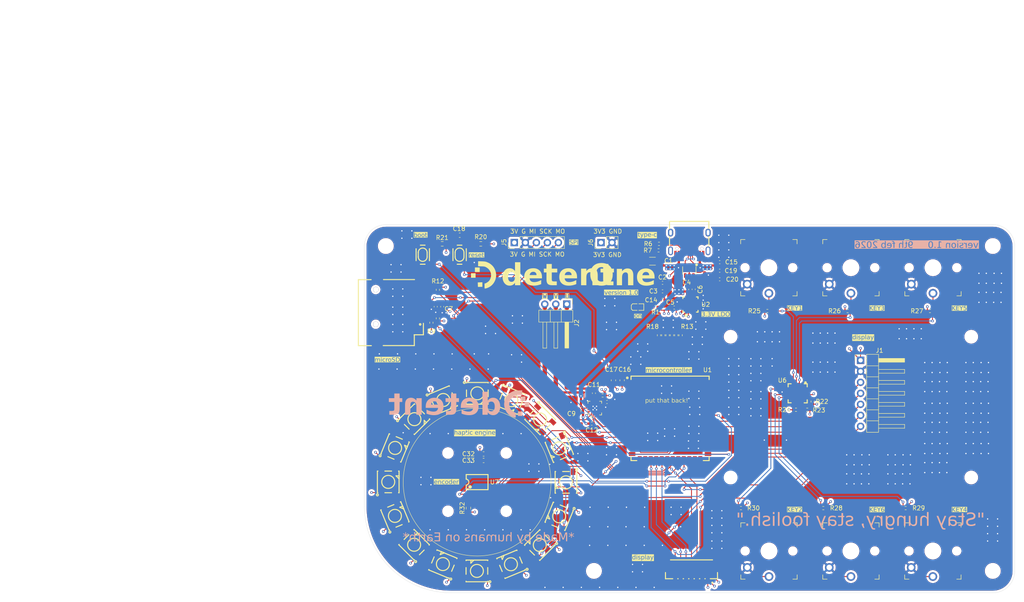
<source format=kicad_pcb>
(kicad_pcb (version 20241229) (generator "pcbnew") (generator_version "9.0")
  (layers (0 "F.Cu" signal) (4 "In1.Cu" power) (6 "In2.Cu" power) (2 "B.Cu" signal) (13 "F.Paste" user) (15 "B.Paste" user) (5 "F.SilkS" user "F.Silkscreen") (7 "B.SilkS" user "B.Silkscreen") (1 "F.Mask" user) (3 "B.Mask" user) (25 "Edge.Cuts" user))
  (net 0 "")
  (net 1 "5V")
  (net 2 "GND")
  (net 3 "USB_D+_UP")
  (net 4 "3V3")
  (net 5 "Net-(U2-NR{slash}SS)")
  (net 6 "Net-(U4-1.8VOUT)")
  (net 7 "Net-(U4-VCP)")
  (net 8 "EN")
  (net 9 "SD_CS")
  (net 11 "MISO")
  (net 12 "MOSI")
  (net 13 "SCK")
  (net 15 "USB_D+")
  (net 16 "USB_D-")
  (net 17 "Net-(LED1-A)")
  (net 18 "Net-(LED2-DOUT)")
  (net 19 "NEOPIXEL_DIN")
  (net 20 "Net-(LED3-DOUT)")
  (net 21 "Net-(LED4-DOUT)")
  (net 22 "Net-(LED5-DOUT)")
  (net 23 "Net-(LED6-DOUT)")
  (net 24 "Net-(LED7-DOUT)")
  (net 25 "Net-(LED8-DOUT)")
  (net 26 "Net-(USB1-CC1)")
  (net 27 "Net-(USB1-CC2)")
  (net 28 "UH")
  (net 29 "VH")
  (net 30 "WH")
  (net 31 "UL")
  (net 32 "WL")
  (net 33 "VL")
  (net 34 "Net-(U4-DIAG)")
  (net 35 "BOOT")
  (net 36 "SDA")
  (net 37 "SCL")
  (net 38 "KEY_INT")
  (net 39 "KEY1")
  (net 40 "KEY2")
  (net 41 "KEY3")
  (net 42 "KEY6")
  (net 43 "KEY5")
  (net 44 "KEY4")
  (net 45 "ENCODER_CS")
  (net 52 "B_OUT")
  (net 54 "A_OUT")
  (net 55 "OLED_RST")
  (net 59 "OLED_DC")
  (net 60 "OLED_CS")
  (net 67 "U")
  (net 68 "W")
  (net 69 "V")
  (net 83 "Net-(LED10-DIN)")
  (net 84 "Net-(LED10-DOUT)")
  (net 85 "Net-(LED11-DOUT)")
  (net 86 "Net-(LED12-DOUT)")
  (net 87 "Net-(LED13-DOUT)")
  (net 88 "Net-(LED14-DOUT)")
  (net 89 "Net-(LED15-DOUT)")
  (net 90 "Net-(LED16-DOUT)")
  (net 92 "USB_D-_UP")
  (footprint "MountingHole:MountingHole_2.2mm_M2" (layer "F.Cu") (at 103.3325 117.7175)
    (property "Reference" "REF**" (hide yes))
    (property "Value" "MountingHole_2.2mm_M2" (hide yes))
  )
  (footprint "easyeda2kicad:LED-SMD_4P-L5.0-W5.0-TL_WS2812B-B" (layer "F.Cu") (at 95.589666 96.468956 45)
    (property "Reference" "LED16" (hide yes))
    (property "Value" "WS2812B-B/W" (hide yes))
  )
  (footprint "Capacitor_SMD:C_0402_1005Metric" (layer "F.Cu") (at 100.5 70.5 90)
    (property "Reference" "C8" (hide yes))
    (property "Value" "0.1uF 6.3V" (hide yes))
  )
  (footprint "Capacitor_SMD:C_0603_1608Metric_Pad1.08x0.95mm_HandSolder" (layer "F.Cu") (at 111.55 106)
    (property "Reference" "C33")
    (property "Value" "0.1uF 6.3V" (hide yes))
  )
  (footprint "Connector_PinHeader_2.54mm:PinHeader_1x05_P2.54mm_Vertical" (layer "F.Cu") (at 118.64 55.7 90)
    (property "Reference" "J5")
    (property "Value" "Conn_01x05" (hide yes))
  )
  (footprint "Resistor_SMD:R_0402_1005Metric_Pad0.72x0.64mm_HandSolder" (layer "F.Cu") (at 187.45 92.4025 -90)
    (property "Reference" "R22")
    (property "Value" "4.7K" (hide yes))
  )
  (footprint "Capacitor_SMD:C_0402_1005Metric" (layer "F.Cu") (at 102 70.5 90)
    (property "Reference" "C7")
    (property "Value" "10uF 6.3V" (hide yes))
  )
  (footprint "key-switches:SW_Kailh_Choc_V1_THT" (layer "F.Cu") (at 196.275 61.5)
    (property "Reference" "SW3" (hide yes))
    (property "Value" "SW_Push" (hide yes))
  )
  (footprint "easyeda2kicad:VQFN-16_L4.0-W4.0-P0.65-TL-EP2.2" (layer "F.Cu") (at 183.99 90.5 -90)
    (property "Reference" "U6")
    (property "Value" "PCA9554ARGVR" (hide yes))
  )
  (footprint "Capacitor_SMD:C_0402_1005Metric" (layer "F.Cu") (at 160 66.5 -90)
    (property "Reference" "C6")
    (property "Value" "100nF 10V" (hide yes))
  )
  (footprint "Resistor_SMD:R_0402_1005Metric_Pad0.72x0.64mm_HandSolder" (layer "F.Cu") (at 156 77.0975 90)
    (property "Reference" "R14" (hide yes))
    (property "Value" "100K" (hide yes))
  )
  (footprint "easyeda2kicad:TF-SMD_TF-PUSH" (layer "F.Cu") (at 92.3625 71.5 -90)
    (property "Reference" "Card1" (hide yes))
    (property "Value" "TF PUSH" (hide yes))
  )
  (footprint "Resistor_SMD:R_0603_1608Metric_Pad0.98x0.95mm_HandSolder" (layer "F.Cu") (at 110.9 56 180)
    (property "Reference" "R20")
    (property "Value" "10K" (hide yes))
  )
  (footprint "Resistor_SMD:R_0402_1005Metric_Pad0.72x0.64mm_HandSolder" (layer "F.Cu") (at 183.6 94.3 180)
    (property "Reference" "R24")
    (property "Value" "4.7K" (hide yes))
  )
  (footprint "Capacitor_SMD:C_0603_1608Metric_Pad1.08x0.95mm_HandSolder" (layer "F.Cu") (at 143.5 87.5 -90)
    (property "Reference" "C16")
    (property "Value" "0.1uF 6.3V" (hide yes))
  )
  (footprint "key-switches:SW_Kailh_Choc_V1_THT" (layer "F.Cu") (at 215.2 61.5)
    (property "Reference" "SW5" (hide yes))
    (property "Value" "SW_Push" (hide yes))
  )
  (footprint "Capacitor_SMD:C_0402_1005Metric" (layer "F.Cu") (at 134 94.1 180)
    (property "Reference" "C10" (hide yes))
    (property "Value" "0.1uF 10V" (hide yes))
  )
  (footprint "MountingHole:MountingHole_2.2mm_M2" (layer "F.Cu") (at 116.7675 104.2825)
    (property "Reference" "REF**" (hide yes))
    (property "Value" "MountingHole_2.2mm_M2" (hide yes))
  )
  (footprint "MountingHole:MountingHole_2.2mm_M2" (layer "F.Cu") (at 116.7675 117.7175)
    (property "Reference" "REF**" (hide yes))
    (property "Value" "MountingHole_2.2mm_M2" (hide yes))
  )
  (footprint "easyeda2kicad:LED-SMD_4P-L5.0-W5.0-TL_WS2812B-B" (layer "F.Cu") (at 110 131.5 180)
    (property "Reference" "LED10" (hide yes))
    (property "Value" "WS2812B-B/W" (hide yes))
  )
  (footprint "Resistor_SMD:R_0402_1005Metric_Pad0.72x0.64mm_HandSolder" (layer "F.Cu") (at 189.9025 117 180)
    (property "Reference" "R28")
    (property "Value" "10K" (hide yes))
  )
  (footprint "easyeda2kicad:TSSOP-14_L5.0-W4.4-P0.65-LS6.4-BL" (layer "F.Cu") (at 110.06 111)
    (property "Reference" "U7")
    (property "Value" "AS5047P-ATSM_C962063" (hide yes))
  )
  (footprint "easyeda2kicad:LED-SMD_4P-L5.0-W5.0-TL_WS2812B-B" (layer "F.Cu") (at 130.55 111.05 -90)
    (property "Reference" "LED6" (hide yes))
    (property "Value" "WS2812B-B/W" (hide yes))
  )
  (footprint "Connector_PinHeader_2.54mm:PinHeader_1x03_P2.54mm_Horizontal" (layer "F.Cu") (at 130.74 69.915 -90)
    (property "Reference" "J2")
    (property "Value" "Conn_01x03" (hide yes))
  )
  (footprint "Resistor_SMD:R_0402_1005Metric_Pad0.72x0.64mm_HandSolder" (layer "F.Cu") (at 155 77.0975 90)
    (property "Reference" "R15" (hide yes))
    (property "Value" "100K" (hide yes))
  )
  (footprint "Resistor_SMD:R_0402_1005Metric_Pad0.72x0.64mm_HandSolder" (layer "F.Cu") (at 151.9025 57.5 180)
    (property "Reference" "R7")
    (property "Value" "5.1K" (hide yes))
  )
  (footprint "easyeda2kicad:LED-SMD_4P-L5.0-W5.0-TL_WS2812B-B" (layer "F.Cu") (at 110.1 90.5)
    (property "Reference" "LED2" (hide yes))
    (property "Value" "WS2812B-B/W" (hide yes))
  )
  (footprint "Resistor_SMD:R_0402_1005Metric_Pad0.72x0.64mm_HandSolder" (layer "F.Cu") (at 152 77.0975 90)
    (property "Reference" "R18")
    (property "Value" "100K" (hide yes))
  )
  (footprint "Capacitor_SMD:C_0402_1005Metric" (layer "F.Cu") (at 152.82 68.93 180)
    (property "Reference" "C14")
    (property "Value" "10uF 10V" (hide yes))
  )
  (footprint "Resistor_SMD:R_0402_1005Metric_Pad0.72x0.64mm_HandSolder" (layer "F.Cu") (at 151.2025 70.6 180)
    (property "Reference" "R1")
    (property "Value" "10K" (hide yes))
  )
  (footprint "Resistor_SMD:R_0402_1005Metric_Pad0.72x0.64mm_HandSolder" (layer "F.Cu") (at 208.9025 117 180)
    (property "Reference" "R29")
    (property "Value" "10K" (hide yes))
  )
  (footprint "easyeda2kicad:LED-SMD_4P-L5.0-W5.0-TL_WS2812B-B" (layer "F.Cu") (at 128.970396 118.891204 -112.5)
    (property "Reference" "LED7" (hide yes))
    (property "Value" "WS2812B-B/W" (hide yes))
  )
  (footprint "Capacitor_SMD:C_0402_1005Metric" (layer "F.Cu") (at 155.5 70.7)
    (property "Reference" "C5")
    (property "Value" "10uF 6.3V" (hide yes))
  )
  (footprint "Capacitor_SMD:C_0402_1005Metric" (layer "F.Cu") (at 136.5 97.5)
    (property "Reference" "C12")
    (property "Value" "0.1uF 10V" (hide yes))
  )
  (footprint "easyeda2kicad:LED-SMD_L1.6-W0.8-RD-WHITE-2" (layer "F.Cu") (at 147.105 70.6)
    (property "Reference" "LED1" (hide yes))
    (property "Value" "HL-PST-1608H233W(8000-12000K)" (hide yes))
  )
  (footprint "key-switches:SW_Kailh_Choc_V1_THT" (layer "F.Cu") (at 177.35 61.5)
    (property "Reference" "SW1" (hide yes))
    (property "Value" "SW_Push" (hide yes))
  )
  (footprint "easyeda2kicad:LED-SMD_4P-L5.0-W5.0-TL_WS2812B-B" (layer "F.Cu") (at 91.129604 103.108796 67.5)
    (property "Reference" "LED15" (hide yes))
    (property "Value" "WS2812B-B/W" (hide yes))
  )
  (footprint "easyeda2kicad:LED-SMD_4P-L5.0-W5.0-TL_WS2812B-B" (layer "F.Cu") (at 124.510334 125.531044 -135)
    (property "Reference" "LED8" (hide yes))
    (property "Value" "WS2812B-B/W" (hide yes))
  )
  (footprint "easyeda2kicad:LED-SMD_4P-L5.0-W5.0-TL_WS2812B-B" (layer "F.Cu") (at 117.848816 129.958665 -157.5)
    (property "Reference" "LED9" (hide yes))
    (property "Value" "WS2812B-B/W" (hide yes))
  )
  (footprint "Resistor_SMD:R_0402_1005Metric_Pad0.72x0.64mm_HandSolder" (layer "F.Cu") (at 99.5 74.2 90)
    (property "Reference" "R9")
    (property "Value" "47K" (hide yes))
  )
  (footprint "easyeda2kicad:LED-SMD_4P-L5.0-W5.0-TL_WS2812B-B" (layer "F.Cu") (at 129.008665 103.201184 -67.5)
    (property "Reference" "LED5" (hide yes))
    (property "Value" "WS2812B-B/W" (hide yes))
  )
  (footprint "Capacitor_SMD:C_0603_1608Metric_Pad1.08x0.95mm_HandSolder" (layer "F.Cu") (at 111.55 104.5)
    (property "Reference" "C32")
    (property "Value" "1uF 6.3V" (hide yes))
  )
  (footprint "Resistor_SMD:R_0402_1005Metric_Pad0.72x0.64mm_HandSolder" (layer "F.Cu") (at 154 77.0975 90)
    (property "Reference" "R16" (hide yes))
    (property "Value" "100K" (hide yes))
  )
  (footprint "easyeda2kicad:LED-SMD_4P-L5.0-W5.0-TL_WS2812B-B" (layer "F.Cu") (at 89.55 110.95 90)
    (property "Reference" "LED14" (hide yes))
    (property "Value" "WS2812B-B/W" (hide yes))
  )
  (footprint "MountingHole:MountingHole_3.2mm_M3" (layer "F.Cu") (at 229 131.5)
    (property "Reference" "REF**" (hide yes))
    (property "Value" "MountingHole_3.2mm_M3" (hide yes))
  )
  (footprint "Connector_PinHeader_2.54mm:PinHeader_1x02_P2.54mm_Vertical" (layer "F.Cu") (at 138.625 55.7 90)
    (property "Reference" "J6")
    (property "Value" "Conn_01x02" (hide yes))
  )
  (footprint "Capacitor_SMD:C_0402_1005Metric" (layer "F.Cu") (at 152.82 66.96 180)
    (property "Reference" "C3")
    (property "Value" "10uF 10V" (hide yes))
  )
  (footprint "key-switches:SW_Kailh_Choc_V1_THT" (layer "F.Cu") (at 196.275 126.9)
    (property "Reference" "SW6" (hide yes))
    (property "Value" "SW_Push" (hide yes))
  )
  (footprint "Resistor_SMD:R_0603_1608Metric_Pad0.98x0.95mm_HandSolder" (layer "F.Cu") (at 102 56)
    (property "Reference" "R21")
    (property "Value" "10K" (hide yes))
  )
  (footprint "Capacitor_SMD:C_1206_3216Metric_Pad1.33x1.80mm_HandSolder" (layer "F.Cu") (at 150.5 60 180)
    (property "Reference" "C1")
    (property "Value" "100uF 6.3V" (hide yes))
  )
  (footprint "MountingHole:MountingHole_2.7mm_M2.5" (layer "F.Cu") (at 168.525 109.936625)
    (property "Reference" "REF**" (hide yes))
    (property "Value" "MountingHole_2.7mm_M2.5" (hide yes))
  )
  (footprint "MountingHole:MountingHole_2.2mm_M2" (layer "F.Cu") (at 103.3325 104.2825)
    (property "Reference" "REF**" (hide yes))
    (property "Value" "MountingHole_2.2mm_M2" (hide yes))
  )
  (footprint "easyeda2kicad:USB-C-SMD_TYPE-C-6PIN-2MD-073" (layer "F.Cu") (at 159 55.78 180)
    (property "Reference" "USB1" (hide yes))
    (property "Value" "TYPE-C 16PIN 2MD(073)" (hide yes))
  )
  (footprint "Resistor_SMD:R_0402_1005Metric_Pad0.72x0.64mm_HandSolder" (layer "F.Cu") (at 101 66.5975 90)
    (property "Reference" "R12")
    (property "Value" "47K" (hide yes))
  )
  (footprint "MountingHole:MountingHole_2.7mm_M2.5" (layer "F.Cu") (at 168.525 77.436625)
    (property "Reference" "REF**" (hide yes))
    (property "Value" "MountingHole_2.7mm_M2.5" (hide yes))
  )
  (footprint "Capacitor_SMD:C_0402_1005Metric" (layer "F.Cu") (at 137 90.48 90)
    (property "Reference" "C11")
    (property "Value" "0.1uF" (hide yes))
  )
  (footprint "Resistor_SMD:R_0402_1005Metric_Pad0.72x0.64mm_HandSolder" (layer "F.Cu") (at 195.5 71.5)
    (property "Reference" "R26")
    (property "Value" "10K" (hide yes))
  )
  (footprint "easyeda2kicad:LED-SMD_4P-L5.0-W5.0-TL_WS2812B-B" (layer "F.Cu") (at 91.091335 118.798816 112.5)
    (property "Reference" "LED13" (hide yes))
    (property "Value" "WS2812B-B/W" (hide yes))
  )
  (footprint "easyeda2kicad:LED-SMD_4P-L5.0-W5.0-TL_WS2812B-B" (layer "F.Cu") (at 95.518956 125.460334 135)
    (property "Reference" "LED12" (hide yes))
    (property "Value" "WS2812B-B/W" (hide yes))
  )
  (footprint "MountingHole:MountingHole_2.7mm_M2.5" (layer "F.Cu") (at 224.025 77.436625)
    (property "Reference" "REF**" (hide yes))
    (property "Value" "MountingHole_2.7mm_M2.5" (hide yes))
  )
  (footprint "easyeda2kicad:SOT-23-6_L2.9-W1.6-P0.95-LS2.8-BL" (layer "F.Cu") (at 159 62.15 180)
    (property "Reference" "D5" (hide yes))
    (property "Value" "USBLC6-2SC6" (hide yes))
  )
  (footprint "Capacitor_SMD:C_0402_1005Metric" (layer "F.Cu") (at 158.5 66.52 -90)
    (property "Reference" "C4")
    (property "Value" "10uF 10V" (hide yes))
  )
  (footprint "MountingHole:MountingHole_3.2mm_M3" (layer "F.Cu") (at 229 56.5)
    (property "Reference" "REF**" (hide yes))
    (property "Value" "MountingHole_3.2mm_M3" (hide yes))
  )
  (footprint "Resistor_SMD:R_0402_1005Metric_Pad0.72x0.64mm_HandSolder" (layer "F.Cu") (at 153 77.0975 90)
    (property "Reference" "R17" (hide yes))
    (property "Value" "100K" (hide yes))
  )
  (footprint "MountingHole:MountingHole_3.2mm_M3" (layer "F.Cu") (at 137 131.5)
    (property "Reference" "REF**" (hide yes))
    (property "Value" "MountingHole_3.2mm_M3" (hide yes))
  )
  (footprint "Resistor_SMD:R_0402_1005Metric_Pad0.72x0.64mm_HandSolder" (layer "F.Cu") (at 101 73.2 90)
    (property "Reference" "R10" (hide yes))
    (property "Value" "47K" (hide yes))
  )
  (footprint "Connector_PinHeader_2.54mm:PinHeader_1x07_P2.54mm_Horizontal" (layer "F.Cu") (at 198.5 82.88)
    (property "Reference" "J1")
    (property "Value" "Conn_01x07")
  )
  (footprint "Resistor_SMD:R_0402_1005Metric_Pad0.72x0.64mm_HandSolder" (layer "F.Cu") (at 157 77.0975 90)
    (property "Reference" "R13")
    (property "Value" "100K" (hide yes))
  )
  (footprint "Resistor_SMD:R_0402_1005Metric_Pad0.72x0.64mm_HandSolder" (layer "F.Cu") (at 214.5 71.5)
    (property "Reference" "R27")
    (property "Value" "10K" (hide yes))
  )
  (footprint "Resistor_SMD:R_0402_1005Metric_Pad0.72x0.64mm_HandSolder" (layer "F.Cu") (at 170.9025 117 180)
    (property "Reference" "R30")
    (property "Value" "10K" (hide yes))
  )
  (footprint "easyeda2kicad:KEY-SMD_4P-L4.2-W3.2-P2.20-LS5.1-TL" (layer "F.Cu") (at 97.5 58.5 90)
    (property "Reference" "SW8" (hide yes))
    (property "Value" "C92589" (hide yes))
  )
  (footprint "easyeda2kicad:LED-SMD_4P-L5.0-W5.0-TL_WS2812B-B" (layer "F.Cu") (at 117.941204 92.079604 -22.5)
    (property "Reference" "LED3" (hide yes))
    (property "Value" "WS2812B-B/W" (hide yes))
  )
  (footprint "key-switches:SW_Kailh_Choc_V1_THT" (layer "F.Cu") (at 177.375 126.9)
    (property "Reference" "SW2" (hide yes))
    (property "Value" "SW_Push" (hide yes))
  )
  (footprint "Capacitor_SMD:C_0603_1608Metric_Pad1.08x0.95mm_HandSolder" (layer "F.Cu") (at 141.5 87.5 -90)
    (property "Reference" "C17")
    (property "Value" "10uF 6.3V" (hide yes))
  )
  (footprint "Capacitor_SMD:C_0402_1005Metric" (layer "F.Cu") (at 152.82 64.99 180)
    (property "Reference" "C2")
    (property "Value" "10uF 10V" (hide yes))
  )
  (footprint "easyeda2kicad:CONN-SMD_7P-P1.25_XYECONN_XY-GH1.25-7A61" (layer "F.Cu") (at 159.5 131.9 180)
    (property "Reference" "U5" (hide yes))
    (property "Value" "XY-GH1.25-7A61" (hide yes))
  )
  (footprint "MountingHole:MountingHole_3.2mm_M3" (layer "F.Cu") (at 89 56.5)
    (property "Reference" "REF**" (hide yes))
    (property "Value" "MountingHole_3.2mm_M3" (hide yes))
  )
  (footprint "key-switches:SW_Kailh_Choc_V1_THT" (layer "F.Cu") (at 215.175 126.9)
    (property "Reference" "SW4" (hide yes))
    (property "Value" "SW_Push" (hide yes))
  )
  (footprint "easyeda2kicad:WIRELM-SMD_ESP32-S3-WROOM-1U" (layer "F.Cu") (at 154.55 96.88)
    (property "Reference" "U1")
    (property "Value" "ESP32-S3-WROOM-1U-N16R8" (hide yes))
  )
  (footprint "easyeda2kicad:QFN-20_L3.0-W3.0-P0.40-BL-EP1.7" (layer "F.Cu") (at 137.2 93.91)
    (property "Reference" "U4" (hide yes))
    (property "Value" "TMC6300-LA-T_C5274455" (hide yes))
  )
  (footprint "Resistor_SMD:R_0603_1608Metric_Pad0.98x0.95mm_HandSolder" (layer "F.Cu") (at 108.05 117 90)
    (property "Reference" "R32")
    (property "Value" "10K" (hide yes))
  )
  (footprint "Capacitor_SMD:C_0402_1005Metric" (layer "F.Cu") (at 166 60.23)
    (property "Reference" "C15")
    (property "Value" "10uF 10V" (hide yes))
  )
  (footprint "easyeda2kicad:VQFN-20_L3.5-W3.5-P0.50-BL-EP2.1" (layer "F.Cu") (at 159.27 70)
    (property "Reference" "U2")
    (property "Value" "SGM2050XTRL20G/TR" (hide yes))
  )
  (footprint "Capacitor_SMD:C_0402_1005Metric" (layer "F.Cu") (at 140 92.5 180)
    (property "Reference" "C13" (hide yes))
    (property "Value" "0.1uF 6.3V" (hide yes))
  )
  (footprint "Resistor_SMD:R_0402_1005Metric_Pad0.72x0.64mm_HandSolder" (layer "F.Cu") (at 177 71.5)
    (property "Reference" "R25")
    (property "Value" "10K" (hide yes))
  )
  (footprint "Resistor_SMD:R_0402_1005Metric_Pad0.72x0.64mm_HandSolder" (layer "F.Cu") (at 152 56 180)
    (property "Reference" "R6")
    (property "Value" "5.1K" (hide yes))
  )
  (footprint "Capacitor_SMD:C_0402_1005Metric" (layer "F.Cu") (at 134 95.1 180)
    (property "Reference" "C9")
    (property "Value" "10uF 10V" (hide yes))
  )
  (footprint "easyeda2kicad:LED-SMD_4P-L5.0-W5.0-TL_WS2812B-B" (layer "F.Cu") (at 102.158796 129.920396 157.5)
    (property "Reference" "LED11" (hide yes))
    (property "Value" "WS2812B-B/W" (hide yes))
  )
  (footprint "easyeda2kicad:LED-SMD_4P-L5.0-W5.0-TL_WS2812B-B" (layer "F.Cu") (at 102.251184 92.041335 22.5)
    (property "Reference" "LED17" (hide yes))
    (property "Value" "WS2812B-B/W" (hide yes))
  )
  (footprint "Resistor_SMD:R_0402_1005Metric_Pad0.72x0.64mm_HandSolder" (layer "F.Cu") (at 139 91)
    (property "Reference" "R19" (hide yes))
    (property "Value" "10K" (hide yes))
  )
  (footprint "Capacitor_SMD:C_0402_1005Metric" (layer "F.Cu") (at 166 62.2)
    (property "Reference" "C19")
    (property "Value" "10uF 10V" (hide yes))
  )
  (footprint "easyeda2kicad:KEY-SMD_4P-L4.2-W3.2-P2.20-LS5.1-TL" (layer "F.Cu") (at 106 58.5 90)
    (property "Reference" "SW7" (hide yes))
    (property "Value" "C92589" (hide yes))
  )
  (footprint "Capacitor_SMD:C_0402_1005Metric" (layer "F.Cu") (at 166 64.17)
    (property "Reference" "C20")
    (property "Value" "10uF 10V" (hide yes))
  )
  (footprint "Capacitor_SMD:C_0603_1608Metric_Pad1.08x0.95mm_HandSolder" (layer "F.Cu") (at 106.0375 54 180)
    (property "Reference" "C18")
    (property "Value" "0.1uF 6.3V" (hide yes))
  )
  (footprint "MountingHole:MountingHole_2.7mm_M2.5" (layer "F.Cu") (at 224.025 109.936625)
    (property "Reference" "REF**" (hide yes))
    (property "Value" "MountingHole_2.7mm_M2.5" (hide yes))
  )
  (footprint "easyeda2kicad:LED-SMD_4P-L5.0-W5.0-TL_WS2812B-B" (layer "F.Cu") (at 124.581044 96.539666 -45)
    (property "Reference" "LED4" (hide yes))
    (property "Value" "WS2812B-B/W" (hide yes))
  )
  (footprint "Resistor_SMD:R_0402_1005Metric_Pad0.72x0.64mm_HandSolder" (layer "F.Cu") (at 186.2 94.3)
    (property "Reference" "R23")
    (property "Value" "4.7K" (hide yes))
  )
  (gr_poly (pts (xy 111.089072 60.032477) (xy 111.309733 60.040698) (xy 111.497535 60.050269) (xy 111.657252 60.061775) (xy 111.793658 60.075802) (xy 111.911527 60.092934) (xy 112.015634 60.113756) (xy 112.110754 60.138854) (xy 112.20166 60.168813) (xy 112.269774 60.194501) (xy 112.346314 60.225346) (xy 112.428676 60.26018) (xy 112.514256 60.297837) (xy 112.600448 60.337149) (xy 112.68465 60.376949) (xy 112.764255 60.41607) (xy 112.83666 60.453345) (xy 112.872032 60.472915) (xy 112.909978 60.495484) (xy 112.950149 60.520784) (xy 112.992198 60.548546) (xy 113.080534 60.610386) (xy 113.172197 60.67886) (xy 113.2644 60.751823) (xy 113.354354 60.827131) (xy 113.439272 60.902639) (xy 113.478971 60.939798) (xy 113.516365 60.976202) (xy 113.562878 61.023211) (xy 113.607265 61.06962) (xy 113.649674 61.115634) (xy 113.69025 61.161456) (xy 113.729141 61.20729) (xy 113.766493 61.25334) (xy 113.802453 61.29981) (xy 113.837166 61.346903) (xy 113.870781 61.394823) (xy 113.903442 61.443774) (xy 113.935297 61.49396) (xy 113.966493 61.545585) (xy 113.997175 61.598853) (xy 114.027491 61.653966) (xy 114.057587 61.71113) (xy 114.087609 61.770548) (xy 114.142462 61.885672) (xy 114.191883 61.998907) (xy 114.236189 62.111206) (xy 114.275694 62.223523) (xy 114.310714 62.336813) (xy 114.341563 62.452029) (xy 114.368558 62.570125) (xy 114.392013 62.692056) (xy 114.414475 62.82741) (xy 114.431204 62.947375) (xy 114.437461 63.003024) (xy 114.442336 63.056552) (xy 114.445846 63.108534) (xy 114.448008 63.159544) (xy 114.448838 63.210159) (xy 114.448353 63.260953) (xy 114.446571 63.312502) (xy 114.443509 63.365381) (xy 114.433609 63.477429) (xy 114.418791 63.6017) (xy 114.404502 63.696222) (xy 114.385564 63.798597) (xy 114.362791 63.90557) (xy 114.337001 64.013885) (xy 114.309007 64.120286) (xy 114.279626 64.221518) (xy 114.249674 64.314324) (xy 114.219964 64.39545) (xy 114.186741 64.474333) (xy 114.146715 64.560709) (xy 114.101409 64.651773) (xy 114.052343 64.744722) (xy 114.001041 64.83675) (xy 113.949023 64.925053) (xy 113.897812 65.006825) (xy 113.84893 65.079263) (xy 113.797775 65.148645) (xy 113.740052 65.22166) (xy 113.67774 65.296117) (xy 113.612817 65.369826) (xy 113.547261 65.440596) (xy 113.48305 65.506237) (xy 113.422164 65.564557) (xy 113.393585 65.590288) (xy 113.36658 65.613367) (xy 113.310721 65.658427) (xy 113.249048 65.706001) (xy 113.183593 65.754651) (xy 113.116391 65.802942) (xy 113.049475 65.849435) (xy 112.984878 65.892693) (xy 112.924635 65.93128) (xy 112.870778 65.963757) (xy 112.815801 65.994113) (xy 112.752348 66.026618) (xy 112.682676 66.06026) (xy 112.609045 66.09403) (xy 112.533713 66.126918) (xy 112.458939 66.157911) (xy 112.386982 66.186) (xy 112.320099 66.210175) (xy 112.255632 66.231484) (xy 112.190597 66.251363) (xy 112.126767 66.269378) (xy 112.065916 66.285093) (xy 112.009817 66.298073) (xy 111.960243 66.307883) (xy 111.918968 66.314089) (xy 111.901996 66.315703) (xy 111.887764 66.316254) (xy 111.866185 66.316035) (xy 111.856404 66.315609) (xy 111.847266 66.314836) (xy 111.83875 66.313614) (xy 111.830833 66.311841) (xy 111.823494 66.309415) (xy 111.816711 66.306234) (xy 111.813521 66.304329) (xy 111.810461 66.302197) (xy 111.80753 66.299825) (xy 111.804724 66.2972) (xy 111.80204 66.294311) (xy 111.799476 66.291143) (xy 111.79703 66.287685) (xy 111.794697 66.283923) (xy 111.790364 66.275439) (xy 111.786456 66.265588) (xy 111.78295 66.254269) (xy 111.779826 66.241379) (xy 111.777059 66.226817) (xy 111.77463 66.21048) (xy 111.772516 66.192267) (xy 111.770696 66.172076) (xy 111.769146 66.149805) (xy 111.767847 66.125352) (xy 111.766774 66.098615) (xy 111.765908 66.069491) (xy 111.764705 66.003679) (xy 111.764062 65.927099) (xy 111.763758 65.738376) (xy 111.76375 65.738376) (xy 111.76375 65.160495) (xy 111.922898 65.12554) (xy 111.940724 65.120903) (xy 111.961216 65.11428) (xy 111.984136 65.105797) (xy 112.00924 65.095577) (xy 112.036287 65.083746) (xy 112.065038 65.070428) (xy 112.126683 65.039829) (xy 112.192246 65.004774) (xy 112.259798 64.966259) (xy 112.32741 64.925281) (xy 112.393154 64.882834) (xy 112.45854 64.837311) (xy 112.525129 64.787515) (xy 112.591062 64.73506) (xy 112.654484 64.681558) (xy 112.713538 64.628624) (xy 112.766365 64.577873) (xy 112.789864 64.55382) (xy 112.81111 64.530917) (xy 112.82987 64.509367) (xy 112.845914 64.489371) (xy 112.87652 64.4472) (xy 112.909233 64.398456) (xy 112.943037 64.344878) (xy 112.976921 64.288206) (xy 113.00987 64.230177) (xy 113.040872 64.172532) (xy 113.068913 64.117009) (xy 113.09298 64.065347) (xy 113.115117 64.011568) (xy 113.137628 63.949976) (xy 113.159887 63.882736) (xy 113.181269 63.812012) (xy 113.201147 63.73997) (xy 113.218897 63.668773) (xy 113.233892 63.600587) (xy 113.245507 63.537576) (xy 113.250592 63.503442) (xy 113.254948 63.468098) (xy 113.261476 63.39432) (xy 113.265103 63.317317) (xy 113.265838 63.238166) (xy 113.26369 63.157945) (xy 113.258669 63.077729) (xy 113.250785 62.998596) (xy 113.240047 62.921622) (xy 113.226652 62.850253) (xy 113.208682 62.77249) (xy 113.186919 62.690836) (xy 113.16215 62.607791) (xy 113.135159 62.525858) (xy 113.106731 62.447537) (xy 113.077651 62.37533) (xy 113.048703 62.31174) (xy 113.033106 62.281489) (xy 113.015075 62.249371) (xy 112.994828 62.21567) (xy 112.972581 62.180667) (xy 112.948547 62.144644) (xy 112.922944 62.107883) (xy 112.895987 62.070667) (xy 112.867892 62.033276) (xy 112.809149 61.959101) (xy 112.778933 61.922881) (xy 112.748441 61.887615) (xy 112.717889 61.853585) (xy 112.687493 61.821073) (xy 112.657469 61.790361) (xy 112.628032 61.761731) (xy 112.597735 61.733841) (xy 112.565189 61.705299) (xy 112.530694 61.676316) (xy 112.494552 61.6471) (xy 112.418525 61.588805) (xy 112.339513 61.532083) (xy 112.25992 61.478607) (xy 112.182153 61.430046) (xy 112.144705 61.408131) (xy 112.108615 61.388072) (xy 112.074184 61.370077) (xy 112.041712 61.354355) (xy 111.992399 61.331995) (xy 111.945883 61.312024) (xy 111.901131 61.29428) (xy 111.857109 61.2786) (xy 111.812785 61.264822) (xy 111.767125 61.252785) (xy 111.719095 61.242325) (xy 111.667663 61.233282) (xy 111.611794 61.225493) (xy 111.550456 61.218795) (xy 111.482614 61.213028) (xy 111.407237 61.208028) (xy 111.32329 61.203633) (xy 111.22974 61.199682) (xy 111.009698 61.192462) (xy 110.282093 61.171329) (xy 110.282093 60.588817) (xy 110.282093 60.006303)) (fill yes) (layer "F.SilkS"))
  (gr_poly (pts (xy 109.7 63.3) (xy 109.7 63.829166) (xy 109.170834 63.829166) (xy 108.641668 63.829166) (xy 108.641668 63.3) (xy 108.641668 62.770834) (xy 109.170834 62.770834) (xy 109.7 62.770834)) (fill yes) (layer "F.SilkS"))
  (gr_poly (pts (xy 110.652501 61.977084) (xy 110.652501 62.50625) (xy 110.096876 62.50625) (xy 109.541251 62.50625) (xy 109.541251 61.977084) (xy 109.541251 61.447916) (xy 110.096876 61.447916) (xy 110.652501 61.447916)) (fill yes) (layer "F.SilkS"))
  (gr_poly (pts (xy 111.261042 65.390216) (xy 111.261042 65.919385) (xy 110.750082 65.928784) (xy 110.239123 65.938184) (xy 110.218477 65.426071) (xy 110.204612 65.061876) (xy 110.200952 64.949127) (xy 110.20027 64.905389) (xy 110.203264 64.904422) (xy 110.21156 64.903301) (xy 110.242971 64.900647) (xy 110.292323 64.897537) (xy 110.357435 64.894079) (xy 110.526218 64.886552) (xy 110.731876 64.878931) (xy 111.261042 64.86105)) (fill yes) (layer "F.SilkS"))
  (gr_circle (center 110.05 111) (end 127.1 111) (stroke (width 0.1)) (fill no) (layer "F.SilkS"))
  (gr_poly (pts (xy 119.642132 89.83464) (xy 119.421471 89.842861) (xy 119.233669 89.852432) (xy 119.073952 89.863938) (xy 118.937546 89.877965) (xy 118.819677 89.895097) (xy 118.71557 89.915919) (xy 118.62045 89.941017) (xy 118.529544 89.970976) (xy 118.46143 89.996664) (xy 118.38489 90.027509) (xy 118.302528 90.062343) (xy 118.216948 90.1) (xy 118.130756 90.139312) (xy 118.046554 90.179112) (xy 117.966949 90.218233) (xy 117.894544 90.255508) (xy 117.859172 90.275078) (xy 117.821226 90.297647) (xy 117.781055 90.322947) (xy 117.739006 90.350709) (xy 117.65067 90.412549) (xy 117.559007 90.481023) (xy 117.466804 90.553986) (xy 117.37685 90.629294) (xy 117.291932 90.704802) (xy 117.252233 90.741961) (xy 117.214839 90.778365) (xy 117.168326 90.825374) (xy 117.123939 90.871783) (xy 117.08153 90.917797) (xy 117.040954 90.963619) (xy 117.002063 91.009453) (xy 116.964711 91.055503) (xy 116.928751 91.101973) (xy 116.894038 91.149066) (xy 116.860423 91.196986) (xy 116.827762 91.245937) (xy 116.795907 91.296123) (xy 116.764711 91.347748) (xy 116.734029 91.401016) (xy 116.703713 91.456129) (xy 116.673617 91.513293) (xy 116.643595 91.572711) (xy 116.588742 91.687835) (xy 116.539321 91.80107) (xy 116.495015 91.913369) (xy 116.45551 92.025686) (xy 116.42049 92.138976) (xy 116.389641 92.254192) (xy 116.362646 92.372288) (xy 116.339191 92.494219) (xy 116.316729 92.629573) (xy 116.3 92.749538) (xy 116.293743 92.805187) (xy 116.288868 92.858715) (xy 116.285358 92.910697) (xy 116.283196 92.961707) (xy 116.282366 93.012322) (xy 116.282851 93.063116) (xy 116.284633 93.114665) (xy 116.287695 93.167544) (xy 116.297595 93.279592) (xy 116.312413 93.403863) (xy 116.326702 93.498385) (xy 116.34564 93.60076) (xy 116.368413 93.707733) (xy 116.394203 93.816048) (xy 116.422197 93.922449) (xy 116.451578 94.023681) (xy 116.48153 94.116487) (xy 116.51124 94.197613) (xy 116.544463 94.276496) (xy 116.584489 94.362872) (xy 116.629795 94.453936) (xy 116.678861 94.546885) (xy 116.730163 94.638913) (xy 116.782181 94.727216) (xy 116.833392 94.808988) (xy 116.882274 94.881426) (xy 116.933429 94.950808) (xy 116.991152 95.023823) (xy 117.053464 95.09828) (xy 117.118387 95.171989) (xy 117.183943 95.242759) (xy 117.248154 95.3084) (xy 117.30904 95.36672) (xy 117.337619 95.392451) (xy 117.364624 95.41553) (xy 117.420483 95.46059) (xy 117.482156 95.508164) (xy 117.547611 95.556814) (xy 117.614813 95.605105) (xy 117.681729 95.651598) (xy 117.746326 95.694856) (xy 117.806569 95.733443) (xy 117.860426 95.76592) (xy 117.915403 95.796276) (xy 117.978856 95.828781) (xy 118.048528 95.862423) (xy 118.122159 95.896193) (xy 118.197491 95.929081) (xy 118.272265 95.960074) (xy 118.344222 95.988163) (xy 118.411105 96.012338) (xy 118.475572 96.033647) (xy 118.540607 96.053526) (xy 118.604437 96.071541) (xy 118.665288 96.087256) (xy 118.721387 96.100236) (xy 118.770961 96.110046) (xy 118.812236 96.116252) (xy 118.829208 96.117866) (xy 118.84344 96.118417) (xy 118.865019 96.118198) (xy 118.8748 96.117772) (xy 118.883938 96.116999) (xy 118.892454 96.115777) (xy 118.900371 96.114004) (xy 118.90771 96.111578) (xy 118.914493 96.108397) (xy 118.917683 96.106492) (xy 118.920743 96.10436) (xy 118.923674 96.101988) (xy 118.92648 96.099363) (xy 118.929164 96.096474) (xy 118.931728 96.093306) (xy 118.934174 96.089848) (xy 118.936507 96.086086) (xy 118.94084 96.077602) (xy 118.944748 96.067751) (xy 118.948254 96.056432) (xy 118.951378 96.043542) (xy 118.954145 96.02898) (xy 118.956574 96.012643) (xy 118.958688 95.99443) (xy 118.960508 95.974239) (xy 118.962058 95.951968) (xy 118.963357 95.927515) (xy 118.96443 95.900778) (xy 118.965296 95.871654) (xy 118.966499 95.805842) (xy 118.967142 95.729262) (xy 118.967446 95.540539) (xy 118.967454 95.540539) (xy 118.967454 94.962658) (xy 118.808306 94.927703) (xy 118.79048 94.923066) (xy 118.769988 94.916443) (xy 118.747068 94.90796) (xy 118.721964 94.89774) (xy 118.694917 94.885909) (xy 118.666166 94.872591) (xy 118.604521 94.841992) (xy 118.538958 94.806937) (xy 118.471406 94.768422) (xy 118.403794 94.727444) (xy 118.33805 94.684997) (xy 118.272664 94.639474) (xy 118.206075 94.589678) (xy 118.140142 94.537223) (xy 118.07672 94.483721) (xy 118.017666 94.430787) (xy 117.964839 94.380036) (xy 117.94134 94.355983) (xy 117.920094 94.33308) (xy 117.901334 94.31153) (xy 117.88529 94.291534) (xy 117.854684 94.249363) (xy 117.821971 94.200619) (xy 117.788167 94.147041) (xy 117.754283 94.090369) (xy 117.721334 94.03234) (xy 117.690332 93.974695) (xy 117.662291 93.919172) (xy 117.638224 93.86751) (xy 117.616087 93.813731) (xy 117.593576 93.752139) (xy 117.571317 93.684899) (xy 117.549935 93.614175) (xy 117.530057 93.542133) (xy 117.512307 93.470936) (xy 117.497312 93.40275) (xy 117.485697 93.339739) (xy 117.480612 93.305605) (xy 117.476256 93.270261) (xy 117.469728 93.196483) (xy 117.466101 93.11948) (xy 117.465366 93.040329) (xy 117.467514 92.960108) (xy 117.472535 92.879892) (xy 117.480419 92.800759) (xy 117.491157 92.723785) (xy 117.504552 92.652416) (xy 117.522522 92.574653) (xy 117.544285 92.492999) (xy 117.569054 92.409954) (xy 117.596045 92.328021) (xy 117.624473 92.2497) (xy 117.653553 92.177493) (xy 117.682501 92.113903) (xy 117.698098 92.083652) (xy 117.716129 92.051534) (xy 117.736376 92.017833) (xy 117.758623 91.98283) (xy 117.782657 91.946807) (xy 117.80826 91.910046) (xy 117.835217 91.87283) (xy 117.863312 91.835439) (xy 117.922055 91.761264) (xy 117.952271 91.725044) (xy 117.982763 91.689778) (xy 118.013315 91.655748) (xy 118.043711 91.623236) (xy 118.073735 91.592524) (xy 118.103172 91.563894) (xy 118.133469 91.536004) (xy 118.166015 91.507462) (xy 118.20051 91.478479) (xy 118.236652 91.449263) (xy 118.312679 91.390968) (xy 118.391691 91.334246) (xy 118.471284 91.28077) (xy 118.549051 91.232209) (xy 118.586499 91.210294) (xy 118.622589 91.190235) (xy 118.65702 91.17224) (xy 118.689492 91.156518) (xy 118.738805 91.134158) (xy 118.785321 91.114187) (xy 118.830073 91.096443) (xy 118.874095 91.080763) (xy 118.918419 91.066985) (xy 118.964079 91.054948) (xy 119.012109 91.044488) (xy 119.063541 91.035445) (xy 119.11941 91.027656) (xy 119.180748 91.020958) (xy 119.24859 91.015191) (xy 119.323967 91.010191) (xy 119.407914 91.005796) (xy 119.501464 91.001845) (xy 119.721506 90.994625) (xy 120.449111 90.973492) (xy 120.449111 90.39098) (xy 120.449111 89.808466)) (fill yes) (layer "B.SilkS"))
  (gr_poly (pts (xy 119.470162 95.192379) (xy 119.470162 95.721548) (xy 119.981122 95.730947) (xy 120.492081 95.740347) (xy 120.512727 95.228234) (xy 120.526592 94.864039) (xy 120.530252 94.75129) (xy 120.530934 94.707552) (xy 120.52794 94.706585) (xy 120.519644 94.705464) (xy 120.488233 94.70281) (xy 120.438881 94.6997) (xy 120.373769 94.696242) (xy 120.204986 94.688715) (xy 119.999328 94.681094) (xy 119.470162 94.663213)) (fill yes) (layer "B.SilkS"))
  (gr_poly (pts (xy 120.078703 91.779247) (xy 120.078703 92.308413) (xy 120.634328 92.308413) (xy 121.189953 92.308413) (xy 121.189953 91.779247) (xy 121.189953 91.250079) (xy 120.634328 91.250079) (xy 120.078703 91.250079)) (fill yes) (layer "B.SilkS"))
  (gr_poly (pts (xy 121.031204 93.102163) (xy 121.031204 93.631329) (xy 121.56037 93.631329) (xy 122.089536 93.631329) (xy 122.089536 93.102163) (xy 122.089536 92.572997) (xy 121.56037 92.572997) (xy 121.031204 92.572997)) (fill yes) (layer "B.SilkS"))
  (gr_arc (start 234.05 131.55) (mid 232.585534 135.085534) (end 229.05 136.55) (stroke (width 0.05)) (layer "Edge.Cuts"))
  (gr_line (start 89.05 51.55) (end 229.05 51.55) (stroke (width 0.05)) (layer "Edge.Cuts"))
  (gr_arc (start 84.05 56.55) (mid 85.514466 53.014466) (end 89.05 51.55) (stroke (width 0.05)) (layer "Edge.Cuts"))
  (gr_line (start 229.05 136.55) (end 104.05 136.55) (stroke (width 0.05)) (layer "Edge.Cuts"))
  (gr_line (start 84.05 116.55) (end 84.05 56.55) (stroke (width 0.05)) (layer "Edge.Cuts"))
  (gr_arc (start 104.05 136.55) (mid 89.907864 130.692136) (end 84.05 116.55) (stroke (width 0.05)) (layer "Edge.Cuts"))
  (gr_line (start 234.05 56.55) (end 234.05 131.55) (stroke (width 0.05)) (layer "Edge.Cuts"))
  (gr_arc (start 229.05 51.55) (mid 232.585534 53.014466) (end 234.05 56.55) (stroke (width 0.05)) (layer "Edge.Cuts"))
  (gr_text "3V G MI SCK MO" (at 117.5 59 0) (layer "F.SilkS") (effects (font (size 1 1)) (justify left bottom)))
  (gr_text "3V3 GND" (at 136.8 53.7 0) (layer "F.SilkS") (effects (font (size 1 1)) (justify left bottom)))
  (gr_text "encoder" (at 100.1 111.6 0) (layer "F.SilkS" knockout) (effects (font (size 1 1)) (justify left bottom)))
  (gr_text "One" (at 135.8 66.4 0) (layer "F.SilkS") (effects (font (size 4.95 4.95) (thickness 0.3) (bold yes)) (justify left bottom)))
  (gr_text "KEY5" (at 219.5 71.5 0) (layer "F.SilkS" knockout) (effects (font (size 1 1)) (justify left bottom)))
  (gr_text "on\n" (at 146.3 73.2 0) (layer "F.SilkS" knockout) (effects (font (size 1 1)) (justify left bottom)))
  (gr_text "V" (at 127.7 68.7 0) (layer "F.SilkS" knockout) (effects (font (size 1 1)) (justify left bottom)))
  (gr_text "3.3V LDO\n" (at 161.8 72.9 0) (layer "F.SilkS" knockout) (effects (font (size 1 1)) (justify left bottom)))
  (gr_text "detent" (at 115.6 66.4 0) (layer "F.SilkS") (effects (font (size 5 5) (thickness 0.3) (bold yes)) (justify left bottom)))
  (gr_text "microSD" (at 86.4 83.4 0) (layer "F.SilkS" knockout) (effects (font (size 1 1)) (justify left bottom)))
  (gr_text "W" (at 125 68.7 0) (layer "F.SilkS" knockout) (effects (font (size 1 1)) (justify left bottom)))
  (gr_text "SPI" (at 131.3 56.3 0) (layer "F.SilkS" knockout) (effects (font (size 1 1)) (justify left bottom)))
  (gr_text "KEY3" (at 200.5 71.5 0) (layer "F.SilkS" knockout) (effects (font (size 1 1)) (justify left bottom)))
  (gr_text "KEY2" (at 181.5 118 0) (layer "F.SilkS" knockout) (effects (font (size 1 1)) (justify left bottom)))
  (gr_text "version 1.0" (at 139.4 67.9 0) (layer "F.SilkS" knockout) (effects (font (size 1 1)) (justify left bottom)))
  (gr_text "U" (at 130.2 68.7 0) (layer "F.SilkS" knockout) (effects (font (size 1 1)) (justify left bottom)))
  (gr_text "3V G MI SCK MO" (at 117.6 53.7 0) (layer "F.SilkS") (effects (font (size 1 1)) (justify left bottom)))
  (gr_text "reset" (at 108.1 59.2 0) (layer "F.SilkS" knockout) (effects (font (size 1 1)) (justify left bottom)))
  (gr_text "boot" (at 95.4 54.6 0) (layer "F.SilkS" knockout) (effects (font (size 1 1)) (justify left bottom)))
  (gr_text "KEY1" (at 181.5 71.5 0) (layer "F.SilkS" knockout) (effects (font (size 1 1)) (justify left bottom)))
  (gr_text "KEY6" (at 200.5 118 0) (layer "F.SilkS" knockout) (effects (font (size 1 1)) (justify left bottom)))
  (gr_text "KEY4" (at 219.5 118 0) (layer "F.SilkS" knockout) (effects (font (size 1 1)) (justify left bottom)))
  (gr_text "type-c" (at 147.1 54.5 0) (layer "F.SilkS" knockout) (effects (font (size 1 1)) (justify left bottom)))
  (gr_text "3V3 GND" (at 136.7 59.1 0) (layer "F.SilkS") (effects (font (size 1 1)) (justify left bottom)))
  (gr_text "put that back!" (at 148.8 92.8 0) (layer "F.SilkS") (effects (font (size 1 1)) (justify left bottom)))
  (gr_text "microcontroller" (at 148.9 85.8 0) (layer "F.SilkS" knockout) (effects (font (size 1 1)) (justify left bottom)))
  (gr_text "haptic engine" (at 109.5 100.2 0) (layer "F.SilkS" knockout) (effects (font (size 1 1)) (justify bottom)))
  (gr_text "display" (at 145.8 129 0) (layer "F.SilkS" knockout) (effects (font (size 1 1)) (justify left bottom)))
  (gr_text "display" (at 196.6 78.2 0) (layer "F.SilkS" knockout) (effects (font (size 1 1)) (justify left bottom)))
  (gr_text "detent" (at 115.7 96.3 -0) (layer "B.SilkS") (effects (font (size 5 5) (thickness 0.3) (bold yes)) (justify left bottom mirror)))
  (gr_text "version 1.0     9th feb 2026" (at 225.7 57.2 0) (layer "B.SilkS" knockout) (effects (font (size 1.5 1.5)) (justify left bottom mirror)))
  (gr_text "*Made by humans on Earth*" (at 132.5 125 0) (layer "B.SilkS") (effects (font (size 2 2)) (justify left bottom mirror)))
  (gr_text "{dblquote}Stay hungry, stay foolish.{dblquote}" (at 227.2 121.6 0) (layer "B.SilkS") (effects (font (size 3 3)) (justify left bottom mirror)))
  (segment (start 134.48 95.1) (end 134.48 95.96) (width 0.5) (layer "F.Cu") (net 1))
  (segment (start 135.2 97.5) (end 136.02 97.5) (width 0.5) (layer "F.Cu") (net 1))
  (segment (start 158.5 67) (end 157.4 67) (width 0.5) (layer "F.Cu") (net 1))
  (segment (start 163.9 61) (end 164.75 61) (width 0.5) (layer "F.Cu") (net 1))
  (segment (start 161.5 61.5) (end 161.4 61.4) (width 0.2) (layer "F.Cu") (net 1))
  (segment (start 153.0625 61) (end 152.0625 60) (width 0.5) (layer "F.Cu") (net 1))
  (segment (start 154.09 64.99) (end 153.3 64.99) (width 0.2) (layer "F.Cu") (net 1))
  (segment (start 155.7 66.6) (end 154.09 64.99) (width 0.2) (layer "F.Cu") (net 1))
  (segment (start 156.6 58.16) (end 156.6 61.4) (width 0.5) (layer "F.Cu") (net 1))
  (segment (start 134 93.430318) (end 134.251 93.681318) (width 0.5) (layer "F.Cu") (net 1))
  (segment (start 134.48 94.1) (end 134.48 95.1) (width 0.5) (layer "F.Cu") (net 1))
  (segment (start 153.7 61) (end 153.0625 61) (width 0.5) (layer "F.Cu") (net 1))
  (segment (start 157.4 67) (end 157.4 66.7) (width 0.5) (layer "F.Cu") (net 1))
  (segment (start 134.67 93.91) (end 134.48 94.1) (width 0.2) (layer "F.Cu") (net 1))
  (segment (start 156.6 61.4) (end 156.5 61.5) (width 0.2) (layer "F.Cu") (net 1))
  (segment (start 153.3 64.99) (end 153.3 68.93) (width 0.2) (layer "F.Cu") (net 1))
  (segment (start 134.251 93.681318) (end 134.251 93.871) (width 0.5) (layer "F.Cu") (net 1))
  (segment (start 158.5 67) (end 158.5 67.98) (width 0.5) (layer "F.Cu") (net 1))
  (segment (start 134.48 95.96) (end 134.48 95.98) (width 0.5) (layer "F.Cu") (net 1))
  (segment (start 135.79 93.91) (end 134.9 93.91) (width 0.2) (layer "F.Cu") (net 1))
  (segment (start 158.5 67) (end 158.5 68.02) (width 0.5) (layer "F.Cu") (net 1))
  (segment (start 158.27 68.25) (end 157.52 69) (width 0.4) (layer "F.Cu") (net 1))
  (segment (start 165.52 60.23) (end 165.52 64.17) (width 0.5) (layer "F.Cu") (net 1))
  (segment (start 158.5 67.98) (end 158.77 68.25) (width 0.2) (layer "F.Cu") (net 1))
  (segment (start 157.4 66.7) (end 157.5 66.6) (width 0.5) (layer "F.Cu") (net 1))
  (segment (start 161.4 61.4) (end 161.4 58.16) (width 0.5) (layer "F.Cu") (net 1))
  (segment (start 164.75 61) (end 165.52 60.23) (width 0.5) (layer "F.Cu") (net 1))
  (segment (start 134.251 93.871) (end 134.48 94.1) (width 0.5) (layer "F.Cu") (net 1))
  (segment (start 134.9 93.91) (end 134.67 93.91) (width 0.2) (layer "F.Cu") (net 1))
  (segment (start 134 91.1) (end 134 93.430318) (width 0.5) (layer "F.Cu") (net 1))
  (segment (start 158.5 68.02) (end 158.27 68.25) (width 0.2) (layer "F.Cu") (net 1))
  (segment (start 134.48 95.98) (end 134.5 96) (width 0.5) (layer "F.Cu") (net 1))
  (segment (start 157.52 69) (end 157.52 69.5) (width 0.2) (layer "F.Cu") (net 1))
  (via (at 135.2 97.5) (size 0.6) (drill 0.3) (layers "F.Cu" "B.Cu") (net 1))
  (via (at 134.5 96) (size 0.6) (drill 0.3) (layers "F.Cu" "B.Cu") (net 1))
  (via (at 162.2 61.8) (size 0.6) (drill 0.3) (layers "F.Cu" "B.Cu") (net 1))
  (via (at 157.5 66.6) (size 0.6) (drill 0.3) (layers "F.Cu" "B.Cu") (net 1))
  (via (at 163.9 61) (size 0.6) (drill 0.3) (layers "F.Cu" "B.Cu") (net 1))
  (via (at 155.5 61) (size 0.6) (drill 0.3) (layers "F.Cu" "B.Cu") (net 1))
  (via (at 161.5 61.5) (size 0.6) (drill 0.3) (layers "F.Cu" "B.Cu") (net 1))
  (via (at 153.7 61.8) (size 0.6) (drill 0.3) (layers "F.Cu" "B.Cu") (net 1))
  (via (at 156.6 66.6) (size 0.6) (drill 0.3) (layers "F.Cu" "B.Cu") (net 1))
  (via (at 163.9 61.8) (size 0.6) (drill 0.3) (layers "F.Cu" "B.Cu") (net 1))
  (via (at 163.1 61.8) (size 0.6) (drill 0.3) (layers "F.Cu" "B.Cu") (net 1))
  (via (at 155.7 66.6) (size 0.6) (drill 0.3) (layers "F.Cu" "B.Cu") (net 1))
  (via (at 153.7 61) (size 0.6) (drill 0.3) (layers "F.Cu" "B.Cu") (net 1))
  (via (at 154.6 61.8) (size 0.6) (drill 0.3) (layers "F.Cu" "B.Cu") (net 1))
  (via (at 155.7 67.5) (size 0.6) (drill 0.3) (layers "F.Cu" "B.Cu") (net 1))
  (via (at 134 91.1) (size 0.6) (drill 0.3) (layers "F.Cu" "B.Cu") (net 1))
  (via (at 162.2 61) (size 0.6) (drill 0.3) (layers "F.Cu" "B.Cu") (net 1))
  (via (at 156.5 61.5) (size 0.6) (drill 0.3) (layers "F.Cu" "B.Cu") (net 1))
  (via (at 155.5 61.8) (size 0.6) (drill 0.3) (layers "F.Cu" "B.Cu") (net 1))
  (via (at 163.1 61) (size 0.6) (drill 0.3) (layers "F.Cu" "B.Cu") (net 1))
  (via (at 157.5 67.5) (size 0.6) (drill 0.3) (layers "F.Cu" "B.Cu") (net 1))
  (via (at 156.6 67.5) (size 0.6) (drill 0.3) (layers "F.Cu" "B.Cu") (net 1))
  (via (at 154.6 61) (size 0.6) (drill 0.3) (layers "F.Cu" "B.Cu") (net 1))
  (segment (start 163.9 61.8) (end 163.1 61.8) (width 0.5) (layer "B.Cu") (net 1))
  (segment (start 134.5 96.8) (end 135.2 97.5) (width 0.5) (layer "B.Cu") (net 1))
  (segment (start 155.5 61.8) (end 156.2 61.8) (width 0.2) (layer "B.Cu") (net 1))
  (segment (start 163.1 61) (end 163.1 61.8) (width 0.5) (layer "B.Cu") (net 1))
  (segment (start 161.7 61.5) (end 162.2 61) (width 0.2) (layer "B.Cu") (net 1))
  (segment (start 155.5 61.8) (end 154.6 61.8) (width 0.5) (layer "B.Cu") (net 1))
  (segment (start 155.5 61) (end 156 61) (width 0.2) (layer "B.Cu") (net 1))
  (segment (start 154.6 61.8) (end 153.7 61.8) (width 0.5) (layer "B.Cu") (net 1))
  (segment (start 156.5 66.5) (end 134 89) (width 1) (layer "B.Cu") (net 1))
  (segment (start 163.9 61) (end 163.9 61.8) (width 0.5) (layer "B.Cu") (net 1))
  (segment (start 154.6 61) (end 155.5 61) (width 0.5) (layer "B.Cu") (net 1))
  (segment (start 161.5 61.5) (end 161.7 61.5) (width 0.2) (layer "B.Cu") (net 1))
  (segment (start 134.5 96) (end 134.5 96.8) (width 0.5) (layer "B.Cu") (net 1))
  (segment (start 134 89) (end 134 91.1) (width 1) (layer "B.Cu") (net 1))
  (segment (start 156.5 61.5) (end 156.5 66.5) (width 2) (layer "B.Cu") (net 1))
  (segment (start 156.5 61.5) (end 161.5 61.5) (width 2) (layer "B.Cu") (net 1))
  (segment (start 162.2 61.8) (end 163.1 61.8) (width 0.5) (layer "B.Cu") (net 1))
  (segment (start 163.1 61) (end 163.9 61) (width 0.5) (layer "B.Cu") (net 1))
  (segment (start 156.5 66.5) (end 156.6 66.6) (width 0.2) (layer "B.Cu") (net 1))
  (segment (start 153.7 61) (end 154.6 61) (width 0.5) (layer "B.Cu") (net 1))
  (segment (start 154.6 61) (end 154.6 61.8) (width 0.5) (layer "B.Cu") (net 1))
  (segment (start 153.7 61.8) (end 153.7 61) (width 0.5) (layer "B.Cu") (net 1))
  (segment (start 162.2 61) (end 163.1 61) (width 0.5) (layer "B.Cu") (net 1))
  (segment (start 156.2 61.8) (end 156.5 61.5) (width 0.2) (layer "B.Cu") (net 1))
  (segment (start 156 61) (end 156.5 61.5) (width 0.2) (layer "B.Cu") (net 1))
  (segment (start 155.5 61) (end 155.5 61.8) (width 0.5) (layer "B.Cu") (net 1))
  (segment (start 161.02 70) (end 162.2 70) (width 0.2) (layer "F.Cu") (net 2))
  (segment (start 99.62 70.98) (end 99.5 71.1) (width 0.2) (layer "F.Cu") (net 2))
  (segment (start 156.8 70) (end 156.2 69.4) (width 0.2) (layer "F.Cu") (net 2))
  (segment (start 136.8 92.5) (end 136.8 93.51) (width 0.2) (layer "F.Cu") (net 2))
  (segment (start 157.52 70) (end 156.8 70) (width 0.2) (layer "F.Cu") (net 2))
  (segment (start 180.44 90.16) (end 180.4 90.2) (width 0.2) (layer "F.Cu") (net 2))
  (segment (start 137.2 93.9) (end 137.6 93.5) (width 0.2) (layer "F.Cu") (net 2))
  (segment (start 160.27 68.25) (end 161.02 69) (width 0.2) (layer "F.Cu") (net 2))
  (segment (start 159.665 62.4) (end 162.6 62.4) (width 0.2) (layer "F.Cu") (net 2))
  (segment (start 110.71 113.8) (end 110.71 112.91) (width 0.2) (layer "F.Cu") (net 2))
  (segment (start 135.79 93.11) (end 135.79 92.49) (width 0.2) (layer "F.Cu") (net 2))
  (segment (start 135.79 94.71) (end 135.79 95.04) (width 0.2) (layer "F.Cu") (net 2))
  (segment (start 161.02 69) (end 162.2 69) (width 0.2) (layer "F.Cu") (net 2))
  (segment (start 110.71 112.91) (end 108.76 110.96) (width 0.2) (layer "F.Cu") (net 2))
  (segment (start 108.76 106.46) (end 108.7 106.4) (width 0.2) (layer "F.Cu") (net 2))
  (segment (start 133.52 94.1) (end 133.2 94.1) (width 0.2) (layer "F.Cu") (net 2))
  (segment (start 133.2 94.1) (end 131.7 92.6) (width 0.2) (layer "F.Cu") (net 2))
  (segment (start 183.65 90.16) (end 183.99 90.5) (width 0.2) (layer "F.Cu") (net 2))
  (segment (start 137.2 93.91) (end 137.19 93.91) (width 0.2) (layer "F.Cu") (net 2))
  (segment (start 127.603883 106.096117) (end 126.8 106.9) (width 0.2) (layer "F.Cu") (net 2))
  (segment (start 159 61.735) (end 159.665 62.4) (width 0.2) (layer "F.Cu") (net 2))
  (segment (start 139.51 93.71) (end 139.7 93.71) (width 0.2) (layer "F.Cu") (net 2))
  (segment (start 137.2 93.91) (end 137.21 93.91) (width 0.2) (layer "F.Cu") (net 2))
  (segment (start 181.99 90.16) (end 183.65 90.16) (width 0.2) (layer "F.Cu") (net 2))
  (segment (start 139.31 93.51) (end 139.4 93.6) (width 0.2) (layer "F.Cu") (net 2))
  (segment (start 135.79 95.04) (end 135.23 95.6) (width 0.2) (layer "F.Cu") (net 2))
  (segment (start 135.79 92.49) (end 135.5 92.2) (width 0.2) (layer "F.Cu") (net 2))
  (segment (start 160.27 69) (end 161.02 69) (width 0.2) (layer "F.Cu") (net 2))
  (segment (start 161.85 68.25) (end 162.2 67.9) (width 0.2) (layer "F.Cu") (net 2))
  (segment (start 162.6 62.4) (end 163.4 63.2) (width 0.2) (layer "F.Cu") (net 2))
  (segment (start 137.2 93.91) (end 137.2 93.9) (width 0.2) (layer "F.Cu") (net 2))
  (segment (start 184.98 88.5) (end 185.99 89.51) (width 0.2) (layer "F.Cu") (net 2))
  (segment (start 137.19 93.91) (end 136.8 94.3) (width 0.2) (layer "F.Cu") (net 2))
  (segment (start 108.76 108.2) (end 108.76 106.46) (width 0.2) (layer "F.Cu") (net 2))
  (segment (start 160.27 68.25) (end 161.85 68.25) (width 0.2) (layer "F.Cu") (net 2))
  (segment (start 139.4 93.6) (end 139.51 93.71) (width 0.2) (layer "F.Cu") (net 2))
  (segment (start 185.99 90.16) (end 185.99 89.51) (width 0.2) (layer "F.Cu") (net 2))
  (segment (start 102 70.98) (end 102 71.9) (width 0.2) (layer "F.Cu") (net 2))
  (segment (start 102 70.98) (end 102 71) (width 0.2) (layer "F.Cu") (net 2))
  (segment (start 100.5 70.98) (end 100.5 71.8) (width 0.2) (layer "F.Cu") (net 2))
  (segment (start 138.61 93.91) (end 138.61 93.51) (width 0.2) (layer "F.Cu") (net 2))
  (segment (start 159.27 70) (end 161.02 70) (width 0.2) (layer "F.Cu") (net 2))
  (segment (start 128.421838 106.096117) (end 127.603883 106.096117) (width 0.2) (layer "F.Cu") (net 2))
  (segment (start 102 71) (end 102.9 71.9) (width 0.2) (layer "F.Cu") (net 2))
  (segment (start 141.2 92.5) (end 141.8 91.9) (width 0.2) (layer "F.Cu") (net 2))
  (segment (start 128.9 113.5) (end 128.1 113.5) (width 0.2) (layer "F.Cu") (net 2))
  (segment (start 160.27 71) (end 159.27 70) (width 0.2) (layer "F.Cu") (net 2))
  (segment (start 108.76 110.96) (end 108.76 108.2) (width 0.2) (layer "F.Cu") (net 2))
  (segment (start 100.5 70.98) (end 99.62 70.98) (width 0.2) (layer "F.Cu") (net 2))
  (segment (start 136.8 93.51) (end 137.2 93.91) (width 0.2) (layer "F.Cu") (net 2))
  (segment (start 161.02 71) (end 160.27 71) (width 0.2) (layer "F.Cu") (net 2))
  (segment (start 140.48 92.5) (end 141.2 92.5) (width 0.2) (layer "F.Cu") (net 2))
  (segment (start 161.02 71) (end 162.2 71) (width 0.2) (layer "F.Cu") (net 2))
  (segment (start 184.96 88.5) (end 184.98 88.5) (width 0.2) (layer "F.Cu") (net 2))
  (segment (start 159.27 70) (end 160.27 69) (width 0.2) (layer "F.Cu") (net 2))
  (segment (start 157.52 70) (end 159.27 70) (width 0.2) (layer "F.Cu") (net 2))
  (segment (start 137.21 93.91) (end 137.6 94.3) (width 0.2) (layer "F.Cu") (net 2))
  (segment (start 159 61) (end 159 61.735) (width 0.2) (layer "F.Cu") (net 2))
  (segment (start 181.99 90.16) (end 180.44 90.16) (width 0.2) (layer "F.Cu") (net 2))
  (segment (start 138.61 93.51) (end 139.31 93.51) (width 0.2) (layer "F.Cu") (net 2))
  (segment (start 128.1 113.5) (end 127 114.6) (width 0.2) (layer "F.Cu") (net 2))
  (via (at 165.8 57.4) (size 0.6) (drill 0.3) (layers "F.Cu" "B.Cu") (net 2))
  (via (at 163.4 63.2) (size 0.6) (drill 0.3) (layers "F.Cu" "B.Cu") (net 2))
  (via (at 99.2 122) (size 0.6) (drill 0.3) (layers "F.Cu" "B.Cu") (net 2))
  (via (at 216.7 106.5) (size 0.6) (drill 0.3) (layers "F.Cu" "B.Cu") (net 2))
  (via (at 227.9 90.1) (size 0.6) (drill 0.3) (layers "F.Cu" "B.Cu") (net 2))
  (via (at 222.8 83.4) (size 0.6) (drill 0.3) (layers "F.Cu" "B.Cu") (net 2))
  (via (at 137.6 94.3) (size 0.6) (drill 0.3) (layers "F.Cu" "B.Cu") (net 2))
  (via (at 141.8 70.3) (size 0.6) (drill 0.3) (layers "F.Cu" "B.Cu") (net 2))
  (via (at 148.2 131.7) (size 0.6) (drill 0.3) (layers "F.Cu" "B.Cu") (net 2))
  (via (at 147.1 80.8) (size 0.6) (drill 0.3) (layers "F.Cu" "B.Cu") (net 2))
  (via (at 222.8 87.8) (size 0.6) (drill 0.3) (layers "F.Cu" "B.Cu") (net 2))
  (via (at 227.5 67.2) (size 0.6) (drill 0.3) (layers "F.Cu" "B.Cu") (net 2))
  (via (at 198.8 104.7) (size 0.6) (drill 0.3) (layers "F.Cu" "B.Cu") (net 2))
  (via (at 216.8 104.4) (size 0.6) (drill 0.3) (layers "F.Cu" "B.Cu") (net 2))
  (via (at 95 53) (size 0.6) (drill 0.3) (layers "F.Cu" "B.Cu") (net 2))
  (via (at 92.7 54.7) (size 0.6) (drill 0.3) (layers "F.Cu" "B.Cu") (net 2))
  (via (at 216.7 87.8) (size 0.6) (drill 0.3) (layers "F.Cu" "B.Cu") (net 2))
  (via (at 92.9 72.3) (size 0.6) (drill 0.3) (layers "F.Cu" "B.Cu") (net 2))
  (via (at 90.6 70.6) (size 0.6) (drill 0.3) (layers "F.Cu" "B.Cu") (net 2))
  (via (at 134.1 135.3) (size 0.6) (drill 0.3) (layers "F.Cu" "B.Cu") (net 2))
  (via (at 190.9 78.9) (size 0.6) (drill 0.3) (layers "F.Cu" "B.Cu") (net 2))
  (via (at 215 99.5) (size 0.6) (drill 0.3) (layers "F.Cu" "B.Cu") (net 2))
  (via (at 104.2 84.9) (size 0.6) (drill 0.3) (layers "F.Cu" "B.Cu") (net 2))
  (via (at 124.3 108.5) (size 0.6) (drill 0.3) (layers "F.Cu" "B.Cu") (net 2))
  (via (at 218.5 85.7) (size 0.6) (drill 0.3) (layers "F.Cu" "B.Cu") (net 2))
  (via (at 216.8 83.4) (size 0.6) (drill 0.3) (layers "F.Cu" "B.Cu") (net 2))
  (via (at 144.5 116.8) (size 0.6) (drill 0.3) (layers "F.Cu" "B.Cu") (net 2))
  (via (at 168.1 82.5) (size 0.6) (drill 0.3) (layers "F.Cu" "B.Cu") (net 2))
  (via (at 108.4 84.9) (size 0.6) (drill 0.3) (layers "F.Cu" "B.Cu") (net 2))
  (via (at 168.1 95.4) (size 0.6) (drill 0.3) (layers "F.Cu" "B.Cu") (net 2))
  (via (at 213.3 90.1) (size 0.6) (drill 0.3) (layers "F.Cu" "B.Cu") (net 2))
  (via (at 178.1 84.2) (size 0.6) (drill 0.3) (layers "F.Cu" "B.Cu") (net 2))
  (via (at 162 79.2) (size 0.6) (drill 0.3) (layers "F.Cu" "B.Cu") (net 2))
  (via (at 168.1 54) (size 0.6) (drill 0.3) (layers "F.Cu" "B.Cu") (net 2))
  (via (at 162.2 70) (size 0.6) (drill 0.3) (layers "F.Cu" "B.Cu") (net 2))
  (via (at 213.3 104.4) (size 0.6) (drill 0.3) (layers "F.Cu" "B.Cu") (net 2))
  (via (at 145.5 83.8) (size 0.6) (drill 0.3) (layers "F.Cu" "B.Cu") (net 2))
  (via (at 129.9 135.3) (size 0.6) (drill 0.3) (layers "F.Cu" "B.Cu") (net 2))
  (via (at 210 104.7) (size 0.6) (drill 0.3) (layers "F.Cu" "B.Cu") (net 2))
  (via (at 114.3 76.7) (size 0.6) (drill 0.3) (layers "F.Cu" "B.Cu") (net 2))
  (via (at 166.5 119.3) (size 0.6) (drill 0.3) (layers "F.Cu" "B.Cu") (net 2))
  (via (at 222.8 97.2) (size 0.6) (drill 0.3) (layers "F.Cu" "B.Cu") (net 2))
  (via (at 158.9 99.8) (size 0.6) (drill 0.3) (layers "F.Cu" "B.Cu") (net 2))
  (via (at 227.8 121.2) (size 0.6) (drill 0.3) (layers "F.Cu" "B.Cu") (net 2))
  (via (at 91.7 81.4) (size 0.6) (drill 0.3) (layers "F.Cu" "B.Cu") (net 2))
  (via (at 210.8 77.9) (size 0.6) (drill 0.3) (layers "F.Cu" "B.Cu") (net 2))
  (via (at 197 107) (size 0.6) (drill 0.3) (layers "F.Cu" "B.Cu") (net 2))
  (via (at 192.6 76.6) (size 0.6) (drill 0.3) (layers "F.Cu" "B.Cu") (net 2))
  (via (at 158.9 98.1) (size 0.6) (drill 0.3) (layers "F.Cu" "B.Cu") (net 2))
  (via (at 155.3 75.3) (size 0.6) (drill 0.3) (layers "F.Cu" "B.Cu") (net 2))
  (via (at 190.9 85.6) (size 0.6) (drill 0.3) (layers "F.Cu" "B.Cu") (net 2))
  (via (at 161.1 103.2) (size 0.6) (drill 0.3) (layers "F.Cu" "B.Cu") (net 2))
  (via (at 210.8 75.6) (size 0.6) (drill 0.3) (layers "F.Cu" "B.Cu") (net 2))
  (via (at 164.2 124.6) (size 0.6) (drill 0.3) (layers "F.Cu" "B.Cu") (net 2))
  (via (at 164.2 117.6) (size 0.6) (drill 0.3) (layers "F.Cu" "B.Cu") (net 2))
  (via (at 87.5 81.4) (size 0.6) (drill 0.3) (layers "F.Cu" "B.Cu") (net 2))
  (via (at 227.9 99.5) (size 0.6) (drill 0.3) (layers "F.Cu" "B.Cu") (net 2))
  (via (at 173.2 82.5) (size 0.6) (drill 0.3) (layers "F.Cu" "B.Cu") (net 2))
  (via (at 146.7 135.3) (size 0.6) (drill 0.3) (layers "F.Cu" "B.Cu") (net 2))
  (via (at 116 122) (size 0.6) (drill 0.3) (layers "F.Cu" "B.Cu") (net 2))
  (via (at 176.4 76.3) (size 0.6) (drill 0.3) (layers "F.Cu" "B.Cu") (net 2))
  (via (at 147.8 82.1) (size 0.6) (drill 0.3) (layers "F.Cu" "B.Cu") (net 2))
  (via (at 213.3 97.2) (size 0.6) (drill 0.3) (layers "F.Cu" "B.Cu") (net 2))
  (via (at 157.1 118.5) (size 0.6) (drill 0.3) (layers "F.Cu" "B.Cu") (net 2))
  (via (at 226.3 95.1) (size 0.6) (drill 0.3) (layers "F.Cu" "B.Cu") (net 2))
  (via (at 90.6 72.3) (size 0.6) (drill 0.3) (layers "F.Cu" "B.Cu") (net 2))
  (via (at 87.4 84.9) (size 0.6) (drill 0.3) (layers "F.Cu" "B.Cu") (net 2))
  (via (at 207.4 75.6) (size 0.6) (drill 0.3) (layers "F.Cu" "B.Cu") (net 2))
  (via (at 230.9 69.5) (size 0.6) (drill 0.3) (layers "F.Cu" "B.Cu") (net 2))
  (via (at 145.5 82.1) (size 0.6) (drill 0.3) (layers "F.Cu" "B.Cu") (net 2))
  (via (at 227.8 122.9) (size 0.6) (drill 0.3) (layers "F.Cu" "B.Cu") (net 2))
  (via (at 200.4 109.1) (size 0.6) (drill 0.3) (layers "F.Cu" "B.Cu") (net 2))
  (via (at 90.6 74.6) (size 0.6) (drill 0.3) (layers "F.Cu" "B.Cu") (net 2))
  (via (at 155.6 98.7) (size 0.6) (drill 0.3) (layers "F.Cu" "B.Cu") (net 2))
  (via (at 136.8 93.51) (size 0.6) (drill 0.3) (layers "F.Cu" "B.Cu") (net 2))
  (via (at 155.6 100.4) (size 0.6) (drill 0.3) (layers "F.Cu" "B.Cu") (net 2))
  (via (at 213.3 99.5) (size 0.6) (drill 0.3) (layers "F.Cu" "B.Cu") (net 2))
  (via (at 229.2 69.5) (size 0.6) (drill 0.3) (layers "F.Cu" "B.Cu") (net 2))
  (via (at 227.9 87.8) (size 0.6) (drill 0.3) (layers "F.Cu" "B.Cu") (net 2))
  (via (at 144.4 125.6) (size 0.6) (drill 0.3) (layers "F.Cu" "B.Cu") (net 2))
  (via (at 152.6 90.5) (size 0.6) (drill 0.3) (layers "F.Cu" "B.Cu") (net 2))
  (via (at 135.6 104.4) (size 0.6) (drill 0.3) (layers "F.Cu" "B.Cu") (net 2))
  (via (at 173.2 85.9) (size 0.6) (drill 0.3) (layers "F.Cu" "B.Cu") (net 2))
  (via (at 204.8 107) (size 0.6) (drill 0.3) (layers "F.Cu" "B.Cu") (net 2))
  (via (at 173.2 94) (size 0.6) (drill 0.3) (layers "F.Cu" "B.Cu") (net 2))
  (via (at 154.8 118.5) (size 0.6) (drill 0.3) (layers "F.Cu" "B.Cu") (net 2))
  (via (at 227.8 124.6) (size 0.6) (drill 0.3) (layers "F.Cu" "B.Cu") (net 2))
  (via (at 120.2 99.8) (size 0.6) (drill 0.3) (layers "F.Cu" "B.Cu") (net 2))
  (via (at 187.5 85.6) (size 0.6) (drill 0.3) (layers "F.Cu" "B.Cu") (net 2))
  (via (at 175.5 91.8) (size 0.6) (drill 0.3) (layers "F.Cu" "B.Cu") (net 2))
  (via (at 215 85.7) (size 0.6) (drill 0.3) (layers "F.Cu" "B.Cu") (net 2))
  (via (at 215 83.4) (size 0.6) (drill 0.3) (layers "F.Cu" "B.Cu") (net 2))
  (via (at 139.9 104.7) (size 0.6) (drill 0.3) (layers "F.Cu" "B.Cu") (net 2))
  (via (at 159.7 79.2) (size 0.6) (drill 0.3) (layers "F.Cu" "B.Cu") (net 2))
  (via (at 209.9 111.4) (size 0.6) (drill 0.3) (layers "F.Cu" "B.Cu") (net 2))
  (via (at 222.8 99.5) (size 0.6) (drill 0.3) (layers "F.Cu" "B.Cu") (net 2))
  (via (at 92.9 70.6) (size 0.6) (drill 0.3) (layers "F.Cu" "B.Cu") (net 2))
  (via (at 158.8 103.2) (size 0.6) (drill 0.3) (layers "F.Cu" "B.Cu") (net 2))
  (via (at 225.8 67.2) (size 0.6) (drill 0.3) (layers "F.Cu" "B.Cu") (net 2))
  (via (at 112 76.7) (size 0.6) (drill 0.3) (layers "F.Cu" "B.Cu") (net 2))
  (via (at 216.7 108.8) (size 0.6) (drill 0.3) (layers "F.Cu" "B.Cu") (net 2))
  (via (at 90.6 68.1) (size 0.6) (drill 0.3) (layers "F.Cu" "B.Cu") (net 2))
  (via (at 213.3 87.8) (size 0.6) (drill 0.3) (layers "F.Cu" "B.Cu") (net 2))
  (via (at 102 71.9) (size 0.6) (drill 0.3) (layers "F.Cu" "B.Cu") (net 2))
  (via (at 92.9 76.3) (size 0.6) (drill 0.3) (layers "F.Cu" "B.Cu") (net 2))
  (via (at 140.2 121.3) (size 0.6) (drill 0.3) (layers "F.Cu" "B.Cu") (net 2))
  (via (at 187.5 78.9) (size 0.6) (drill 0.3) (layers "F.Cu" "B.Cu") (net 2))
  (via (at 156.2 69.4) (size 0.6) (drill 0.3) (layers "F.Cu" "B.Cu") (net 2))
  (via (at 192.6 78.9) (size 0.6) (drill 0.3) (layers "F.Cu" "B.Cu") (net 2))
  (via (at 218.4 97.2) (size 0.6) (drill 0.3) (layers "F.Cu" "B.Cu") (net 2))
  (via (at 213.3 102.1) (size 0.6) (drill 0.3) (layers "F.Cu" "B.Cu") (net 2))
  (via (at 145.9 131.7) (size 0.6) (drill 0.3) (layers "F.Cu" "B.Cu") (net 2))
  (via (at 133.3 106.1) (size 0.6) (drill 0.3) (layers "F.Cu" "B.Cu") (net 2))
  (via (at 215 102.1) (size 0.6) (drill 0.3) (layers "F.Cu" "B.Cu") (net 2))
  (via (at 215 104.4) (size 0.6) (drill 0.3) (layers "F.Cu" "B.Cu") (net 2))
  (via (at 109.4 81.4) (size 0.6) (drill 0.3) (layers "F.Cu" "B.Cu") (net 2))
  (via (at 161.2 80.9) (size 0.6) (drill 0.3) (layers "F.Cu" "B.Cu") (net 2))
  (via (at 148.6 121.3) (size 0.6) (drill 0.3) (layers "F.Cu" "B.Cu") (net 2))
  (via (at 166.5 121) (size 0.6) (drill 0.3) (layers "F.Cu" "B.Cu") (net 2))
  (via (at 197 109.1) (size 0.6) (drill 0.3) (layers "F.Cu" "B.Cu") (net 2))
  (via (at 170.4 86.2) (size 0.6) (drill 0.3) (layers "F.Cu" "B.Cu") (net 2))
  (via (at 195.3 104.7) (size 0.6) (drill 0.3) (layers "F.Cu" "B.Cu") (net 2))
  (via (at 161.2 82.6) (size 0.6) (drill 0.3) (layers "F.Cu" "B.Cu") (net 2))
  (via (at 141.8 91.9) (size 0.6) (drill 0.3) (layers "F.Cu" "B.Cu") (net 2))
  (via (at 170.4 82.5) (size 0.6) (drill 0.3) (layers "F.Cu" "B.Cu") (net 2))
  (via (at 227.5 65.1) (size 0.6) (drill 0.3) (layers "F.Cu" "B.Cu") (net 2))
  (via (at 153.3 98.7) (size 0.6) (drill 0.3) (layers "F.Cu" "B.Cu") (net 2))
  (via (at 224.5 102.1) (size 0.6) (drill 0.3) (layers "F.Cu" "B.Cu") (net 2))
  (via (at 122 108.5) (size 0.6) (drill 0.3) (layers "F.Cu" "B.Cu") (net 2))
  (via (at 161.2 91.7) (size 0.6) (drill 0.3) (layers "F.Cu" "B.Cu") (net 2))
  (via (at 168.1 84.2) (size 0.6) (drill 0.3) (layers "F.Cu" "B.Cu") (net 2))
  (via (at 151.7 99.7) (size 0.6) (drill 0.3) (layers "F.Cu" "B.Cu") (net 2))
  (via (at 161.2 90) (size 0.6) (drill 0.3) (layers "F.Cu" "B.Cu") (net 2))
  (via (at 139.9 75.8) (size 0.6) (drill 0.3) (layers "F.Cu" "B.Cu") (net 2))
  (via (at 213.3 83.4) (size 0.6) (drill 0.3) (layers "F.Cu" "B.Cu") (net 2))
  (via (at 152.8 125.6) (size 0.6) (drill 0.3) (layers "F.Cu" "B.Cu") (net 2))
  (via (at 230.9 67.2) (size 0.6) (drill 0.3) (layers "F.Cu" "B.Cu") (net 2))
  (via (at 139.9 103) (size 0.6) (drill 0.3) (layers "F.Cu" "B.Cu") (net 2))
  (via (at 90.2 62.5) (size 0.6) (drill 0.3) (layers "F.Cu" "B.Cu") (net 2))
  (via (at 192.6 83.3) (size 0.6) (drill 0.3) (layers "F.Cu" "B.Cu") (net 2))
  (via (at 215 106.5) (size 0.6) (drill 0.3) (layers "F.Cu" "B.Cu") (net 2))
  (via (at 100 84.9) (size 0.6) (drill 0.3) (layers "F.Cu" "B.Cu") (net 2))
  (via (at 90.2 60.8) (size 0.6) (drill 0.3) (layers "F.Cu" "B.Cu") (net 2))
  (via (at 118 81.6) (size 0.6) (drill 0.3) (layers "F.Cu" "B.Cu") (net 2))
  (via (at 92.5 62.5) (size 0.6) (drill 0.3) (layers "F.Cu" "B.Cu") (net 2))
  (via (at 161.1 101.5) (size 0.6) (drill 0.3) (layers "F.Cu" "B.Cu") (net 2))
  (via (at 142.2 75.8) (size 0.6) (drill 0.3) (layers "F.Cu" "B.Cu") (net 2))
  (via (at 102.9 71.9) (size 0.6) (drill 0.3) (layers "F.Cu" "B.Cu") (net 2))
  (via (at 161.4 95.4) (size 0.6) (drill 0.3) (layers "F.Cu" "B.Cu") (net 2))
  (via (at 224.5 95.1) (size 0.6) (drill 0.3) (layers "F.Cu" "B.Cu") (net 2))
  (via (at 162.2 71) (size 0.6) (drill 0.3) (layers "F.Cu" "B.Cu") (net 2))
  (via (at 142.2 104.7) (size 0.6) (drill 0.3) (layers "F.Cu" "B.Cu") (net 2))
  (via (at 226.3 83.4) (size 0.6) (drill 0.3) (layers "F.Cu" "B.Cu") (net 2))
  (via (at 195.3 111.4) (size 0.6) (drill 0.3) (layers "F.Cu" "B.Cu") (net 2))
  (via (at 159.1 93.7) (size 0.6) (drill 0.3) (layers "F.Cu" "B.Cu") (net 2))
  (via (at 162.8 74) (size 0.6) (drill 0.3) (layers "F.Cu" "B.Cu") (net 2))
  (via (at 225.8 62.8) (size 0.6) (drill 0.3) (layers "F.Cu" "B.Cu") (net 2))
  (via (at 158.9 80.9) (size 0.6) (drill 0.3) (layers "F.Cu" "B.Cu") (net 2))
  (via (at 189.2 76.6) (size 0.6) (drill 0.3) (layers "F.Cu" "B.Cu") (net 2))
  (via (at 200.4 111.4) (size 0.6) (drill 0.3) (layers "F.Cu" "B.Cu") (net 2))
  (via (at 175.5 82.5) (size 0.6) (drill 0.3) (layers "F.Cu" "B.Cu") (net 2))
  (via (at 218.5 104.4) (size 0.6) (drill 0.3) (layers "F.Cu" "B.Cu") (net 2))
  (via (at 142.2 74.1) (size 0.6) (drill 0.3) (layers "F.Cu" "B.Cu") (net 2))
  (via (at 92.9 66.4) (size 0.6) (drill 0.3) (layers "F.Cu" "B.Cu") (net 2))
  (via (at 148.7 116.8) (size 0.6) (drill 0.3) (layers "F.Cu" "B.Cu") (net 2))
  (via (at 161.2 99.8) (size 0.6) (drill 0.3) (layers "F.Cu" "B.Cu") (net 2))
  (via (at 142.2 103) (size 0.6) (drill 0.3) (layers "F.Cu" "B.Cu") (net 2))
  (via (at 90.6 76.3) (size 0.6) (drill 0.3) (layers "F.Cu" "B.Cu") (net 2))
  (via (at 227.8 119.5) (size 0.6) (drill 0.3) (layers "F.Cu" "B.Cu") (net 2))
  (via (at 125.7 135.3) (size 0.6) (drill 0.3) (layers "F.Cu" "B.Cu") (net 2))
  (via (at 135.23 95.6) (size 0.6) (drill 0.3) (layers "F.Cu" "B.Cu") (net 2))
  (via (at 145.9 130) (size 0.6) (drill 0.3) (layers "F.Cu" "B.Cu") (net 2))
  (via (at 99.5 71.1) (size 0.6) (drill 0.3) (layers "F.Cu" "B.Cu") (net 2))
  (via (at 180.4 90.2) (size 0.6) (drill 0.3) (layers "F.Cu" "B.Cu") (net 2))
  (via (at 228 104.4) (size 0.6) (drill 0.3) (layers "F.Cu" "B.Cu") (net 2))
  (via (at 213.3 108.8) (size 0.6) (drill 0.3) (layers "F.Cu" "B.Cu") (net 2))
  (via (at 230.1 121.2) (size 0.6) (drill 0.3) (layers "F.Cu" "B.Cu") (net 2))
  (via (at 187.5 76.6) (size 0.6) (drill 0.3) (layers "F.Cu" "B.Cu") (net 2))
  (via (at 208.3 104.7) (size 0.6) (drill 0.3) (layers "F.Cu" "B.Cu") (net 2))
  (via (at 179.8 76.3) (size 0.6) (drill 0.3) (layers "F.Cu" "B.Cu") (net 2))
  (via (at 170.4 84.2) (size 0.6) (drill 0.3) (layers "F.Cu" "B.Cu") (net 2))
  (via (at 231 62.8) (size 0.6) (drill 0.3) (layers "F.Cu" "B.Cu") (net 2))
  (via (at 107.6 122) (size 0.6) (drill 0.3) (layers "F.Cu" "B.Cu") (net 2))
  (via (at 229.3 62.8) (size 0.6) (drill 0.3) (layers "F.Cu" "B.Cu") (net 2))
  (via (at 100.5 71.8) (size 0.6) (drill 0.3) (layers "F.Cu" "B.Cu") (net 2))
  (via (at 139.5 68.6) (size 0.6) (drill 0.3) (layers "F.Cu" "B.Cu") (net 2))
  (via (at 215 87.8) (size 0.6) (drill 0.3) (layers "F.Cu" "B.Cu") (net 2))
  (via (at 178.1 82.5) (size 0.6) (drill 0.3) (layers "F.Cu" "B.Cu") (net 2))
  (via (at 215 97.2) (size 0.6) (drill 0.3) (layers "F.Cu" "B.Cu") (net 2))
  (via (at 225.8 69.5) (size 0.6) (drill 0.3) (layers "F.Cu" "B.Cu") (net 2))
  (via (at 208.2 111.4) (size 0.6) (drill 0.3) (layers "F.Cu" "B.Cu") (net 2))
  (via (at 213.3 95.1) (size 0.6) (drill 0.3) (layers "F.Cu" "B.Cu") (net 2))
  (via (at 157 121.3) (size 0.6) (drill 0.3) (layers "F.Cu" "B.Cu") (net 2))
  (via (at 168.1 57.4) (size 0.6) (drill 0.3) (layers "F.Cu" "B.Cu") (net 2))
  (via (at 226.2 99.5) (size 0.6) (drill 0.3) (layers "F.Cu" "B.Cu") (net 2))
  (via (at 208.2 109.1) (size 0.6) (drill 0.3) (layers "F.Cu" "B.Cu") (net 2))
  (via (at 99.4 111.6) (size 0.6) (drill 0.3) (layers "F.Cu" "B.Cu") (net 2))
  (via (at 140.2 125.6) (size 0.6) (drill 0.3) (layers "F.Cu" "B.Cu") (net 2))
  (via (at 178.1 76.3) (size 0.6) (drill 0.3) (layers "F.Cu" "B.Cu") (net 2))
  (via (at 139.7 93.71) (size 0.6) (drill 0.3) (layers "F.Cu" "B.Cu") (net 2))
  (via (at 116 99.8) (size 0.6) (drill 0.3) (layers "F.Cu" "B.Cu") (net 2))
  (via (at 108.7 106.4) (size 0.6) (drill 0.3) (layers "F.Cu" "B.Cu") (net 2))
  (via (at 118.2 74.3) (size 0.6) (drill 0.3) (layers "F.Cu" "B.Cu") (net 2))
  (via (at 111.8 122) (size 0.6) (drill 0.3) (layers "F.Cu" "B.Cu") (net 2))
  (via (at 206.5 107) (size 0.6) (drill 0.3) (layers "F.Cu" "B.Cu") (net 2))
  (via (at 216.7 97.2) (size 0.6) (drill 0.3) (layers "F.Cu" "B.Cu") (net 2))
  (via (at 162.2 69) (size 0.6) (drill 0.3) (layers "F.Cu" "B.Cu") (net 2))
  (via (at 168.1 89.8) (size 0.6) (drill 0.3) (layers "F.Cu" "B.Cu") (net 2))
  (via (at 190.9 76.6) (size 0.6) (drill 0.3) (layers "F.Cu" "B.Cu") (net 2))
  (via (at 139.5 70.3) (size 0.6) (drill 0.3) (layers "F.Cu" "B.Cu") (net 2))
  (via (at 206.5 104.7) (size 0.6) (drill 0.3) (layers "F.Cu" "B.Cu") (net 2))
  (via (at 173.2 84.2) (size 0.6) (drill 0.3) (layers "F.Cu" "B.Cu") (net 2))
  (via (at 168.1 87.9) (size 0.6) (drill 0.3) (layers "F.Cu" "B.Cu") (net 2))
  (via (at 158.9 82.6) (size 0.6) (drill 0.3) (layers "F.Cu" "B.Cu") (net 2))
  (via (at 107.6 99.8) (size 0.6) (drill 0.3) (layers "F.Cu" "B.Cu") (net 2))
  (via (at 224.5 97.2) (size 0.6) (drill 0.3) (layers "F.Cu" "B.Cu") (net 2))
  (via (at 138.3 135.3) (size 0.6) (drill 0.3) (layers "F.Cu" "B.Cu") (net 2))
  (via (at 122 106.8) (size 0.6) (drill 0.3) (layers "F.Cu" "B.Cu") (net 2))
  (via (at 230.1 119.5) (size 0.6) (drill 0.3) (layers "F.Cu" "B.Cu") (net 2))
  (via (at 173.2 91.8) (size 0.6) (drill 0.3) (layers "F.Cu" "B.Cu") (net 2))
  (via (at 224.5 87.8) (size 0.6) (drill 0.3) (layers "F.Cu" "B.Cu") (net 2))
  (via (at 218.4 87.8) (size 0.6) (drill 0.3) (layers "F.Cu" "B.Cu") (net 2))
  (via (at 135.5 92.2) (size 0.6) (drill 0.3) (layers "F.Cu" "B.Cu") (net 2))
  (via (at 222.8 95.1) (size 0.6) (drill 0.3) (layers "F.Cu" "B.Cu") (net 2))
  (via (at 112.7 81.4) (size 0.6) (drill 0.3) (layers "F.Cu" "B.Cu") (net 2))
  (via (at 90.6 66.4) (size 0.6) (drill 0.3) (layers "F.Cu" "B.Cu") (net 2))
  (via (at 224.5 90.1) (size 0.6) (drill 0.3) (layers "F.Cu" "B.Cu") (net 2))
  (via (at 160.5 75.7) (size 0.6) (drill 0.3) (layers "F.Cu" "B.Cu") (net 2))
  (via (at 216.8 92.8) (size 0.6) (drill 0.3) (layers "F.Cu" "B.Cu") (net 2))
  (via (at 142.5 135.3) (size 0.6) (drill 0.3) (layers "F.Cu" "B.Cu") (net 2))
  (via (at 158.9 90) (size 0.6) (drill 0.3) (layers "F.Cu" "B.Cu") (net 2))
  (via (at 178.1 78.6) (size 0.6) (drill 0.3) (layers "F.Cu" "B.Cu") (net 2))
  (via (at 147.1 79.1) (size 0.6) (drill 0.3) (layers "F.Cu" "B.Cu") (net 2))
  (via (at 212.5 77.9) (size 0.6) (drill 0.3) (layers "F.Cu" "B.Cu") (net 2))
  (via (at 225.8 65.1) (size 0.6) (drill 0.3) (layers "F.Cu" "B.Cu") (net 2))
  (via (at 112 75) (size 0.6) (drill 0.3) (layers "F.Cu" "B.Cu") (net 2))
  (via (at 175.5 95.7) (size 0.6) (drill 0.3) (layers "F.Cu" "B.Cu") (net 2))
  (via (at 158.9 91.7) (size 0.6) (drill 0.3) (layers "F.Cu" "B.Cu") (net 2))
  (via (at 218.4 99.5) (size 0.6) (drill 0.3) (layers "F.Cu" "B.Cu") (net 2))
  (via (at 168.1 91.5) (size 0.6) (drill 0.3) (layers "F.Cu" "B.Cu") (net 2))
  (via (at 176.4 78.6) (size 0.6) (drill 0.3) (layers "F.Cu" "B.Cu") (net 2))
  (via (at 150.9 135.3) (size 0.6) (drill 0.3) (layers "F.Cu" "B.Cu") (net 2))
  (via (at 122.3 122) (size 0.6) (drill 0.3) (layers "F.Cu" "B.Cu") (net 2))
  (via (at 168.1 93.7) (size 0.6) (drill 0.3) (layers "F.Cu" "B.Cu") (net 2))
  (via (at 170.4 91.5) (size 0.6) (drill 0.3) (layers "F.Cu" "B.Cu") (net 2))
  (via (at 126.8 106.9) (size 0.6) (drill 0.3) (layers "F.Cu" "B.Cu") (net 2))
  (via (at 137.6 93.5) (size 0.6) (drill 0.3) (layers "F.Cu" "B.Cu") (net 2))
  (via (at 161.4 93.7) (size 0.6) (drill 0.3) (layers "F.Cu" "B.Cu") (net 2))
  (via (at 230.1 124.6) (size 0.6) (drill 0.3) (layers "F.Cu" "B.Cu") (net 2))
  (via (at 198.7 111.4) (size 0.6) (drill 0.3) (layers "F.Cu" "B.Cu") (net 2))
  (via (at 231 65.1) (size 0.6) (drill 0.3) (layers "F.Cu" "B.Cu") (net 2))
  (via (at 168.1 55.7) (size 0.6) (drill 0.3) (layers "F.Cu" "B.Cu") (net 2))
  (via (at 164.2 119.3) (size 0.6) (drill 0.3) (layers "F.Cu" "B.Cu") (net 2))
  (via (at 151.7 101.4) (size 0.6) (drill 0.3) (layers "F.Cu" "B.Cu") (net 2))
  (via (at 213.3 92.8) (size 0.6) (drill 0.3) (layers "F.Cu" "B.Cu") (net 2))
  (via (at 215 92.8) (size 0.6) (drill 0.3) (layers "F.Cu" "B.Cu") (net 2))
  (via (at 228 95.1) (size 0.6) (drill 0.3) (layers "F.Cu" "B.Cu") (net 2))
  (via (at 118.2 72.6) (size 0.6) (drill 0.3) (layers "F.Cu" "B.Cu") (net 2))
  (via (at 176.3 101.3) (size 0.6) (drill 0.3) (layers "F.Cu" "B.Cu") (net 2))
  (via (at 218.5 83.4) (size 0.6) (drill 0.3) (layers "F.Cu" "B.Cu") (net 2))
  (via (at 208.3 107) (size 0.6) (drill 0.3) (layers "F.Cu" "B.Cu") (net 2))
  (via (at 175.5 85.9) (size 0.6) (drill 0.3) (layers "F.Cu" "B.Cu") (net 2))
  (via (at 103.4 122) (size 0.6) (drill 0.3) (layers "F.Cu" "B.Cu") (net 2))
  (via (at 218.5 102.1) (size 0.6) (drill 0.3) (layers "F.Cu" "B.Cu") (net 2))
  (via (at 162.2 67.9) (size 0.6) (drill 0.3) (layers "F.Cu" "B.Cu") (net 2))
  (via (at 161.2 98.1) (size 0.6) (drill 0.3) (layers "F.Cu" "B.Cu") (net 2))
  (via (at 95.8 84.9) (size 0.6) (drill 0.3) (layers "F.Cu" "B.Cu") (net 2))
  (via (at 204.8 109.1) (size 0.6) (drill 0.3) (layers "F.Cu" "B.Cu") (net 2))
  (via (at 207.4 77.9) (size 0.6) (drill 0.3) (layers "F.Cu" "B.Cu") (net 2))
  (via (at 209.1 77.9) (size 0.6) (drill 0.3) (layers "F.Cu" "B.Cu") (net 2))
  (via (at 198.7 109.1) (size 0.6) (drill 0.3) (layers "F.Cu" "B.Cu") (net 2))
  (via (at 216.7 99.5) (size 0.6) (drill 0.3) (layers "F.Cu" "B.Cu") (net 2))
  (via (at 166.5 126.3) (size 0.6) (drill 0.3) (layers "F.Cu" "B.Cu") (net 2))
  (via (at 92.9 74.6) (size 0.6) (drill 0.3) (layers "F.Cu" "B.Cu") (net 2))
  (via (at 131.7 92.6) (size 0.6) (drill 0.3) (layers "F.Cu" "B.Cu") (net 2))
  (via (at 166.5 124.6) (size 0.6) (drill 0.3) (layers "F.Cu" "B.Cu") (net 2))
  (via (at 229.2 67.2) (size 0.6) (drill 0.3) (layers "F.Cu" "B.Cu") (net 2))
  (via (at 168.1 59.1) (size 0.6) (drill 0.3) (layers "F.Cu" "B.Cu") (net 2))
  (via (at 228 83.4) (size 0.6) (drill 0.3) (layers "F.Cu" "B.Cu") (net 2))
  (via (at 154.9 88.8) (size 0.6) (drill 0.3) (layers "F.Cu" "B.Cu") (net 2))
  (via (at 153 75.3) (size 0.6) (drill 0.3) (layers "F.Cu" "B.Cu") (net 2))
  (via (at 226.2 90.1) (size 0.6) (drill 0.3) (layers "F.Cu" "B.Cu") (net 2))
  (via (at 209.9 109.1) (size 0.6) (drill 0.3) (layers "F.Cu" "B.Cu") (net 2))
  (via (at 216.8 95.1) (size 0.6) (drill 0.3) (layers "F.Cu" "B.Cu") (net 2))
  (via (at 120.3 83.3) (size 0.6) (drill 0.3) (layers "F.Cu" "B.Cu") (net 2))
  (via (at 226.3 92.8) (size 0.6) (drill 0.3) (layers "F.Cu" "B.Cu") (net 2))
  (via (at 153.3 100.4) (size 0.6) (drill 0.3) (layers "F.Cu" "B.Cu") (net 2))
  (via (at 164.2 126.3) (size 0.6) (drill 0.3) (layers "F.Cu" "B.Cu") (net 2))
  (via (at 206.5 109.1) (size 0.6) (drill 0.3) (layers "F.Cu" "B.Cu") (net 2))
  (via (at 157.1 116.8) (size 0.6) (drill 0.3) (layers "F.Cu" "B.Cu") (net 2))
  (via (at 104.3 81.4) (size 0.6) (drill 0.3) (layers "F.Cu" "B.Cu") (net 2))
  (via (at 200.5 107) (size 0.6) (drill 0.3) (layers "F.Cu" "B.Cu") (net 2))
  (via (at 197 104.7) (size 0.6) (drill 0.3) (layers "F.Cu" "B.Cu") (net 2))
  (via (at 170.4 93.7) (size 0.6) (drill 0.3) (layers "F.Cu" "B.Cu") (net 2))
  (via (at 200.5 104.7) (size 0.6) (drill 0.3) (layers "F.Cu" "B.Cu") (net 2))
  (via (at 216.8 85.7) (size 0.6) (drill 0.3) (layers "F.Cu" "B.Cu") (net 2))
  (via (at 224.5 92.8) (size 0.6) (drill 0.3) (layers "F.Cu" "B.Cu") (net 2))
  (via (at 141.8 68.6) (size 0.6) (drill 0.3) (layers "F.Cu" "B.Cu") (net 2))
  (via (at 149.4 101.4) (size 0.6) (drill 0.3) (layers "F.Cu" "B.Cu") (net 2))
  (via (at 189.2 78.9) (size 0.6) (drill 0.3) (layers "F.Cu" "B.Cu") (net 2))
  (via (at 136 121.3) (size 0.6) (drill 0.3) (layers "F.Cu" "B.Cu") (net 2))
  (via (at 227.5 69.5) (size 0.6) (drill 0.3) (layers "F.Cu" "B.Cu") (net 2))
  (via (at 91.6 84.9) (size 0.6) (drill 0.3) (layers "F.Cu" "B.Cu") (net 2))
  (via (at 195.3 107) (size 0.6) (drill 0.3) (layers "F.Cu" "B.Cu") (net 2))
  (via (at 120.2 122) (size 0.6) (drill 0.3) (layers "F.Cu" "B.Cu") (net 2))
  (via (at 136.8 94.3) (size 0.6) (drill 0.3) (layers "F.Cu" "B.Cu") (net 2))
  (via (at 227.9 97.2) (size 0.6) (drill 0.3) (layers "F.Cu" "B.Cu") (net 2))
  (via (at 140.3 116.8) (size 0.6) (drill 0.3) (layers "F.Cu" "B.Cu") (net 2))
  (via (at 164.2 122.7) (size 0.6) (drill 0.3) (layers "F.Cu" "B.Cu") (net 2))
  (via (at 175.5 90.1) (size 0.6) (drill 0.3) (layers "F.Cu" "B.Cu") (net 2))
  (via (at 95 54.7) (size 0.6) (drill 0.3) (layers "F.Cu" "B.Cu") (net 2))
  (via (at 95.9 81.4) (size 0.6) (drill 0.3) (layers "F.Cu" "B.Cu") (net 2))
  (via (at 100.1 81.4) (size 0.6) (drill 0.3) (layers "F.Cu" "B.Cu") (net 2))
  (via (at 152.6 88.8) (size 0.6) (drill 0.3) (layers "F.Cu" "B.Cu") (net 2))
  (via (at 173.2 87.6) (size 0.6) (drill 0.3) (layers "F.Cu" "B.Cu") (net 2))
  (via (at 175.5 87.6) (size 0.6) (drill 0.3) (layers "F.Cu" "B.Cu") (net 2))
  (via (at 148.6 125.6) (size 0.6) (drill 0.3) (layers "F.Cu" "B.Cu") (net 2))
  (via (at 92.7 53) (size 0.6) (drill 0.3) (layers "F.Cu" "B.Cu") (net 2))
  (via (at 170.4 87.9) (size 0.6) (drill 0.3) (layers "F.Cu" "B.Cu") (net 2))
  (via (at 92.5 60.8) (size 0.6) (drill 0.3) (layers "F.Cu" "B.Cu") (net 2))
  (via (at 222.8 92.8) (size 0.6) (drill 0.3) (layers "F.Cu" "B.Cu") (net 2))
  (via (at 226.3 85.7) (size 0.6) (drill 0.3) (layers "F.Cu" "B.Cu") (net 2))
  (via (at 215 108.8) (size 0.6) (drill 0.3) (layers "F.Cu" "B.Cu") (net 2))
  (via (at 159.1 95.4) (size 0.6) (drill 0.3) (layers "F.Cu" "B.Cu") (net 2))
  (via (at 209.1 75.6) (size 0.6) (drill 0.3) (layers "F.Cu" "B.Cu") (net 2))
  (via (at 228 85.7) (size 0.6) (drill 0.3) (layers "F.Cu" "B.Cu") (net 2))
  (via (at 228 102.1) (size 0.6) (drill 0.3) (layers "F.Cu" "B.Cu") (net 2))
  (via (at 120.5 72.6) (size 0.6) (drill 0.3) (layers "F.Cu" "B.Cu") (net 2))
  (via (at 155.3 73.6) (size 0.6) (drill 0.3) (layers "F.Cu" "B.Cu") (net 2))
  (via (at 174.7 78.6) (size 0.6) (drill 0.3) (layers "F.Cu" "B.Cu") (net 2))
  (via (at 175.5 84.2) (size 0.6) (drill 0.3) (layers "F.Cu" "B.Cu") (net 2))
  (via (at 137.2 93.91) (size 0.6) (drill 0.3) (layers "F.Cu" "B.Cu") (net 2))
  (via (at 226.3 104.4) (size 0.6) (drill 0.3) (layers "F.Cu" "B.Cu") (net 2))
  (via (at 230.1 122.9) (size 0.6) (drill 0.3) (layers "F.Cu" "B.Cu") (net 2))
  (via (at 173.2 90.1) (size 0.6) (drill 0.3) (layers "F.Cu" "B.Cu") (net 2))
  (via (at 149.4 80.8) (size 0.6) (drill 0.3) (layers "F.Cu" "B.Cu") (net 2))
  (via (at 147.8 83.8) (size 0.6) (drill 0.3) (layers "F.Cu" "B.Cu") (net 2))
  (via (at 153 73.6) (size 0.6) (drill 0.3) (layers "F.Cu" "B.Cu") (net 2))
  (via (at 120.3 81.6) (size 0.6) (drill 0.3) (layers "F.Cu" "B.Cu") (net 2))
  (via (at 226.2 97.2) (size 0.6) (drill 0.3) (layers "F.Cu" "B.Cu") (net 2))
  (via (at 136 125.6) (size 0.6) (drill 0.3) (layers "F.Cu" "B.Cu") (net 2))
  (via (at 187.5 83.3) (size 0.6) (drill 0.3) (layers "F.Cu" "B.Cu") (net 2))
  (via (at 149.4 99.7) (size 0.6) (drill 0.3) (layers "F.Cu" "B.Cu") (net 2))
  (via (at 181.4 101.3) (size 0.6) (drill 0.3) (layers "F.Cu" "B.Cu") (net 2))
  (via (at 227.5 62.8) (size 0.6) (drill 0.3) (layers "F.Cu" "B.Cu") (net 2))
  (via (at 197 111.4) (size 0.6) (drill 0.3) (layers "F.Cu" "B.Cu") (net 2))
  (via (at 112.6 84.9) (size 0.6) (drill 0.3) (layers "F.Cu" "B.Cu") (net 2))
  (via (at 103.4 99.8) (size 0.6) (drill 0.3) (layers "F.Cu" "B.Cu") (net 2))
  (via (at 218.4 90.1) (size 0.6) (drill 0.3) (layers "F.Cu" "B.Cu") (net 2))
  (via (at 213.3 85.7) (size 0.6) (drill 0.3) (layers "F.Cu" "B.Cu") (net 2))
  (via (at 226.2 87.8) (size 0.6) (drill 0.3) (layers "F.Cu" "B.Cu") (net 2))
  (via (at 190.9 83.3) (size 0.6) (drill 0.3) (layers "F.Cu" "B.Cu") (net 2))
  (via (at 218.4 106.5) (size 0.6) (drill 0.3) (layers "F.Cu" "B.Cu") (net 2))
  (via (at 175.5 94) (size 0.6) (drill 0.3) (layers "F.Cu" "B.Cu") (net 2))
  (via (at 165.8 59.1) (size 0.6) (drill 0.3) (layers "F.Cu" "B.Cu") (net 2))
  (via (at 192.6 85.6) (size 0.6) (drill 0.3) (layers "F.Cu" "B.Cu") (net 2))
  (via (at 139.9 74.1) (size 0.6) (drill 0.3) (layers "F.Cu" "B.Cu") (net 2))
  (via (at 215 95.1) (size 0.6) (drill 0.3) (layers "F.Cu" "B.Cu") (net 2))
  (via (at 204.8 104.7) (size 0.6) (drill 0.3) (layers "F.Cu" "B.Cu") (net 2))
  (via (at 165.8 54) (size 0.6) (drill 0.3) (layers "F.Cu" "B.Cu") (net 2))
  (via (at 170.4 95.4) (size 0.6) (drill 0.3) (layers "F.Cu" "B.Cu") (net 2))
  (via (at 174.7 76.3) (size 0.6) (drill 0.3) (layers "F.Cu" "B.Cu") (net 2))
  (via (at 111.8 99.8) (size 0.6) (drill 0.3) (layers "F.Cu" "B.Cu") (net 2))
  (via (at 144.4 121.3) (size 0.6) (drill 0.3) (layers "F.Cu" "B.Cu") (net 2))
  (via (at 166.5 117.6) (size 0.6) (drill 0.3) (layers "F.Cu" "B.Cu") (net 2))
  (via (at 149.4 79.1) (size 0.6) (drill 0.3) (layers "F.Cu" "B.Cu") (net 2))
  (via (at 120.5 74.3) (size 0.6) (drill 0.3) (layers "F.Cu" "B.Cu") (net 2))
  (via (at 160.5 74) (size 0.6) (drill 0.3) (layers "F.Cu" "B.Cu") (net 2))
  (via (at 222.8 104.4) (size 0.6) (drill 0.3) (layers "F.Cu" "B.Cu") (net 2))
  (via (at 166.5 122.7) (size 0.6) (drill 0.3) (layers "F.Cu" "B.Cu") (net 2))
  (via (at 224.5 85.7) (size 0.6) (drill 0.3) (layers "F.Cu" "B.Cu") (net 2))
  (via (at 216.7 90.1) (size 0.6) (drill 0.3) (layers "F.Cu" "B.Cu") (net 2))
  (via (at 229.3 65.1) (size 0.6) (drill 0.3) (layers "F.Cu" "B.Cu") (net 2))
  (via (at 218.4 108.8) (size 0.6) (drill 0.3) (layers "F.Cu" "B.Cu") (net 2))
  (via (at 189.2 83.3) (size 0.6) (drill 0.3) (layers "F.Cu" "B.Cu") (net 2))
  (via (at 154.8 116.8) (size 0.6) (drill 0.3) (layers "F.Cu" "B.Cu") (net 2))
  (via (at 195.3 109.1) (size 0.6) (drill 0.3) (layers "F.Cu" "B.Cu") (net 2))
  (via (at 159.7 77.5) (size 0.6) (drill 0.3) (layers "F.Cu" "B.Cu") (net 2))
  (via (at 224.5 99.5) (size 0.6) (drill 0.3) (layers "F.Cu" "B.Cu") (net 2))
  (via (at 162.8 75.7) (size 0.6) (drill 0.3) (layers "F.Cu" "B.Cu") (net 2))
  (via (at 198.8 107) (size 0.6) (drill 0.3) (layers "F.Cu" "B.Cu") (net 2))
  (via (at 124.3 106.8) (size 0.6) (drill 0.3) (layers "F.Cu" "B.Cu") (net 2))
  (via (at 97.1 109.9) (size 0.6) (drill 0.3) (layers "F.Cu" "B.Cu") (net 2))
  (via (at 216.8 102.1) (size 0.6) (drill 0.3) (layers "F.Cu" "B.Cu") (net 2))
  (via (at 162 77.5) (size 0.6) (drill 0.3) (layers "F.Cu" "B.Cu") (net 2))
  (via (at 170.4 89.8) (size 0.6) (drill 0.3) (layers "F.Cu" "B.Cu") (net 2))
  (via (at 215 90.1) (size 0.6) (drill 0.3) (layers "F.Cu" "B.Cu") (net 2))
  (via (at 133.3 104.4) (size 0.6) (drill 0.3) (layers "F.Cu" "B.Cu") (net 2))
  (via (at 92.9 68.1) (size 0.6) (drill 0.3) (layers "F.Cu" "B.Cu") (net 2))
  (via (at 168.1 86.2) (size 0.6) (drill 0.3) (layers "F.Cu" "B.Cu") (net 2))
  (via (at 136.1 116.8) (size 0.6) (drill 0.3) (layers "F.Cu" "B.Cu") (net 2))
  (via (at 173.2 95.7) (size 0.6) (drill 0.3) (layers "F.Cu" "B.Cu") (net 2))
  (via (at 222.8 90.1) (size 0.6) (drill 0.3) (layers "F.Cu" "B.Cu") (net 2))
  (via (at 212.5 75.6) (size 0.6) (drill 0.3) (layers "F.Cu" "B.Cu") (net 2))
  (via (at 99.4 109.9) (size 0.6) (drill 0.3) (layers "F.Cu" "B.Cu") (net 2))
  (via (at 204.8 111.4) (size 0.6) (drill 0.3) (layers "F.Cu" "B.Cu") (net 2))
  (via (at 109.4 60.3) (size 0.6) (drill 0.3) (layers "F.Cu" "B.Cu") (net 2))
  (via (at 224.5 83.4) (size 0.6) (drill 0.3) (layers "F.Cu" "B.Cu") (net 2))
  (via (at 222.8 85.7) (size 0.6) (drill 0.3) (layers "F.Cu" "B.Cu") (net 2))
  (via (at 164.2 121) (size 0.6) (drill 0.3) (layers "F.Cu" "B.Cu") (net 2))
  (via (at 226.3 102.1) (size 0.6) (drill 0.3) (layers "F.Cu" "B.Cu") (net 2))
  (via (at 218.5 92.8) (size 0.6) (drill 0.3) (layers "F.Cu" "B.Cu") (net 2))
  (via (at 165.8 55.7) (size 0.6) (drill 0.3) (layers "F.Cu" "B.Cu") (net 2))
  (via (at 222.8 102.1) (size 0.6) (drill 0.3) (layers "F.Cu" "B.Cu") (net 2))
  (via (at 97.1 111.6) (size 0.6) (drill 0.3) (layers "F.Cu" "B.Cu") (net 2))
  (via (at 93 99.6) (size 0.6) (drill 0.3) (layers "F.Cu" "B.Cu") (net 2))
  (via (at 218.5 95.1) (size 0.6) (drill 0.3) (layers "F.Cu" "B.Cu") (net 2))
  (via (at 99.2 99.8) (size 0.6) (drill 0.3) (layers "F.Cu" "B.Cu") (net 2))
  (via (at 228 92.8) (size 0.6) (drill 0.3) (layers "F.Cu" "B.Cu") (net 2))
  (via (at 213.3 106.5) (size 0.6) (drill 0.3) (layers "F.Cu" "B.Cu") (net 2))
  (via (at 148.2 130) (size 0.6) (drill 0.3) (layers "F.Cu" "B.Cu") (net 2))
  (via (at 210 107) (size 0.6) (drill 0.3) (layers "F.Cu" "B.Cu") (net 2))
  (via (at 135.6 106.1) (size 0.6) (drill 0.3) (layers "F.Cu" "B.Cu") (net 2))
  (via (at 158.8 101.5) (size 0.6) (drill 0.3) (layers "F.Cu" "B.Cu") (net 2))
  (via (at 127 114.6) (size 0.6) (drill 0.3) (layers "F.Cu" "B.Cu") (net 2))
  (via (at 179.8 78.6) (size 0.6) (drill 0.3) (layers "F.Cu" "B.Cu") (net 2))
  (via (at 154.9 90.5) (size 0.6) (drill 0.3) (layers "F.Cu" "B.Cu") (net 2))
  (via (at 206.5 111.4) (size 0.6) (drill 0.3) (layers "F.Cu" "B.Cu") (net 2))
  (via (at 189.2 85.6) (size 0.6) (drill 0.3) (layers "F.Cu" "B.Cu") (net 2))
  (via (at 224.5 104.4) (size 0.6) (drill 0.3) (layers "F.Cu" "B.Cu") (net 2))
  (segment (start 159.25 57.358) (end 159.25 58.16) (width 0.2) (layer "F.Cu") (net 3))
  (segment (start 159.201 57.309) (end 159.25 57.358) (width 0.2) (layer "F.Cu") (net 3))
  (segment (start 158.299 57.309) (end 159.201 57.309) (width 0.2) (layer "F.Cu") (net 3))
  (segment (start 159.95 60.45) (end 159.95 61) (width 0.2) (layer "F.Cu") (net 3))
  (segment (start 158.25 57.358) (end 158.299 57.309) (width 0.2) (layer "F.Cu") (net 3))
  (segment (start 159.25 58.16) (end 159.25 59.75) (width 0.2) (layer "F.Cu") (net 3))
  (segment (start 159.25 59.75) (end 159.95 60.45) (width 0.2) (layer "F.Cu") (net 3))
  (segment (start 158.25 58.16) (end 158.25 57.358) (width 0.2) (layer "F.Cu") (net 3))
  (segment (start 139.5975 89.7025) (end 139.7 89.6) (width 0.2) (layer "F.Cu") (net 4))
  (segment (start 110.6875 106) (end 110.6875 104.5) (width 0.2) (layer "F.Cu") (net 4))
  (segment (start 139.52 92.5) (end 139.52 91.0775) (width 0.2) (layer "F.Cu") (net 4))
  (segment (start 186.7975 95.2975) (end 186.8 95.3) (width 0.2) (layer "F.Cu") (net 4))
  (segment (start 165.2 133.5) (end 165.8 134.1) (width 0.2) (layer "F.Cu") (net 4))
  (segment (start 124.015359 93.115359) (end 123.1 92.2) (width 0.2) (layer "F.Cu") (net 4))
  (segment (start 103.790873 133.309127) (end 103 134.1) (width 0.2) (layer "F.Cu") (net 4))
  (segment (start 143.5 88.3625) (end 143.5 89.6) (width 0.2) (layer "F.Cu") (net 4))
  (segment (start 187.45 93) (end 188.4 93) (width 0.2) (layer "F.Cu") (net 4))
  (segment (start 108.05 117.9125) (end 109.4875 117.9125) (width 0.2) (layer "F.Cu") (net 4))
  (segment (start 155.98 70.7) (end 157.32 70.7) (width 0.75) (layer "F.Cu") (net 4))
  (segment (start 96.084641 128.359472) (end 96.040528 128.359472) (width 0.2) (layer "F.Cu") (net 4))
  (segment (start 152.511 71.311) (end 151.8 70.6) (width 0.2) (layer "F.Cu") (net 4))
  (segment (start 194.9025 70.5025) (end 194.9 70.5) (width 0.2) (layer "F.Cu") (net 4))
  (segment (start 102.9125 57.9875) (end 102.9 58) (width 0.2) (layer "F.Cu") (net 4))
  (segment (start 101 66) (end 102.8 66) (width 0.2) (layer "F.Cu") (net 4))
  (segment (start 171.5 116.7) (end 172.4 115.8) (width 0.2) (layer "F.Cu") (net 4))
  (segment (start 131.432372 117.259127) (end 132.759127 117.259127) (width 0.2) (layer "F.Cu") (net 4))
  (segment (start 190.5 116.6) (end 191.6 115.5) (width 0.2) (layer "F.Cu") (net 4))
  (segment (start 99.5 74.7975) (end 99.5 76.2) (width 0.2) (layer "F.Cu") (net 4))
  (segment (start 185.99 90.81) (end 187.49 90.81) (width 0.2) (layer "F.Cu") (net 4))
  (segment (start 138 92.5) (end 139.52 92.5) (width 0.2) (layer "F.Cu") (net 4))
  (segment (start 110.7 103) (end 110.7 103.3) (width 0.2) (layer "F.Cu") (net 4))
  (segment (start 213.9025 71.5) (end 213.9025 70.5025) (width 0.2) (layer "F.Cu") (net 4))
  (segment (start 116.582372 89.617628) (end 117.6 88.6) (width 0.2) (layer "F.Cu") (net 4))
  (segment (start 157.52 71.38) (end 156.9 72) (width 0.5) (layer "F.Cu") (net 4))
  (segment (start 103.62 71.42) (end 103.4 71.42) (width 0.2) (layer "F.Cu") (net 4))
  (segment (start 195.9 80.28) (end 195.9 80.2) (width 0.2) (layer "F.Cu") (net 4))
  (segment (start 157.52 71) (end 158.27 71.75) (width 0.5) (layer "F.Cu") (net 4))
  (segment (start 141.5 88.3625) (end 141.5 88.7) (width 0.2) (layer "F.Cu") (net 4))
  (segment (start 103.8 71.6) (end 103.62 71.42) (width 0.2) (layer "F.Cu") (net 4))
  (segment (start 139.5975 91) (end 139.5975 90.3975) (width 0.2) (layer "F.Cu") (net 4))
  (segment (start 133.1 108.6) (end 134 109.5) (width 0.2) (layer "F.Cu") (net 4))
  (segment (start 139.5975 90.3975) (end 139.5975 89.7025) (width 0.2) (layer "F.Cu") (net 4))
  (segment (start 101 73.7975) (end 102.3975 73.7975) (width 0.2) (layer "F.Cu") (net 4))
  (segment (start 109.41 108.2) (end 110.06 108.2) (width 0.2) (layer "F.Cu") (net 4))
  (segment (start 154.2 71.311) (end 153.2 71.311) (width 0.2) (layer "F.Cu") (net 4))
  (segment (start 88.667628 104.740873) (end 87.240873 104.740873) (width 0.2) (layer "F.Cu") (net 4))
  (segment (start 176.4025 72.6975) (end 176.4 72.7) (width 0.2) (layer "F.Cu") (net 4))
  (segment (start 139.5975 90.3975) (end 138.8 89.6) (width 0.2) (layer "F.Cu") (net 4))
  (segment (start 155.98 72.18) (end 156 72.2) (width 0.2) (layer "F.Cu") (net 4))
  (segment (start 139.5975 91) (end 140.6 91) (width 0.2) (layer "F.Cu") (net 4))
  (segment (start 110.7 103.3) (end 110.6875 103.3125) (width 0.2) (layer "F.Cu") (net 4))
  (segment (start 110.06 106.6275) (end 110.6875 106) (width 0.2) (layer "F.Cu") (net 4))
  (segment (start 89.106251 121.693749) (end 88.4 122.4) (width 0.2) (layer "F.Cu") (net 4))
  (segment (start 87.240873 104.740873) (end 86.6 104.1) (width 0.2) (layer "F.Cu") (net 4))
  (segment (start 130.306251 100.306251) (end 131.1 101.1) (width 0.2) (layer "F.Cu") (net 4))
  (segment (start 187.49 90.81) (end 187.7 90.6) (width 0.2) (layer "F.Cu") (net 4))
  (segment (start 132.759127 117.259127) (end 133.5 118) (width 0.2) (layer "F.Cu") (net 4))
  (segment (start 92.634641 97.034641) (end 91.5 95.9) (width 0.2) (layer "F.Cu") (net 4))
  (segment (start 141.5 88.3625) (end 143.5 88.3625) (width 0.2) (layer "F.Cu") (net 4))
  (segment (start 164.75 135) (end 164.8 135) (width 0.2) (layer "F.Cu") (net 4))
  (segment (start 100.5 70.02) (end 102 70.02) (width 0.2) (layer "F.Cu") (net 4))
  (segment (start 158.77 72.77) (end 158.8 72.8) (width 0.2) (layer "F.Cu") (net 4))
  (segment (start 109.4875 117.9125) (end 109.5 117.9) (width 0.2) (layer "F.Cu") (net 4))
  (segment (start 155.98 70.7) (end 155.98 72.18) (width 0.2) (layer "F.Cu") (net 4))
  (segment (start 190.5 117) (end 190.5 116.6) (width 0.2) (layer "F.Cu") (net 4))
  (segment (start 163.25 133.5) (end 165.2 133.5) (width 0.2) (layer "F.Cu") (net 4))
  (segment (start 99.356251 91.454508) (end 99.356251 89.556251) (width 0.2) (layer "F.Cu") (net 4))
  (segment (start 99.356251 89.556251) (end 99.3 89.5) (width 0.2) (layer "F.Cu") (net 4))
  (segment (start 155.4 62.4) (end 154.4 63.4) (width 0.2) (layer "F.Cu") (net 4))
  (segment (start 154.2 71.311) (end 154.2 72.1) (width 0.2) (layer "F.Cu") (net 4))
  (segment (start 159 63.3) (end 159 62.565) (width 0.2) (layer "F.Cu") (net 4))
  (segment (start 153.2 71.311) (end 153.2 72.1) (width 0.2) (layer "F.Cu") (net 4))
  (segment (start 112.45 133.15) (end 112.45 134.85) (width 0.2) (layer "F.Cu") (net 4))
  (segment (start 155.98 70.7) (end 155.369 71.311) (width 0.2) (layer "F.Cu") (net 4))
  (segment (start 159 62.565) (end 158.835 62.4) (width 0.2) (layer "F.Cu") (net 4))
  (segment (start 110.6875 103.3125) (end 110.6875 104.5) (width 0.2) (layer "F.Cu") (net 4))
  (segment (start 209.5 117) (end 209.5 116.3) (width 0.2) (layer "F.Cu") (net 4))
  (segment (start 97.6625 70.45) (end 100.07 70.45) (width 0.2) (layer "F.Cu") (net 4))
  (segment (start 198.5 82.88) (end 198.5 80.1) (width 0.2) (layer "F.Cu") (net 4))
  (segment (start 90.504508 121.693749) (end 89.106251 121.693749) (width 0.2) (layer "F.Cu") (net 4))
  (segment (start 102.9125 56) (end 102.9125 57.9875) (width 0.2) (layer "F.Cu") (net 4))
  (segment (start 157.52 71) (end 157.52 71.38) (width 0.5) (layer "F.Cu") (net 4))
  (segment (start 158.27 71.75) (end 158.679 71.75) (width 0.5) (layer "F.Cu") (net 4))
  (segment (start 116.309127 89.617628) (end 116.582372 89.617628) (width 0.2) (layer "F.Cu") (net 4))
  (segment (start 155.369 71.311) (end 154.2 71.311) (width 0.2) (layer "F.Cu") (net 4))
  (segment (start 144.355 89.2175) (end 145.85 89.2175) (width 0.2) (layer "F.Cu") (net 4))
  (segment (start 157.32 70.7) (end 157.52 70.5) (width 0.2) (layer "F.Cu") (net 4))
  (segment (start 112.45 134.85) (end 112.4 134.9) (width 0.2) (layer "F.Cu") (net 4))
  (segment (start 103.790873 132.382372) (end 103.790873 133.309127) (width 0.2) (layer "F.Cu") (net 4))
  (segment (start 103.4 71.42) (end 102 70.02) (width 0.2) (layer "F.Cu") (net 4))
  (segment (start 124.015359 93.640528) (end 124.015359 93.115359) (width 0.2) (layer "F.Cu") (net 4))
  (segment (start 141.5 88.7) (end 142.4 89.6) (width 0.2) (layer "F.Cu") (net 4))
  (segment (start 111.8125 56) (end 113.9 56) (width 0.2) (layer "F.Cu") (net 4))
  (segment (start 198.5 82.88) (end 195.9 80.28) (width 0.2) (layer "F.Cu") (net 4))
  (segment (start 96.040528 128.359472) (end 94.7 129.7) (width 0.2) (layer "F.Cu") (net 4))
  (segment (start 186.7975 94.3) (end 186.7975 95.2975) (width 0.2) (layer "F.Cu") (net 4))
  (segment (start 186.7975 94.3) (end 186.7975 93.6525) (width 0.2) (layer "F.Cu") (net 4))
  (segment (start 143.5 88.3625) (end 144.355 89.2175) (width 0.2) (layer "F.Cu") (net 4))
  (segment (start 132.2 108.6) (end 133.1 108.6) (width 0.2) (layer "F.Cu") (net 4))
  (segment (start 92.690528 97.034641) (end 92.634641 97.034641) (width 0.2) (layer "F.Cu") (net 4))
  (segment (start 186.7975 93.6525) (end 187.45 93) (width 0.2) (layer "F.Cu") (net 4))
  (segment (start 163.25 133.5) (end 164.75 135) (width 0.2) (layer "F.Cu") (net 4))
  (segment (start 129 126.555887) (end 129 126.6) (width 0.2) (layer "F.Cu") (net 4))
  (segment (start 158.27 71.75) (end 158.27 71.93) (width 0.5) (layer "F.Cu") (net 4))
  (segment (start 213.9025 70.5025) (end 213.9 70.5) (width 0.2) (layer "F.Cu") (net 4))
  (segment (start 120.743749 130.545492) (end 120.743749 131.843749) (width 0.2) (layer "F.Cu") (net 4))
  (segment (start 129.595492 100.306251) (end 130.306251 100.306251) (width 0.2) (layer "F.Cu") (net 4))
  (segment (start 107.65 87.15) (end 107.7 87.1) (width 0.2) (layer "F.Cu") (net 4))
  (segment (start 158.835 62.4) (end 155.4 62.4) (width 0.2) (layer "F.Cu") (net 4))
  (segment (start 194.9025 71.5) (end 194.9025 70.5025) (width 0.2) (layer "F.Cu") (net 4))
  (segment (start 158.77 71.75) (end 158.77 72.77) (width 0.2) (layer "F.Cu") (net 4))
  (segment (start 153.2 71.311) (end 152.511 71.311) (width 0.2) (layer "F.Cu") (net 4))
  (segment (start 110.06 108.2) (end 110.06 106.6275) (width 0.2) (layer "F.Cu") (net 4))
  (segment (start 127.409472 124.965359) (end 129 126.555887) (width 0.2) (layer "F.Cu") (net 4))
  (segment (start 100.07 70.45) (end 100.5 70.02) (width 0.2) (layer "F.Cu") (net 4))
  (segment (start 102.3975 73.7975) (end 102.4 73.8) (width 0.2) (layer "F.Cu") (net 4))
  (segment (start 176.4025 71.5) (end 176.4025 72.6975) (width 0.2) (layer "F.Cu") (net 4))
  (segment (start 120.743749 131.843749) (end 121.4 132.5) (width 0.2) (layer "F.Cu") (net 4))
  (segment (start 87.9 113.4) (end 85.7 113.4) (width 0.2) (layer "F.Cu") (net 4))
  (segment (start 158.27 71.93) (end 157.6 72.6) (width 0.5) (layer "F.Cu") (net 4))
  (segment (start 171.5 117) (end 171.5 116.7) (width 0.2) (layer "F.Cu") (net 4))
  (segment (start 183.0025 94.3) (end 182 94.3) (width 0.2) (layer "F.Cu") (net 4))
  (segment (start 139.52 91.0775) (end 139.5975 91) (width 0.2) (layer "F.Cu") (net 4))
  (segment (start 209.5 116.3) (end 210.3 115.5) (width 0.2) (layer "F.Cu") (net 4))
  (segment (start 163.25 133.5) (end 163.25 135.25) (width 0.2) (layer "F.Cu") (net 4))
  (segment (start 107.65 88.85) (end 107.65 87.15) (width 0.2) (layer "F.Cu") (net 4))
  (segment (start 163.25 135.25) (end 163.3 135.3) (width 0.2) (layer "F.Cu") (net 4))
  (via (at 99.3 89.5) (size 0.6) (drill 0.3) (layers "F.Cu" "B.Cu") (net 4))
  (via (at 85.7 113.4) (size 0.6) (drill 0.3) (layers "F.Cu" "B.Cu") (net 4))
  (via (at 198.5 80.1) (size 0.6) (drill 0.3) (layers "F.Cu" "B.Cu") (net 4))
  (via (at 88.4 122.4) (size 0.6) (drill 0.3) (layers "F.Cu" "B.Cu") (net 4))
  (via (at 186.8 95.3) (size 0.6) (drill 0.3) (layers "F.Cu" "B.Cu") (net 4))
  (via (at 165.8 134.1) (size 0.6) (drill 0.3) (layers "F.Cu" "B.Cu") (net 4))
  (via (at 109.5 117.9) (size 0.6) (drill 0.3) (layers "F.Cu" "B.Cu") (net 4))
  (via (at 138.8 89.6) (size 0.6) (drill 0.3) (layers "F.Cu" "B.Cu") (net 4))
  (via (at 157.6 72.6) (size 0.6) (drill 0.3) (layers "F.Cu" "B.Cu") (net 4))
  (via (at 103 134.1) (size 0.6) (drill 0.3) (layers "F.Cu" "B.Cu") (net 4))
  (via (at 156 72.2) (size 0.6) (drill 0.3) (layers "F.Cu" "B.Cu") (net 4))
  (via (at 139.7 89.6) (size 0.6) (drill 0.3) (layers "F.Cu" "B.Cu") (net 4))
  (via (at 143.5 89.6) (size 0.6) (drill 0.3) (layers "F.Cu" "B.Cu") (net 4))
  (via (at 113.9 56) (size 0.6) (drill 0.3) (layers "F.Cu" "B.Cu") (net 4))
  (via (at 112.4 134.9) (size 0.6) (drill 0.3) (layers "F.Cu" "B.Cu") (net 4))
  (via (at 156.9 72) (size 0.6) (drill 0.3) (layers "F.Cu" "B.Cu") (net 4))
  (via (at 154.4 63.4) (size 0.6) (drill 0.3) (layers "F.Cu" "B.Cu") (net 4))
  (via (at 191.6 115.5) (size 0.6) (drill 0.3) (layers "F.Cu" "B.Cu") (net 4))
  (via (at 102.8 66) (size 0.6) (drill 0.3) (layers "F.Cu" "B.Cu") (net 4))
  (via (at 86.6 104.1) (size 0.6) (drill 0.3) (layers "F.Cu" "B.Cu") (net 4))
  (via (at 121.4 132.5) (size 0.6) (drill 0.3) (layers "F.Cu" "B.Cu") (net 4))
  (via (at 182 94.3) (size 0.6) (drill 0.3) (layers "F.Cu" "B.Cu") (net 4))
  (via (at 94.7 129.7) (size 0.6) (drill 0.3) (layers "F.Cu" "B.Cu") (net 4))
  (via (at 163.3 135.3) (size 0.6) (drill 0.3) (layers "F.Cu" "B.Cu") (net 4))
  (via (at 210.3 115.5) (size 0.6) (drill 0.3) (layers "F.Cu" "B.Cu") (net 4))
  (via (at 188.4 93) (size 0.6) (drill 0.3) (layers "F.Cu" "B.Cu") (net 4))
  (via (at 123.1 92.2) (size 0.6) (drill 0.3) (layers "F.Cu" "B.Cu") (net 4))
  (via (at 131.1 101.1) (size 0.6) (drill 0.3) (layers "F.Cu" "B.Cu") (net 4))
  (via (at 103.8 71.6) (size 0.6) (drill 0.3) (layers "F.Cu" "B.Cu") (net 4))
  (via (at 91.5 95.9) (size 0.6) (drill 0.3) (layers "F.Cu" "B.Cu") (net 4))
  (via (at 176.4 72.7) (size 0.6) (drill 0.3) (layers "F.Cu" "B.Cu") (net 4))
  (via (at 99.5 76.2) (size 0.6) (drill 0.3) (layers "F.Cu" "B.Cu") (net 4))
  (via (at 142.4 89.6) (size 0.6) (drill 0.3) (layers "F.Cu" "B.Cu") (net 4))
  (via (at 110.7 103) (size 0.6) (drill 0.3) (layers "F.Cu" "B.Cu") (net 4))
  (via (at 172.4 115.8) (size 0.6) (drill 0.3) (layers "F.Cu" "B.Cu") (net 4))
  (via (at 187.7 90.6) (size 0.6) (drill 0.3) (layers "F.Cu" "B.Cu") (net 4))
  (via (at 194.9 70.5) (size 0.6) (drill 0.3) (layers "F.Cu" "B.Cu") (net 4))
  (via (at 102.4 73.8) (size 0.6) (drill 0.3) (layers "F.Cu" "B.Cu") (net 4))
  (via (at 195.9 80.2) (size 0.6) (drill 0.3) (layers "F.Cu" "B.Cu") (net 4))
  (via (at 133.5 118) (size 0.6) (drill 0.3) (layers "F.Cu" "B.Cu") (net 4))
  (via (at 153.2 72.1) (size 0.6) (drill 0.3) (layers "F.Cu" "B.Cu") (net 4))
  (via (at 102.9 58) (size 0.6) (drill 0.3) (layers "F.Cu" "B.Cu") (net 4))
  (via (at 134 109.5) (size 0.6) (drill 0.3) (layers "F.Cu" "B.Cu") (net 4))
  (via (at 158.8 72.8) (size 0.6) (drill 0.3) (layers "F.Cu" "B.Cu") (net 4))
  (via (at 164.8 135) (size 0.6) (drill 0.3) (layers "F.Cu" "B.Cu") (net 4))
  (via (at 213.9 70.5) (size 0.6) (drill 0.3) (layers "F.Cu" "B.Cu") (net 4))
  (via (at 154.2 72.1) (size 0.6) (drill 0.3) (layers "F.Cu" "B.Cu") (net 4))
  (via (at 107.7 87.1) (size 0.6) (drill 0.3) (layers "F.Cu" "B.Cu") (net 4))
  (via (at 129 126.6) (size 0.6) (drill 0.3) (layers "F.Cu" "B.Cu") (net 4))
  (via (at 117.6 88.6) (size 0.6) (drill 0.3) (layers "F.Cu" "B.Cu") (net 4))
  (via (at 140.6 91) (size 0.6) (drill 0.3) (layers "F.Cu" "B.Cu") (net 4))
  (segment (start 159.27 68.25) (end 159.27 67.71) (width 0.2) (layer "F.Cu") (net 5))
  (segment (start 159.27 67.71) (end 160 66.98) (width 0.2) (layer "F.Cu") (net 5))
  (segment (start 137.2 92.5) (end 137.2 91.16) (width 0.2) (layer "F.Cu") (net 6))
  (segment (start 137.2 91.16) (end 137 90.96) (width 0.2) (layer "F.Cu") (net 6))
  (segment (start 136.8 95.32) (end 136.8 96.6) (width 0.2) (layer "F.Cu") (net 7))
  (segment (start 136.8 96.6) (end 136.98 96.78) (width 0.2) (layer "F.Cu") (net 7))
  (segment (start 136.98 96.78) (end 136.98 97.5) (width 0.2) (layer "F.Cu") (net 7))
  (segment (start 137 80.7) (end 140.1 83.8) (width 0.2) (layer "F.Cu") (net 8))
  (segment (start 107.1 54.2) (end 106.9 54) (width 0.2) (layer "F.Cu") (net 8))
  (segment (start 141.7875 90.5875) (end 146 90.5875) (width 0.2) (layer "F.Cu") (net 8))
  (segment (start 107.1 56.3) (end 109.6875 56.3) (width 0.2) (layer "F.Cu") (net 8))
  (segment (start 140.1 83.8) (end 140.1 88.9) (width 0.2) (layer "F.Cu") (net 8))
  (segment (start 109.6875 56.3) (end 109.9875 56) (width 0.2) (layer "F.Cu") (net 8))
  (segment (start 107.1 56.3) (end 107.1 54.2) (width 0.2) (layer "F.Cu") (net 8))
  (segment (start 140.1 88.9) (end 141.7875 90.5875) (width 0.2) (layer "F.Cu") (net 8))
  (segment (start 107.1 60.7) (end 107.1 63.1) (width 0.2) (layer "F.Cu") (net 8))
  (via (at 137 80.7) (size 0.6) (drill 0.3) (layers "F.Cu" "B.Cu") (net 8))
  (via (at 107.1 63.1) (size 0.6) (drill 0.3) (layers "F.Cu" "B.Cu") (net 8))
  (segment (start 107.1 63.1) (end 119.4 63.1) (width 0.2) (layer "B.Cu") (net 8))
  (segment (start 132.9 67.2) (end 137 71.3) (width 0.2) (layer "B.Cu") (net 8))
  (segment (start 137 71.3) (end 137 80.7) (width 0.2) (layer "B.Cu") (net 8))
  (segment (start 123.5 67.2) (end 132.9 67.2) (width 0.2) (layer "B.Cu") (net 8))
  (segment (start 119.4 63.1) (end 123.5 67.2) (width 0.2) (layer "B.Cu") (net 8))
  (segment (start 97.6625 72.65) (end 98.5475 72.65) (width 0.2) (layer "F.Cu") (net 9))
  (segment (start 149.2 110.8) (end 154.2 110.8) (width 0.2) (layer "F.Cu") (net 9))
  (segment (start 163.35 95.5675) (end 165.6675 95.5675) (width 0.2) (layer "F.Cu") (net 9))
  (segment (start 165.6675 95.5675) (end 165.7 95.6) (width 0.2) (layer "F.Cu") (net 9))
  (segment (start 98.5475 72.65) (end 99.5 73.6025) (width 0.2) (layer "F.Cu") (net 9))
  (segment (start 101.4975 75.6) (end 101.5 75.6) (width 0.2) (layer "F.Cu") (net 9))
  (segment (start 99.5 73.6025) (end 101.4975 75.6) (width 0.2) (layer "F.Cu") (net 9))
  (via (at 101.5 75.6) (size 0.6) (drill 0.3) (layers "F.Cu" "B.Cu") (net 9))
  (via (at 149.2 110.8) (size 0.6) (drill 0.3) (layers "F.Cu" "B.Cu") (net 9))
  (via (at 165.7 95.6) (size 0.6) (drill 0.3) (layers "F.Cu" "B.Cu") (net 9))
  (via (at 154.2 110.8) (size 0.6) (drill 0.3) (layers "F.Cu" "B.Cu") (net 9))
  (segment (start 168.701 98.601) (end 165.7 95.6) (width 0.2) (layer "B.Cu") (net 9))
  (segment (start 154.2 110.8) (end 162.749943 110.8) (width 0.2) (layer "B.Cu") (net 9))
  (segment (start 168.701 104.848943) (end 168.701 98.601) (width 0.2) (layer "B.Cu") (net 9))
  (segment (start 162.749943 110.8) (end 168.701 104.848943) (width 0.2) (layer "B.Cu") (net 9))
  (segment (start 101.5 75.6) (end 136.7 110.8) (width 0.2) (layer "B.Cu") (net 9))
  (segment (start 136.7 110.8) (end 149.2 110.8) (width 0.2) (layer "B.Cu") (net 9))
  (segment (start 109.41 113.8) (end 109.41 114.85) (width 0.2) (layer "F.Cu") (net 11))
  (segment (start 101 67.195) (end 141.0525 107.2475) (width 0.2) (layer "F.Cu") (net 11))
  (segment (start 141.0525 107.2475) (end 142.306 108.501) (width 0.2) (layer "F.Cu") (net 11))
  (segment (start 124.647001 115.753) (end 128.299001 112.101) (width 0.2) (layer "F.Cu") (net 11))
  (segment (start 142.306 108.501) (end 152.948943 108.501) (width 0.2) (layer "F.Cu") (net 11))
  (segment (start 152.948943 108.501) (end 153.97 107.479943) (width 0.2) (layer "F.Cu") (net 11))
  (segment (start 110.313 115.753) (end 124.647001 115.753) (width 0.2) (layer "F.Cu") (net 11))
  (segment (start 136.199 112.101) (end 139.7 108.6) (width 0.2) (layer "F.Cu") (net 11))
  (segment (start 101 67.195) (end 112.225 67.195) (width 0.2) (layer "F.Cu") (net 11))
  (segment (start 100.955 67.15) (end 101 67.195) (width 0.2) (layer "F.Cu") (net 11))
  (segment (start 109.41 114.85) (end 110.313 115.753) (width 0.2) (layer "F.Cu") (net 11))
  (segment (start 97.6625 67.15) (end 100.955 67.15) (width 0.2) (layer "F.Cu") (net 11))
  (segment (start 142.1 106.2) (end 141.0525 107.2475) (width 0.2) (layer "F.Cu") (net 11))
  (segment (start 153.97 107.479943) (end 153.97 105.7275) (width 0.2) (layer "F.Cu") (net 11))
  (segment (start 112.225 67.195) (end 123.72 55.7) (width 0.2) (layer "F.Cu") (net 11))
  (segment (start 128.299001 112.101) (end 136.199 112.101) (width 0.2) (layer "F.Cu") (net 11))
  (via (at 142.1 106.2) (size 0.6) (drill 0.3) (layers "F.Cu" "B.Cu") (net 11))
  (via (at 139.7 108.6) (size 0.6) (drill 0.3) (layers "F.Cu" "B.Cu") (net 11))
  (segment (start 139.7 108.6) (end 142.1 106.2) (width 0.2) (layer "B.Cu") (net 11))
  (segment (start 110.562 115.352) (end 120.0516 115.352) (width 0.2) (layer "F.Cu") (net 12))
  (segment (start 156.4 107.4) (end 156.5 107.3) (width 0.2) (layer "F.Cu") (net 12))
  (segment (start 110.06 113.8) (end 110.06 114.85) (width 0.2) (layer "F.Cu") (net 12))
  (segment (start 141.9738 109.303) (end 153.947057 109.303) (width 0.2) (layer "F.Cu") (net 12))
  (segment (start 160.75 133.5) (end 160.75 111.75) (width 0.2) (layer "F.Cu") (net 12))
  (segment (start 104.9 72.9) (end 104.6 72.6) (width 0.2) (layer "F.Cu") (net 12))
  (segment (start 128.039 107.3646) (end 140.0354 107.3646) (width 0.2) (layer "F.Cu") (net 12))
  (segment (start 103.8 73.2) (end 104.9 73.2) (width 0.2) (layer "F.Cu") (net 12))
  (segment (start 156.5 107.3) (end 156.5 105.7275) (width 0.2) (layer "F.Cu") (net 12))
  (segment (start 110.06 114.85) (end 110.562 115.352) (width 0.2) (layer "F.Cu") (net 12))
  (segment (start 140.0354 107.3646) (end 141.9738 109.303) (width 0.2) (layer "F.Cu") (net 12))
  (segment (start 154.5 109.3) (end 156.4 107.4) (width 0.2) (layer "F.Cu") (net 12))
  (segment (start 170.9658 103.4) (end 162.6158 111.75) (width 0.2) (layer "F.Cu") (net 12))
  (segment (start 183.06 103.4) (end 170.9658 103.4) (width 0.2) (layer "F.Cu") (net 12))
  (segment (start 160.75 111.75) (end 156.4 107.4) (width 0.2) (layer "F.Cu") (net 12))
  (segment (start 99.05 71.55) (end 100.1025 72.6025) (width 0.2) (layer "F.Cu") (net 12))
  (segment (start 97.6625 71.55) (end 99.05 71.55) (width 0.2) (layer "F.Cu") (net 12))
  (segment (start 105.8708 73.2) (end 140.0354 107.3646) (width 0.2) (layer "F.Cu") (net 12))
  (segment (start 104.9 73.2) (end 104.9 72.9) (width 0.2) (layer "F.Cu") (net 12))
  (segment (start 101 72.6025) (end 103.2025 72.6025) (width 0.2) (layer "F.Cu") (net 12))
  (segment (start 103.2025 72.6025) (end 103.8 73.2) (width 0.2) (layer "F.Cu") (net 12))
  (segment (start 100.1025 72.6025) (end 101 72.6025) (width 0.2) (layer "F.Cu") (net 12))
  (segment (start 153.950057 109.3) (end 154.5 109.3) (width 0.2) (layer "F.Cu") (net 12))
  (segment (start 198.5 87.96) (end 183.06 103.4) (width 0.2) (layer "F.Cu") (net 12))
  (segment (start 162.6158 111.75) (end 160.75 111.75) (width 0.2) (layer "F.Cu") (net 12))
  (segment (start 115.3 69.2) (end 128.8 55.7) (width 0.2) (layer "F.Cu") (net 12))
  (segment (start 153.947057 109.303) (end 153.950057 109.3) (width 0.2) (layer "F.Cu") (net 12))
  (segment (start 120.0516 115.352) (end 128.039 107.3646) (width 0.2) (layer "F.Cu") (net 12))
  (segment (start 108.1 69.2) (end 115.3 69.2) (width 0.2) (layer "F.Cu") (net 12))
  (segment (start 104.9 73.2) (end 105.8708 73.2) (width 0.2) (layer "F.Cu") (net 12))
  (via (at 108.1 69.2) (size 0.6) (drill 0.3) (layers "F.Cu" "B.Cu") (net 12))
  (via (at 104.6 72.6) (size 0.6) (drill 0.3) (layers "F.Cu" "B.Cu") (net 12))
  (segment (start 104.6 72.6) (end 108 69.2) (width 0.2) (layer "B.Cu") (net 12))
  (segment (start 108 69.2) (end 108.1 69.2) (width 0.2) (layer "B.Cu") (net 12))
  (segment (start 159.5 114.5) (end 159.5 112.6) (width 0.2) (layer "F.Cu") (net 13))
  (segment (start 158.5 111.6) (end 155.8 108.9) (width 0.2) (layer "F.Cu") (net 13))
  (segment (start 110.112 116.154) (end 126.646 116.154) (width 0.2) (layer "F.Cu") (net 13))
  (segment (start 159.449 114.551) (end 159.5 114.5) (width 0.2) (layer "F.Cu") (net 13))
  (segment (start 97.6625 69.35) (end 102.5879 69.35) (width 0.2) (layer "F.Cu") (net 13))
  (segment (start 170.581843 104.351057) (end 162.36645 112.56645) (width 0.2) (layer "F.Cu") (net 13))
  (segment (start 159.5 133.5) (end 159.5 114.5) (width 0.2) (layer "F.Cu") (net 13))
  (segment (start 97.6625 69.35) (end 99.25 69.35) (width 0.2) (layer "F.Cu") (net 13))
  (segment (start 162.36645 112.56645) (end 162.2329 112.7) (width 0.2) (layer "F.Cu") (net 13))
  (segment (start 102.5879 69.35) (end 142.1399 108.902) (width 0.2) (layer "F.Cu") (net 13))
  (segment (start 113.56 68.4) (end 126.26 55.7) (width 0.2) (layer "F.Cu") (net 13))
  (segment (start 154.508521 107.508521) (end 155.23 106.787043) (width 0.2) (layer "F.Cu") (net 13))
  (segment (start 155.23 106.787043) (end 155.23 105.7275) (width 0.2) (layer "F.Cu") (net 13))
  (segment (start 99.25 69.35) (end 100.2 68.4) (width 0.2) (layer "F.Cu") (net 13))
  (segment (start 106.2 68.4) (end 113.56 68.4) (width 0.2) (layer "F.Cu") (net 13))
  (segment (start 157.8 112.3) (end 158.5 111.6) (width 0.2) (layer "F.Cu") (net 13))
  (segment (start 108.76 113.8) (end 108.76 114.802) (width 0.2) (layer "F.Cu") (net 13))
  (segment (start 153.115043 108.902) (end 154.508521 107.508521) (width 0.2) (layer "F.Cu") (net 13))
  (segment (start 159.5 112.6) (end 158.5 111.6) (width 0.2) (layer "F.Cu") (net 13))
  (segment (start 154.508521 107.608521) (end 154.508521 107.508521) (width 0.2) (layer "F.Cu") (net 13))
  (segment (start 162.2329 112.7) (end 161.5 112.7) (width 0.2) (layer "F.Cu") (net 13))
  (segment (start 154.9 108) (end 154.508521 107.608521) (width 0.2) (layer "F.Cu") (net 13))
  (segment (start 108.76 114.802) (end 110.112 116.154) (width 0.2) (layer "F.Cu") (net 13))
  (segment (start 126.646 116.154) (end 128.249 114.551) (width 0.2) (layer "F.Cu") (net 13))
  (segment (start 128.249 114.551) (end 159.449 114.551) (width 0.2) (layer "F.Cu") (net 13))
  (segment (start 142.1399 108.902) (end 153.115043 108.902) (width 0.2) (layer "F.Cu") (net 13))
  (segment (start 157.8 112.7) (end 157.8 112.3) (width 0.2) (layer "F.Cu") (net 13))
  (segment (start 184.648943 104.351057) (end 170.581843 104.351057) (width 0.2) (layer "F.Cu") (net 13))
  (segment (start 198.5 90.5) (end 184.648943 104.351057) (width 0.2) (layer "F.Cu") (net 13))
  (via (at 100.2 68.4) (size 0.6) (drill 0.3) (layers "F.Cu" "B.Cu") (net 13))
  (via (at 106.2 68.4) (size 0.6) (drill 0.3) (layers "F.Cu" "B.Cu") (net 13))
  (via (at 154.9 108) (size 0.6) (drill 0.3) (layers "F.Cu" "B.Cu") (net 13))
  (via (at 161.5 112.7) (size 0.6) (drill 0.3) (layers "F.Cu" "B.Cu") (net 13))
  (via (at 155.8 108.9) (size 0.6) (drill 0.3) (layers "F.Cu" "B.Cu") (net 13))
  (via (at 157.8 112.7) (size 0.6) (drill 0.3) (layers "F.Cu" "B.Cu") (net 13))
  (segment (start 155.8 108.9) (end 154.9 108) (width 0.2) (layer "B.Cu") (net 13))
  (segment (start 161.5 112.7) (end 157.8 112.7) (width 0.2) (layer "B.Cu") (net 13))
  (segment (start 100.2 68.4) (end 106.2 68.4) (width 0.2) (layer "B.Cu") (net 13))
  (segment (start 164.7 66.2) (end 164.7 82.2) (width 0.2) (layer "F.Cu") (net 15))
  (segment (start 161.8 63.3) (end 164.7 66.2) (width 0.2) (layer "F.Cu") (net 15))
  (segment (start 159.95 63.3) (end 161.8 63.3) (width 0.2) (layer "F.Cu") (net 15))
  (segment (start 157.5 101.2) (end 154.1425 104.5575) (width 0.2) (layer "F.Cu") (net 15))
  (segment (start 164.7 82.2) (end 157.5 89.4) (width 0.2) (layer "F.Cu") (net 15))
  (segment (start 157.5 89.4) (end 157.5 101.2) (width 0.2) (layer "F.Cu") (net 15))
  (segment (start 154.1425 104.5575) (end 146 104.5575) (width 0.2) (layer "F.Cu") (net 15))
  (segment (start 162.11645 64.18355) (end 164.299 66.3661) (width 0.2) (layer "F.Cu") (net 16))
  (segment (start 157.099 101.001) (end 153.9435 104.1565) (width 0.2) (layer "F.Cu") (net 16))
  (segment (start 158.48155 64.18355) (end 162.11645 64.18355) (width 0.2) (layer "F.Cu") (net 16))
  (segment (start 164.299 66.3661) (end 164.299 82.0339) (width 0.2) (layer "F.Cu") (net 16))
  (segment (start 147.8 104.1565) (end 146.931 103.2875) (width 0.2) (layer "F.Cu") (net 16))
  (segment (start 158.05 63.3) (end 158.05 63.752) (width 0.2) (layer "F.Cu") (net 16))
  (segment (start 164.299 82.0339) (end 157.099 89.2339) (width 0.2) (layer "F.Cu") (net 16))
  (segment (start 158.05 63.752) (end 158.48155 64.18355) (width 0.2) (layer "F.Cu") (net 16))
  (segment (start 146.931 103.2875) (end 146 103.2875) (width 0.2) (layer "F.Cu") (net 16))
  (segment (start 157.099 89.2339) (end 157.099 101.001) (width 0.2) (layer "F.Cu") (net 16))
  (segment (start 153.9435 104.1565) (end 147.8 104.1565) (width 0.2) (layer "F.Cu") (net 16))
  (segment (start 147.705 70.6) (end 150.605 70.6) (width 0.2) (layer "F.Cu") (net 17))
  (segment (start 107.65 92.15) (end 108.451 91.349) (width 0.2) (layer "F.Cu") (net 18))
  (segment (start 108.451 91.349) (end 120.69236 91.349) (width 0.2) (layer "F.Cu") (net 18))
  (segment (start 120.69236 91.349) (end 120.836137 91.492777) (width 0.2) (layer "F.Cu") (net 18))
  (segment (start 138.3 99.5) (end 145.7275 99.5) (width 0.2) (layer "F.Cu") (net 19))
  (segment (start 145.7275 99.5) (end 145.85 99.3775) (width 0.2) (layer "F.Cu") (net 19))
  (segment (start 113.05 88.85) (end 114.4 87.5) (width 0.2) (layer "F.Cu") (net 19))
  (segment (start 112.55 88.85) (end 113.05 88.85) (width 0.2) (layer "F.Cu") (net 19))
  (via (at 114.4 87.5) (size 0.6) (drill 0.3) (layers "F.Cu" "B.Cu") (net 19))
  (via (at 138.3 99.5) (size 0.6) (drill 0.3) (layers "F.Cu" "B.Cu") (net 19))
  (segment (start 114.4 87.5) (end 120.4 87.5) (width 0.2) (layer "B.Cu") (net 19))
  (segment (start 132.4 99.5) (end 138.3 99.5) (width 0.2) (layer "B.Cu") (net 19))
  (segment (start 120.4 87.5) (end 132.4 99.5) (width 0.2) (layer "B.Cu") (net 19))
  (segment (start 126.347398 97.105351) (end 127.480182 97.105351) (width 0.2) (layer "F.Cu") (net 20))
  (segment (start 121.908478 92.666431) (end 126.347398 97.105351) (width 0.2) (layer "F.Cu") (net 20))
  (segment (start 115.046271 92.666431) (end 121.908478 92.666431) (width 0.2) (layer "F.Cu") (net 20))
  (segment (start 130.9 104.26262) (end 131.470641 104.833261) (width 0.2) (layer "F.Cu") (net 21))
  (segment (start 122.9 96) (end 123.7 96) (width 0.2) (layer "F.Cu") (net 21))
  (segment (start 121.681906 95.973981) (end 122.873981 95.973981) (width 0.2) (layer "F.Cu") (net 21))
  (segment (start 130.9 103.2) (end 130.9 104.26262) (width 0.2) (layer "F.Cu") (net 21))
  (segment (start 123.7 96) (end 126 98.3) (width 0.2) (layer "F.Cu") (net 21))
  (segment (start 122.873981 95.973981) (end 122.9 96) (width 0.2) (layer "F.Cu") (net 21))
  (via (at 126 98.3) (size 0.6) (drill 0.3) (layers "F.Cu" "B.Cu") (net 21))
  (via (at 130.9 103.2) (size 0.6) (drill 0.3) (layers "F.Cu" "B.Cu") (net 21))
  (segment (start 126 98.3) (end 130.9 103.2) (width 0.2) (layer "B.Cu") (net 21))
  (segment (start 127.788791 102.811209) (end 126.546689 101.569107) (width 0.2) (layer "F.Cu") (net 22))
  (segment (start 134 113.5) (end 132.2 113.5) (width 0.2) (layer "F.Cu") (net 22))
  (segment (start 132.2 110.1) (end 132.2 111.4) (width 0.2) (layer "F.Cu") (net 22))
  (via (at 132.2 111.4) (size 0.6) (drill 0.3) (layers "F.Cu" "B.Cu") (net 22))
  (via (at 127.788791 102.811209) (size 0.6) (drill 0.3) (layers "F.Cu" "B.Cu") (net 22))
  (via (at 132.2 110.1) (size 0.6) (drill 0.3) (layers "F.Cu" "B.Cu") (net 22))
  (via (at 134 113.5) (size 0.6) (drill 0.3) (layers "F.Cu" "B.Cu") (net 22))
  (segment (start 132.2 107.3) (end 132.2 110.1) (width 0.2) (layer "B.Cu") (net 22))
  (segment (start 127.788791 102.811209) (end 127.788791 102.888791) (width 0.2) (layer "B.Cu") (net 22))
  (segment (start 132.2 111.4) (end 134 113.2) (width 0.2) (layer "B.Cu") (net 22))
  (segment (start 127.788791 102.888791) (end 132.2 107.3) (width 0.2) (layer "B.Cu") (net 22))
  (segment (start 134 113.2) (end 134 113.5) (width 0.2) (layer "B.Cu") (net 22))
  (segment (start 130.1 120.4) (end 130.1 121.24336) (width 0.2) (layer "F.Cu") (net 23))
  (segment (start 128.9 108.6) (end 128.9 111.5) (width 0.2) (layer "F.Cu") (net 23))
  (segment (start 130.1 121.24336) (end 129.557223 121.786137) (width 0.2) (layer "F.Cu") (net 23))
  (via (at 130.1 120.4) (size 0.6) (drill 0.3) (layers "F.Cu" "B.Cu") (net 23))
  (via (at 128.9 111.5) (size 0.6) (drill 0.3) (layers "F.Cu" "B.Cu") (net 23))
  (segment (start 130.5 120) (end 130.1 120.4) (width 0.2) (layer "B.Cu") (net 23))
  (segment (start 130.5 113.1) (end 130.5 120) (width 0.2) (layer "B.Cu") (net 23))
  (segment (start 128.9 111.5) (end 130.5 113.1) (width 0.2) (layer "B.Cu") (net 23))
  (segment (start 128.383569 117.683569) (end 128.4 117.7) (width 0.2) (layer "F.Cu") (net 24))
  (segment (start 124.974831 127.4) (end 123.944649 128.430182) (width 0.2) (layer "F.Cu") (net 24))
  (segment (start 128.383569 115.996271) (end 128.383569 117.683569) (width 0.2) (layer "F.Cu") (net 24))
  (segment (start 125 127.4) (end 124.974831 127.4) (width 0.2) (layer "F.Cu") (net 24))
  (via (at 125 127.4) (size 0.6) (drill 0.3) (layers "F.Cu" "B.Cu") (net 24))
  (via (at 128.4 117.7) (size 0.6) (drill 0.3) (layers "F.Cu" "B.Cu") (net 24))
  (segment (start 128.4 124) (end 125 127.4) (width 0.2) (layer "B.Cu") (net 24))
  (segment (start 128.4 117.7) (end 128.4 124) (width 0.2) (layer "B.Cu") (net 24))
  (segment (start 125.076019 122.631906) (end 125.076019 123.76469) (width 0.2) (layer "F.Cu") (net 25))
  (segment (start 125.076019 123.76469) (end 116.420068 132.420641) (width 0.2) (layer "F.Cu") (net 25))
  (segment (start 116.420068 132.420641) (end 116.216739 132.420641) (width 0.2) (layer "F.Cu") (net 25))
  (segment (start 152.6895 55.908) (end 152.5975 56) (width 0.2) (layer "F.Cu") (net 26))
  (segment (start 160.25 57.358) (end 159.8 56.908) (width 0.2) (layer "F.Cu") (net 26))
  (segment (start 156.496464 55.908) (end 152.6895 55.908) (width 0.2) (layer "F.Cu") (net 26))
  (segment (start 157.496464 56.908) (end 156.496464 55.908) (width 0.2) (layer "F.Cu") (net 26))
  (segment (start 159.8 56.908) (end 157.496464 56.908) (width 0.2) (layer "F.Cu") (net 26))
  (segment (start 160.25 58.16) (end 160.25 57.358) (width 0.2) (layer "F.Cu") (net 26))
  (segment (start 156.330364 56.309) (end 153.691 56.309) (width 0.2) (layer "F.Cu") (net 27))
  (segment (start 157.25 58.16) (end 157.25 57.228636) (width 0.2) (layer "F.Cu") (net 27))
  (segment (start 157.25 57.228636) (end 156.330364 56.309) (width 0.2) (layer "F.Cu") (net 27))
  (segment (start 153.691 56.309) (end 152.5 57.5) (width 0.2) (layer "F.Cu") (net 27))
  (segment (start 137.2 95.32) (end 137.2 96.3) (width 0.2) (layer "F.Cu") (net 28))
  (segment (start 150.3 94.5165) (end 150.3 89.4) (width 0.2) (layer "F.Cu") (net 28))
  (segment (start 137.2 96.3) (end 139.1075 98.2075) (width 0.2) (layer "F.Cu") (net 28))
  (segment (start 146.609 98.2075) (end 150.3 94.5165) (width 0.2) (layer "F.Cu") (net 28))
  (segment (start 146 98.2075) (end 146.609 98.2075) (width 0.2) (layer "F.Cu") (net 28))
  (segment (start 139.1075 98.2075) (end 146 98.2075) (width 0.2) (layer "F.Cu") (net 28))
  (segment (start 150.3 89.4) (end 157 82.7) (width 0.2) (layer "F.Cu") (net 28))
  (segment (start 157 82.7) (end 157 77.695) (width 0.2) (layer "F.Cu") (net 28))
  (segment (start 156 83.1) (end 156 77.695) (width 0.2) (layer "F.Cu") (net 29))
  (segment (start 146 96.9375) (end 146.95 96.9375) (width 0.2) (layer "F.Cu") (net 29))
  (segment (start 149.899 93.9885) (end 149.899 89.201) (width 0.2) (layer "F.Cu") (net 29))
  (segment (start 149.899 89.201) (end 156 83.1) (width 0.2) (layer "F.Cu") (net 29))
  (segment (start 137.6 95.8) (end 138.7375 96.9375) (width 0.2) (layer "F.Cu") (net 29))
  (segment (start 137.6 95.32) (end 137.6 95.8) (width 0.2) (layer "F.Cu") (net 29))
  (segment (start 138.7375 96.9375) (end 146 96.9375) (width 0.2) (layer "F.Cu") (net 29))
  (segment (start 146.95 96.9375) (end 149.899 93.9885) (width 0.2) (layer "F.Cu") (net 29))
  (segment (start 138 95.32) (end 138.38 95.7) (width 0.2) (layer "F.Cu") (net 30))
  (segment (start 146.95 95.6675) (end 149.498 93.1195) (width 0.2) (layer "F.Cu") (net 30))
  (segment (start 138.5 95.7) (end 138.5325 95.6675) (width 0.2) (layer "F.Cu") (net 30))
  (segment (start 146 95.6675) (end 146.95 95.6675) (width 0.2) (layer "F.Cu") (net 30))
  (segment (start 138.5325 95.6675) (end 146 95.6675) (width 0.2) (layer "F.Cu") (net 30))
  (segment (start 155 83.2) (end 155 77.695) (width 0.2) (layer "F.Cu") (net 30))
  (segment (start 149.498 88.702) (end 155 83.2) (width 0.2) (layer "F.Cu") (net 30))
  (segment (start 138.38 95.7) (end 138.5 95.7) (width 0.2) (layer "F.Cu") (net 30))
  (segment (start 149.498 93.1195) (end 149.498 88.702) (width 0.2) (layer "F.Cu") (net 30))
  (segment (start 149.097 87.903) (end 154 83) (width 0.2) (layer "F.Cu") (net 31))
  (segment (start 146 94.3975) (end 146.95 94.3975) (width 0.2) (layer "F.Cu") (net 31))
  (segment (start 154 83) (end 154 77.695) (width 0.2) (layer "F.Cu") (net 31))
  (segment (start 138.61 94.71) (end 145.6875 94.71) (width 0.2) (layer "F.Cu") (net 31))
  (segment (start 146.95 94.3975) (end 149.097 92.2505) (width 0.2) (layer "F.Cu") (net 31))
  (segment (start 149.097 92.2505) (end 149.097 87.903) (width 0.2) (layer "F.Cu") (net 31))
  (segment (start 145.6875 94.71) (end 146 94.3975) (width 0.2) (layer "F.Cu") (net 31))
  (segment (start 138.61 94.31) (end 140.49 94.31) (width 0.2) (layer "F.Cu") (net 32))
  (segment (start 144.869 93.1275) (end 146 93.1275) (width 0.2) (layer "F.Cu") (net 32))
  (segment (start 144 93.9965) (end 144.869 93.1275) (width 0.2) (layer "F.Cu") (net 32))
  (segment (start 148.696 86.904) (end 153 82.6) (width 0.2) (layer "F.Cu") (net 32))
  (segment (start 140.49 94.31) (end 140.8035 93.9965) (width 0.2) (layer "F.Cu") (net 32))
  (segment (start 153 82.6) (end 153 77.695) (width 0.2) (layer "F.Cu") (net 32))
  (segment (start 146 93.1275) (end 146.95 93.1275) (width 0.2) (layer "F.Cu") (net 32))
  (segment (start 148.696 91.3815) (end 148.696 86.904) (width 0.2) (layer "F.Cu") (net 32))
  (segment (start 146.95 93.1275) (end 148.696 91.3815) (width 0.2) (layer "F.Cu") (net 32))
  (segment (start 140.8035 93.9965) (end 144 93.9965) (width 0.2) (layer "F.Cu") (net 32))
  (segment (start 143.7975 93.11) (end 145.05 91.8575) (width 0.2) (layer "F.Cu") (net 33))
  (segment (start 145.05 91.8575) (end 146 91.8575) (width 0.2) (layer "F.Cu") (net 33))
  (segment (start 152 82.5) (end 152 77.695) (width 0.2) (layer "F.Cu") (net 33))
  (segment (start 146.95 91.8575) (end 148.295 90.5125) (width 0.2) (layer "F.Cu") (net 33))
  (segment (start 148.295 90.5125) (end 148.295 86.205) (width 0.2) (layer "F.Cu") (net 33))
  (segment (start 138.61 93.11) (end 143.7975 93.11) (width 0.2) (layer "F.Cu") (net 33))
  (segment (start 146 91.8575) (end 146.95 91.8575) (width 0.2) (layer "F.Cu") (net 33))
  (segment (start 148.295 86.205) (end 152 82.5) (width 0.2) (layer "F.Cu") (net 33))
  (segment (start 137.6 92.5) (end 137.6 91.8025) (width 0.2) (layer "F.Cu") (net 34))
  (segment (start 137.6 91.8025) (end 138.4025 91) (width 0.2) (layer "F.Cu") (net 34))
  (segment (start 167.7 104.6) (end 167.6575 104.5575) (width 0.2) (layer "F.Cu") (net 35))
  (segment (start 100.7875 56.3) (end 101.0875 56) (width 0.2) (layer "F.Cu") (net 35))
  (segment (start 98.6 56.3) (end 100.7875 56.3) (width 0.2) (layer "F.Cu") (net 35))
  (segment (start 98.6 60.7) (end 101.3 60.7) (width 0.2) (layer "F.Cu") (net 35))
  (segment (start 168.1 104.6) (end 167.7 104.6) (width 0.2) (layer "F.Cu") (net 35))
  (segment (start 167.6575 104.5575) (end 163.5 104.5575) (width 0.2) (layer "F.Cu") (net 35))
  (via (at 168.1 104.6) (size 0.6) (drill 0.3) (layers "F.Cu" "B.Cu") (net 35))
  (via (at 101.3 60.7) (size 0.6) (drill 0.3) (layers "F.Cu" "B.Cu") (net 35))
  (segment (start 145.2 104.6) (end 168.1 104.6) (width 0.2) (layer "B.Cu") (net 35))
  (segment (start 101.3 60.7) (end 145.2 104.6) (width 0.2) (layer "B.Cu") (net 35))
  (segment (start 188.3 96) (end 183.8 96) (width 0.2) (layer "F.Cu") (net 36))
  (segment (start 189 91.8) (end 189.7 92.5) (width 0.2) (layer "F.Cu") (net 36))
  (segment (start 180.3225 99.4775) (end 163.5 99.4775) (width 0.2) (layer "F.Cu") (net 36))
  (segment (start 183.8 96) (end 180.3225 99.4775) (width 0.2) (layer "F.Cu") (net 36))
  (segment (start 188.995 91.805) (end 189 91.8) (width 0.2) (layer "F.Cu") (net 36))
  (segment (start 185.99 91.46) (end 187.105 91.46) (width 0.2) (layer "F.Cu") (net 36))
  (segment (start 189.7 94.6) (end 188.3 96) (width 0.2) (layer "F.Cu") (net 36))
  (segment (start 187.45 91.805) (end 188.995 91.805) (width 0.2) (layer "F.Cu") (net 36))
  (segment (start 187.105 91.46) (end 187.45 91.805) (width 0.2) (layer "F.Cu") (net 36))
  (segment (start 189.7 92.5) (end 189.7 94.6) (width 0.2) (layer "F.Cu") (net 36))
  (segment (start 183.5646 95.5) (end 180.8571 98.2075) (width 0.2) (layer "F.Cu") (net 37))
  (segment (start 184.4025 95.5) (end 183.5646 95.5) (width 0.2) (layer "F.Cu") (net 37))
  (segment (start 184.95 92.5) (end 184.95 93.6475) (width 0.2) (layer "F.Cu") (net 37))
  (segment (start 184.95 93.6475) (end 185.6025 94.3) (width 0.2) (layer "F.Cu") (net 37))
  (segment (start 185.6025 94.3) (end 184.4025 95.5) (width 0.2) (layer "F.Cu") (net 37))
  (segment (start 180.8571 98.2075) (end 163.5 98.2075) (width 0.2) (layer "F.Cu") (net 37))
  (segment (start 184.1975 94.3) (end 181.56 96.9375) (width 0.2) (layer "F.Cu") (net 38))
  (segment (start 181.56 96.9375) (end 163.5 96.9375) (width 0.2) (layer "F.Cu") (net 38))
  (segment (start 184.3 94.1975) (end 184.1975 94.3) (width 0.2) (layer "F.Cu") (net 38))
  (segment (start 184.3 92.5) (end 184.3 94.1975) (width 0.2) (layer "F.Cu") (net 38))
  (segment (start 183 85.7) (end 183 88.5) (width 0.2) (layer "F.Cu") (net 39))
  (segment (start 177.5975 71.5) (end 180.4 71.5) (width 0.2) (layer "F.Cu") (net 39))
  (segment (start 177.35 71.2525) (end 177.5975 71.5) (width 0.2) (layer "F.Cu") (net 39))
  (segment (start 177.35 67.4) (end 177.35 71.2525) (width 0.2) (layer "F.Cu") (net 39))
  (via (at 180.4 71.5) (size 0.6) (drill 0.3) (layers "F.Cu" "B.Cu") (net 39))
  (via (at 183 85.7) (size 0.6) (drill 0.3) (layers "F.Cu" "B.Cu") (net 39))
  (segment (start 181.7 71.5) (end 183 72.8) (width 0.2) (layer "B.Cu") (net 39))
  (segment (start 183 72.8) (end 183 72.9) (width 0.2) (layer "B.Cu") (net 39))
  (segment (start 180.4 71.5) (end 181.7 71.5) (width 0.2) (layer "B.Cu") (net 39))
  (segment (start 183 72.9) (end 183 85.7) (width 0.2) (layer "B.Cu") (net 39))
  (segment (start 170.9 132.8) (end 169.2 131.1) (width 0.2) (layer "F.Cu") (net 40))
  (segment (start 169.2 131.1) (end 169.2 117.9) (width 0.2) (layer "F.Cu") (net 40))
  (segment (start 177.8 89.5) (end 178.1 89.5) (width 0.2) (layer "F.Cu") (net 40))
  (segment (start 170.305 117) (end 170.305 115.305) (width 0.2) (layer "F.Cu") (net 40))
  (segment (start 169.6 117.5) (end 169.6 117.4) (width 0.2) (layer "F.Cu") (net 40))
  (segment (start 178.11 89.51) (end 181.99 89.51) (width 0.2) (layer "F.Cu") (net 40))
  (segment (start 170.305 115.305) (end 170.3 115.3) (width 0.2) (layer "F.Cu") (net 40))
  (segment (start 170 117) (end 170.305 117) (width 0.2) (layer "F.Cu") (net 40))
  (segment (start 178.1 89.5) (end 178.11 89.51) (width 0.2) (layer "F.Cu") (net 40))
  (segment (start 177.375 132.8) (end 170.9 132.8) (width 0.2) (layer "F.Cu") (net 40))
  (segment (start 169.6 117.4) (end 170 117) (width 0.2) (layer "F.Cu") (net 40))
  (segment (start 169.2 117.9) (end 169.6 117.5) (width 0.2) (layer "F.Cu") (net 40))
  (via (at 170.3 115.3) (size 0.6) (drill 0.3) (layers "F.Cu" "B.Cu") (net 40))
  (via (at 177.8 89.5) (size 0.6) (drill 0.3) (layers "F.Cu" "B.Cu") (net 40))
  (segment (start 177.8 107.8) (end 177.8 89.5) (width 0.2) (layer "B.Cu") (net 40))
  (segment (start 170.3 115.3) (end 177.8 107.8) (width 0.2) (layer "B.Cu") (net 40))
  (segment (start 196.0975 72.9975) (end 196.1 73) (width 0.2) (layer "F.Cu") (net 41))
  (segment (start 196.275 71.3225) (end 196.0975 71.5) (width 0.2) (layer "F.Cu") (net 41))
  (segment (start 183.7 88.45) (end 183.65 88.5) (width 0.2) (layer "F.Cu") (net 41))
  (segment (start 196.0975 71.5) (end 196.0975 72.9975) (width 0.2) (layer "F.Cu") (net 41))
  (segment (start 183.7 86.6) (end 183.7 88.45) (width 0.2) (layer "F.Cu") (net 41))
  (segment (start 196.275 67.4) (end 196.275 71.3225) (width 0.2) (layer "F.Cu") (net 41))
  (via (at 183.7 86.6) (size 0.6) (drill 0.3) (layers "F.Cu" "B.Cu") (net 41))
  (via (at 196.1 73) (size 0.6) (drill 0.3) (layers "F.Cu" "B.Cu") (net 41))
  (segment (start 196.1 73) (end 184.5 73) (width 0.2) (layer "B.Cu") (net 41))
  (segment (start 183.7 73.7) (end 183.7 86.6) (width 0.2) (layer "B.Cu") (net 41))
  (segment (start 184.4 73) (end 183.7 73.7) (width 0.2) (layer "B.Cu") (net 41))
  (segment (start 184.5 73) (end 184.4 73) (width 0.2) (layer "B.Cu") (net 41))
  (segment (start 189.305 115.205) (end 189.3 115.2) (width 0.2) (layer "F.Cu") (net 42))
  (segment (start 196.275 132.8) (end 190.4 132.8) (width 0.2) (layer "F.Cu") (net 42))
  (segment (start 178.81 90.81) (end 181.99 90.81) (width 0.2) (layer "F.Cu") (net 42))
  (segment (start 188.5 117) (end 189.305 117) (width 0.2) (layer "F.Cu") (net 42))
  (segment (start 189.305 117) (end 189.305 115.205) (width 0.2) (layer "F.Cu") (net 42))
  (segment (start 188.9 131.3) (end 188.9 117.9) (width 0.2) (layer "F.Cu") (net 42))
  (segment (start 188.9 117.9) (end 188.4 117.4) (width 0.2) (layer "F.Cu") (net 42))
  (segment (start 188.4 117.4) (end 188.4 117.1) (width 0.2) (layer "F.Cu") (net 42))
  (segment (start 188.4 117.1) (end 188.5 117) (width 0.2) (layer "F.Cu") (net 42))
  (segment (start 178.8 90.8) (end 178.81 90.81) (width 0.2) (layer "F.Cu") (net 42))
  (segment (start 190.4 132.8) (end 188.9 131.3) (width 0.2) (layer "F.Cu") (net 42))
  (via (at 178.8 90.8) (size 0.6) (drill 0.3) (layers "F.Cu" "B.Cu") (net 42))
  (via (at 189.3 115.2) (size 0.6) (drill 0.3) (layers "F.Cu" "B.Cu") (net 42))
  (segment (start 178.8 104.7) (end 178.8 90.8) (width 0.2) (layer "B.Cu") (net 42))
  (segment (start 189.3 115.2) (end 178.8 104.7) (width 0.2) (layer "B.Cu") (net 42))
  (segment (start 215.2 71.3975) (end 215.0975 71.5) (width 0.2) (layer "F.Cu") (net 43))
  (segment (start 215.2 67.4) (end 215.2 71.3975) (width 0.2) (layer "F.Cu") (net 43))
  (segment (start 215.0975 73.7975) (end 215.1 73.8) (width 0.2) (layer "F.Cu") (net 43))
  (segment (start 184.4 88.4) (end 184.3 88.5) (width 0.2) (layer "F.Cu") (net 43))
  (segment (start 184.4 87.4) (end 184.4 88.4) (width 0.2) (layer "F.Cu") (net 43))
  (segment (start 215.0975 71.5) (end 215.0975 73.7975) (width 0.2) (layer "F.Cu") (net 43))
  (via (at 215.1 73.8) (size 0.6) (drill 0.3) (layers "F.Cu" "B.Cu") (net 43))
  (via (at 184.4 87.4) (size 0.6) (drill 0.3) (layers "F.Cu" "B.Cu") (net 43))
  (segment (start 215.1 73.8) (end 184.9 73.8) (width 0.2) (layer "B.Cu") (net 43))
  (segment (start 184.9 73.8) (end 184.4 74.3) (width 0.2) (layer "B.Cu") (net 43))
  (segment (start 184.4 74.3) (end 184.4 87.4) (width 0.2) (layer "B.Cu") (net 43))
  (segment (start 207.8 131.9) (end 207.8 117.7) (width 0.2) (layer "F.Cu") (net 44))
  (segment (start 207.4 117.3) (end 207.7 117) (width 0.2) (layer "F.Cu") (net 44))
  (segment (start 208.305 115.605) (end 208.3 115.6) (width 0.2) (layer "F.Cu") (net 44))
  (segment (start 207.8 117.7) (end 207.4 117.3) (width 0.2) (layer "F.Cu") (net 44))
  (segment (start 208.305 117) (end 208.305 115.605) (width 0.2) (layer "F.Cu") (net 44))
  (segment (start 207.7 117) (end 208.305 117) (width 0.2) (layer "F.Cu") (net 44))
  (segment (start 179.74 91.46) (end 181.99 91.46) (width 0.2) (layer "F.Cu") (net 44))
  (segment (start 179.7 91.5) (end 179.74 91.46) (width 0.2) (layer "F.Cu") (net 44))
  (segment (start 215.175 132.8) (end 208.7 132.8) (width 0.2) (layer "F.Cu") (net 44))
  (segment (start 208.7 132.8) (end 207.8 131.9) (width 0.2) (layer "F.Cu") (net 44))
  (via (at 208.3 115.6) (size 0.6) (drill 0.3) (layers "F.Cu" "B.Cu") (net 44))
  (via (at 179.7 91.5) (size 0.6) (drill 0.3) (layers "F.Cu" "B.Cu") (net 44))
  (segment (start 207 114.3) (end 189.6 114.3) (width 0.2) (layer "B.Cu") (net 44))
  (segment (start 189.6 114.3) (end 179.7 104.4) (width 0.2) (layer "B.Cu") (net 44))
  (segment (start 179.7 104.4) (end 179.7 91.5) (width 0.2) (layer "B.Cu") (net 44))
  (segment (start 208.3 115.6) (end 207 114.3) (width 0.2) (layer "B.Cu") (net 44))
  (segment (start 108.11 113.8) (end 106 113.8) (width 0.2) (layer "F.Cu") (net 45))
  (segment (start 149.2 111.9) (end 153.4 111.9) (width 0.2) (layer "F.Cu") (net 45))
  (segment (start 108.11 113.8) (end 108.11 116.0275) (width 0.2) (layer "F.Cu") (net 45))
  (segment (start 157.8 107.8) (end 157.8 107.4) (width 0.2) (layer "F.Cu") (net 45))
  (segment (start 157.8 107.4) (end 157.77 107.37) (width 0.2) (layer "F.Cu") (net 45))
  (segment (start 157.77 107.37) (end 157.77 105.7275) (width 0.2) (layer "F.Cu") (net 45))
  (segment (start 108.11 116.0275) (end 108.05 116.0875) (width 0.2) (layer "F.Cu") (net 45))
  (via (at 157.8 107.8) (size 0.6) (drill 0.3) (layers "F.Cu" "B.Cu") (net 45))
  (via (at 153.4 111.9) (size 0.6) (drill 0.3) (layers "F.Cu" "B.Cu") (net 45))
  (via (at 106 113.8) (size 0.6) (drill 0.3) (layers "F.Cu" "B.Cu") (net 45))
  (via (at 149.2 111.9) (size 0.6) (drill 0.3) (layers "F.Cu" "B.Cu") (net 45))
  (segment (start 109.1 110.7) (end 136.0329 110.7) (width 0.2) (layer "B.Cu") (net 45))
  (segment (start 106 113.8) (end 109.1 110.7) (width 0.2) (layer "B.Cu") (net 45))
  (segment (start 154.3 109.8) (end 155.8 109.8) (width 0.2) (layer "B.Cu") (net 45))
  (segment (start 136.0329 110.7) (end 136.5339 111.201) (width 0.2) (layer "B.Cu") (net 45))
  (segment (start 155.8 109.8) (end 157.8 107.8) (width 0.2) (layer "B.Cu") (net 45))
  (segment (start 136.5339 111.201) (end 148.501 111.201) (width 0.2) (layer "B.Cu") (net 45))
  (segment (start 153.4 111.9) (end 153.4 110.7) (width 0.2) (layer "B.Cu") (net 45))
  (segment (start 153.4 110.7) (end 154.3 109.8) (width 0.2) (layer "B.Cu") (net 45))
  (segment (start 148.501 111.201) (end 149.2 111.9) (width 0.2) (layer "B.Cu") (net 45))
  (segment (start 123.1 104) (end 127.9 104) (width 0.2) (layer "F.Cu") (net 52))
  (segment (start 111.36 113.8) (end 111.36 114.802) (width 0.2) (layer "F.Cu") (net 52))
  (segment (start 112.511 114.589) (end 123.1 104) (width 0.2) (layer "F.Cu") (net 52))
  (segment (start 130 101.9) (end 133 101.9) (width 0.2) (layer "F.Cu") (net 52))
  (segment (start 111.36 114.802) (end 111.509 114.951) (width 0.2) (layer "F.Cu") (net 52))
  (segment (start 127.9 104) (end 130 101.9) (width 0.2) (layer "F.Cu") (net 52))
  (segment (start 140.8175 101.9175) (end 145.85 101.9175) (width 0.2) (layer "F.Cu") (net 52))
  (segment (start 140.8 101.9) (end 140.8175 101.9175) (width 0.2) (layer "F.Cu") (net 52))
  (segment (start 111.509 114.951) (end 112.511 114.951) (width 0.2) (layer "F.Cu") (net 52))
  (segment (start 112.511 114.951) (end 112.511 114.589) (width 0.2) (layer "F.Cu") (net 52))
  (via (at 133 101.9) (size 0.6) (drill 0.3) (layers "F.Cu" "B.Cu") (net 52))
  (via (at 140.8 101.9) (size 0.6) (drill 0.3) (layers "F.Cu" "B.Cu") (net 52))
  (segment (start 133 101.9) (end 140.8 101.9) (width 0.2) (layer "B.Cu") (net 52))
  (segment (start 130.321 99.121) (end 131.9 100.7) (width 0.2) (layer "F.Cu") (net 54))
  (segment (start 112.01 113.8) (end 112.639597 113.8) (width 0.2) (layer "F.Cu") (net 54))
  (segment (start 112.639597 113.8) (end 127.318597 99.121) (width 0.2) (layer "F.Cu") (net 54))
  (segment (start 140 100.7) (end 140.0525 100.6475) (width 0.2) (layer "F.Cu") (net 54))
  (segment (start 127.318597 99.121) (end 130.321 99.121) (width 0.2) (layer "F.Cu") (net 54))
  (segment (start 140.0525 100.6475) (end 145.85 100.6475) (width 0.2) (layer "F.Cu") (net 54))
  (via (at 131.9 100.7) (size 0.6) (drill 0.3) (layers "F.Cu" "B.Cu") (net 54))
  (via (at 140 100.7) (size 0.6) (drill 0.3) (layers "F.Cu" "B.Cu") (net 54))
  (segment (start 131.9 100.7) (end 140 100.7) (width 0.2) (layer "B.Cu") (net 54))
  (segment (start 163.7 114.7) (end 161.6 116.8) (width 0.2) (layer "F.Cu") (net 55))
  (segment (start 150.15 107.45) (end 150.15 105.7275) (width 0.2) (layer "F.Cu") (net 55))
  (segment (start 198.5 98.12) (end 181.92 114.7) (width 0.2) (layer "F.Cu") (net 55))
  (segment (start 150.2 107.9) (end 150.2 107.5) (width 0.2) (layer "F.Cu") (net 55))
  (segment (start 181.92 114.7) (end 163.7 114.7) (width 0.2) (layer "F.Cu") (net 55))
  (segment (start 155.75 133.5) (end 155.75 127.05) (width 0.2) (layer "F.Cu") (net 55))
  (segment (start 155.75 127.05) (end 155.7 127) (width 0.2) (layer "F.Cu") (net 55))
  (segment (start 150.2 107.5) (end 150.15 107.45) (width 0.2) (layer "F.Cu") (net 55))
  (via (at 161.6 116.8) (size 0.6) (drill 0.3) (layers "F.Cu" "B.Cu") (net 55))
  (via (at 155.7 127) (size 0.6) (drill 0.3) (layers "F.Cu" "B.Cu") (net 55))
  (via (at 150.2 107.9) (size 0.6) (drill 0.3) (layers "F.Cu" "B.Cu") (net 55))
  (segment (start 161.6 116.8) (end 161.6 125.6) (width 0.2) (layer "B.Cu") (net 55))
  (segment (start 159.499 127.701) (end 156.401 127.701) (width 0.2) (layer "B.Cu") (net 55))
  (segment (start 161.6 125.6) (end 159.499 127.701) (width 0.2) (layer "B.Cu") (net 55))
  (segment (start 150.2 121.5) (end 150.2 107.9) (width 0.2) (layer "B.Cu") (net 55))
  (segment (start 155.7 127) (end 150.2 121.5) (width 0.2) (layer "B.Cu") (net 55))
  (segment (start 156.401 127.701) (end 155.7 127) (width 0.2) (layer "B.Cu") (net 55))
  (segment (start 165.362375 111.637625) (end 161.5 115.5) (width 0.2) (layer "F.Cu") (net 59))
  (segment (start 157 133.5) (end 157 127.1) (width 0.2) (layer "F.Cu") (net 59))
  (segment (start 151.42 107.88) (end 151.42 105.7275) (width 0.2) (layer "F.Cu") (net 59))
  (segment (start 198.5 95.58) (end 182.442375 111.637625) (width 0.2) (layer "F.Cu") (net 59))
  (segment (start 155.6 121.4) (end 154.3 122.7) (width 0.2) (layer "F.Cu") (net 59))
  (segment (start 151.4 107.9) (end 151.42 107.88) (width 0.2) (layer "F.Cu") (net 59))
  (segment (start 182.442375 111.637625) (end 165.362375 111.637625) (width 0.2) (layer "F.Cu") (net 59))
  (via (at 157 127.1) (size 0.6) (drill 0.3) (layers "F.Cu" "B.Cu") (net 59))
  (via (at 155.6 121.4) (size 0.6) (drill 0.3) (layers "F.Cu" "B.Cu") (net 59))
  (via (at 161.5 115.5) (size 0.6) (drill 0.3) (layers "F.Cu" "B.Cu") (net 59))
  (via (at 151.4 107.9) (size 0.6) (drill 0.3) (layers "F.Cu" "B.Cu") (net 59))
  (via (at 154.3 122.7) (size 0.6) (drill 0.3) (layers "F.Cu" "B.Cu") (net 59))
  (segment (start 157 126.4) (end 153.85 123.25) (width 0.2) (layer "B.Cu") (net 59))
  (segment (start 154.3 122.7) (end 154.3 122.8) (width 0.2) (layer "B.Cu") (net 59))
  (segment (start 151.4 120.8) (end 151.4 107.9) (width 0.2) (layer "B.Cu") (net 59))
  (segment (start 154.3 122.8) (end 153.85 123.25) (width 0.2) (layer "B.Cu") (net 59))
  (segment (start 153.85 123.25) (end 151.4 120.8) (width 0.2) (layer "B.Cu") (net 59))
  (segment (start 161.5 115.5) (end 155.6 121.4) (width 0.2) (layer "B.Cu") (net 59))
  (segment (start 157 127.1) (end 157 126.4) (width 0.2) (layer "B.Cu") (net 59))
  (segment (start 152.7 107.9) (end 152.69 107.89) (width 0.2) (layer "F.Cu") (net 60))
  (segment (start 161.5 114) (end 161.5 114.3) (width 0.2) (layer "F.Cu") (net 60))
  (segment (start 158.25 133.5) (end 158.25 127.15) (width 0.2) (layer "F.Cu") (net 60))
  (segment (start 170.299 105.201) (end 161.5 114) (width 0.2) (layer "F.Cu") (net 60))
  (segment (start 198.5 93.04) (end 186.339 105.201) (width 0.2) (layer "F.Cu") (net 60))
  (segment (start 186.339 105.201) (end 170.299 105.201) (width 0.2) (layer "F.Cu") (net 60))
  (segment (start 158.25 127.15) (end 158.2 127.1) (width 0.2) (layer "F.Cu") (net 60))
  (segment (start 152.69 107.89) (end 152.69 105.7275) (width 0.2) (layer "F.Cu") (net 60))
  (via (at 158.2 127.1) (size 0.6) (drill 0.3) (layers "F.Cu" "B.Cu") (net 60))
  (via (at 161.5 114.3) (size 0.6) (drill 0.3) (layers "F.Cu" "B.Cu") (net 60))
  (via (at 152.7 107.9) (size 0.6) (drill 0.3) (layers "F.Cu" "B.Cu") (net 60))
  (segment (start 152.7 120.2) (end 152.7 114.3) (width 0.2) (layer "B.Cu") (net 60))
  (segment (start 158.2 125.7) (end 154 121.5) (width 0.2) (layer "B.Cu") (net 60))
  (segment (start 154 121.5) (end 152.7 120.2) (width 0.2) (layer "B.Cu") (net 60))
  (segment (start 158.2 127.1) (end 158.2 125.7) (width 0.2) (layer "B.Cu") (net 60))
  (segment (start 161.5 114.3) (end 152.7 114.3) (width 0.2) (layer "B.Cu") (net 60))
  (segment (start 152.7 114.3) (end 152.7 107.9) (width 0.2) (layer "B.Cu") (net 60))
  (segment (start 135.5 90.4) (end 135.5 89.6) (width 0.4) (layer "F.Cu") (net 67))
  (segment (start 136.4 91.29755) (end 136.2 91.09755) (width 0.2) (layer "F.Cu") (net 67))
  (segment (start 135.3 89.4) (end 131 89.4) (width 0.5) (layer "F.Cu") (net 67))
  (segment (start 130.74 84.84) (end 130.74 69.915) (width 1) (layer "F.Cu") (net 67))
  (segment (start 136.19755 91.09755) (end 135.5 90.4) (width 0.2) (layer "F.Cu") (net 67))
  (segment (start 136.2 91.09755) (end 136.19755 91.09755) (width 0.2) (layer "F.Cu") (net 67))
  (segment (start 135.5 89.6) (end 135.3 89.4) (width 0.2) (layer "F.Cu") (net 67))
  (segment (start 136.4 92.5) (end 136.4 91.29755) (width 0.2) (layer "F.Cu") (net 67))
  (segment (start 131 89.4) (end 130.74 89.14) (width 0.2) (layer "F.Cu") (net 67))
  (segment (start 130.74 89.14) (end 130.74 84.84) (width 1) (layer "F.Cu") (net 67))
  (segment (start 125.66 89.16) (end 125.66 88.17755) (width 1) (layer "F.Cu") (net 68))
  (segment (start 135.119 96.601) (end 133.101 96.601) (width 0.2) (layer "F.Cu") (net 68))
  (segment (start 125.66 88.17755) (end 125.66 69.915) (width 1) (layer "F.Cu") (net 68))
  (segment (start 133.101 96.601) (end 125.66 89.16) (width 0.5) (layer "F.Cu") (net 68))
  (segment (start 136.4 95.32) (end 135.119 96.601) (width 0.2) (layer "F.Cu") (net 68))
  (segment (start 135.11 93.51) (end 134.7 93.1) (width 0.2) (layer "F.Cu") (net 69))
  (segment (start 128.2 89.1) (end 128.2 83.7) (width 1) (layer "F.Cu") (net 69))
  (segment (start 129.4 90.3) (end 128.2 89.1) (width 1) (layer "F.Cu") (net 69))
  (segment (start 135.79 93.51) (end 135.11 93.51) (width 0.2) (layer "F.Cu") (net 69))
  (segment (start 128.2 83.7) (end 128.2 69.915) (width 1) (layer "F.Cu") (net 69))
  (segment (start 134.7 93.1) (end 134.7 90.3) (width 0.2) (layer "F.Cu") (net 69))
  (segment (start 134.7 90.3) (end 129.4 90.3) (width 0.5) (layer "F.Cu") (net 69))
  (segment (start 110.049 130.651) (end 107.55 133.15) (width 0.2) (layer "F.Cu") (net 83))
  (segment (start 119.480893 127.496689) (end 116.326582 130.651) (width 0.2) (layer "F.Cu") (net 83))
  (segment (start 116.326582 130.651) (end 110.049 130.651) (width 0.2) (layer "F.Cu") (net 83))
  (segment (start 112.45 129.85) (end 109.402 129.85) (width 0.2) (layer "F.Cu") (net 84))
  (segment (start 109.402 129.85) (end 107.952 131.3) (width 0.2) (layer "F.Cu") (net 84))
  (segment (start 107.952 131.3) (end 100.05664 131.3) (width 0.2) (layer "F.Cu") (net 84))
  (segment (start 100.05664 131.3) (end 99.263863 130.507223) (width 0.2) (layer "F.Cu") (net 84))
  (segment (start 105.053729 129.333569) (end 98.191522 129.333569) (width 0.2) (layer "F.Cu") (net 85))
  (segment (start 98.191522 129.333569) (end 93.752602 124.894649) (width 0.2) (layer "F.Cu") (net 85))
  (segment (start 93.752602 124.894649) (end 92.619818 124.894649) (width 0.2) (layer "F.Cu") (net 85))
  (segment (start 88.629359 117.978533) (end 88.629359 117.166739) (width 0.2) (layer "F.Cu") (net 86))
  (segment (start 96.676845 126.026019) (end 88.629359 117.978533) (width 0.2) (layer "F.Cu") (net 86))
  (segment (start 98.418094 126.026019) (end 96.676845 126.026019) (width 0.2) (layer "F.Cu") (net 86))
  (segment (start 93.553311 120.430893) (end 88.701 115.578582) (width 0.2) (layer "F.Cu") (net 87))
  (segment (start 88.701 115.578582) (end 88.701 109.301) (width 0.2) (layer "F.Cu") (net 87))
  (segment (start 88.701 109.301) (end 87.9 108.5) (width 0.2) (layer "F.Cu") (net 87))
  (segment (start 89.71758 111.91758) (end 89.71758 101.03906) (width 0.2) (layer "F.Cu") (net 88))
  (segment (start 89.71758 101.03906) (end 90.542777 100.213863) (width 0.2) (layer "F.Cu") (net 88))
  (segment (start 91.2 113.4) (end 89.71758 111.91758) (width 0.2) (layer "F.Cu") (net 88))
  (segment (start 91.716431 99.141522) (end 96.155351 94.702602) (width 0.2) (layer "F.Cu") (net 89))
  (segment (start 96.155351 94.702602) (end 96.155351 93.569818) (width 0.2) (layer "F.Cu") (net 89))
  (segment (start 91.716431 106.003729) (end 91.716431 99.141522) (width 0.2) (layer "F.Cu") (net 89))
  (segment (start 95.023981 98.23531) (end 103.679932 89.579359) (width 0.2) (layer "F.Cu") (net 90))
  (segment (start 103.679932 89.579359) (end 103.883261 89.579359) (width 0.2) (layer "F.Cu") (net 90))
  (segment (start 95.023981 99.368094) (end 95.023981 98.23531) (width 0.2) (layer "F.Cu") (net 90))
  (segment (start 158.75 59.25) (end 158.5 59.5) (width 0.2) (layer "F.Cu") (net 92))
  (segment (start 159.75 59.25) (end 160 59.5) (width 0.2) (layer "F.Cu") (net 92))
  (segment (start 159.75 58.16) (end 159.75 59.25) (width 0.2) (layer "F.Cu") (net 92))
  (segment (start 158.75 58.16) (end 158.75 59.25) (width 0.2) (layer "F.Cu") (net 92))
  (segment (start 158.05 59.95) (end 158.05 61) (width 0.2) (layer "F.Cu") (net 92))
  (segment (start 158.5 59.5) (end 158.05 59.95) (width 0.2) (layer "F.Cu") (net 92))
  (via (at 158.5 59.5) (size 0.6) (drill 0.3) (layers "F.Cu" "B.Cu") (net 92))
  (via (at 160 59.5) (size 0.6) (drill 0.3) (layers "F.Cu" "B.Cu") (net 92))
  (segment (start 160 59.5) (end 158.5 59.5) (width 0.2) (layer "B.Cu") (net 92))
  (zone (net 1) (net_name "5V") (layer "F.Cu") (connect_pads (clearance 0.5)) (min_thickness 0.25) (fill yes (thermal_gap 0.5) (thermal_bridge_width 0.5))
    (polygon (pts (xy 164.5 62) (xy 163.3 59.1) (xy 161.4 59.1) (xy 161.4 62.1)))
  )
  (zone (net 2) (net_name "GND") (layer "F.Cu") (priority 4) (connect_pads (clearance 0.5)) (min_thickness 0.25) (fill yes (thermal_gap 0.5) (thermal_bridge_width 0.5))
    (polygon (pts (xy 81.4 49.3) (xy 235.7 49.3) (xy 235.7 138.1) (xy 235.3 138.5) (xy 82.2 138.5) (xy 81.4 137.7)))
  )
  (zone (net 1) (net_name "5V") (layer "F.Cu") (priority 2) (connect_pads (clearance 0.5)) (min_thickness 0.25) (fill yes (thermal_gap 0.5) (thermal_bridge_width 0.5))
    (polygon (pts (xy 155.4 66.3) (xy 155.4 67.8) (xy 157.8 67.8) (xy 157.8 66.3)))
  )
  (zone (net 1) (net_name "5V") (layer "F.Cu") (priority 1) (connect_pads (clearance 0.5)) (min_thickness 0.25) (fill yes (thermal_gap 0.5) (thermal_bridge_width 0.5))
    (polygon (pts (xy 154.4 59.1) (xy 156.6 59.1) (xy 156.6 62.1) (xy 153.2 62.1)))
  )
  (zone (net 1) (net_name "5V") (layer "B.Cu") (priority 3) (connect_pads (clearance 0.5)) (min_thickness 0.25) (fill yes (thermal_gap 0.5) (thermal_bridge_width 0.5))
    (polygon (pts (xy 155.4 66.3) (xy 155.4 67.8) (xy 157.8 67.8) (xy 157.8 66.3)))
  )
  (zone (net 2) (net_name "GND") (layer "B.Cu") (priority 5) (connect_pads (clearance 0.5)) (min_thickness 0.25) (fill yes (thermal_gap 0.5) (thermal_bridge_width 0.5))
    (polygon (pts (xy 235.9 138.6) (xy 235.8 138.7) (xy 81.3 138.7) (xy 81.3 49.3) (xy 236 49.3) (xy 236.2 49.1) (xy 236.2 48.2) (xy 235.9 48.5)))
  )
)
</source>
